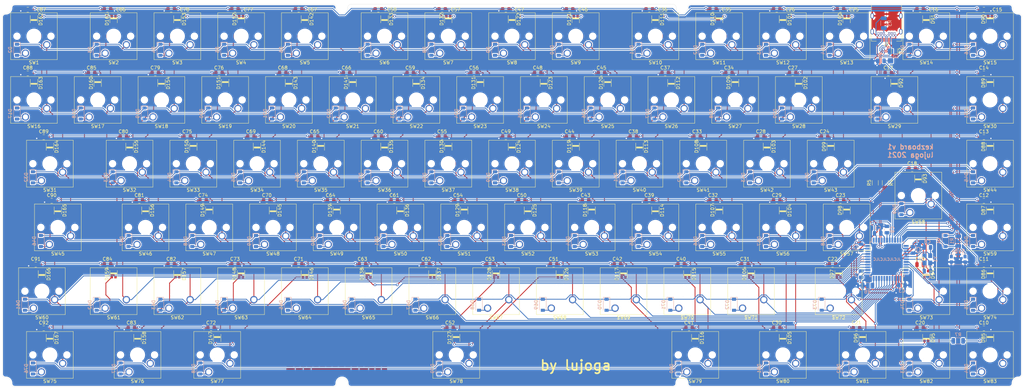
<source format=kicad_pcb>
(kicad_pcb (version 20171130) (host pcbnew 5.1.10)

  (general
    (thickness 1.6)
    (drawings 54)
    (tracks 2819)
    (zones 0)
    (modules 363)
    (nets 216)
  )

  (page A3)
  (layers
    (0 F.Cu signal)
    (31 B.Cu signal)
    (32 B.Adhes user)
    (33 F.Adhes user)
    (34 B.Paste user)
    (35 F.Paste user)
    (36 B.SilkS user)
    (37 F.SilkS user)
    (38 B.Mask user)
    (39 F.Mask user)
    (40 Dwgs.User user hide)
    (41 Cmts.User user)
    (42 Eco1.User user)
    (43 Eco2.User user)
    (44 Edge.Cuts user)
    (45 Margin user)
    (46 B.CrtYd user)
    (47 F.CrtYd user)
    (48 B.Fab user hide)
    (49 F.Fab user hide)
  )

  (setup
    (last_trace_width 0.25)
    (trace_clearance 0.2)
    (zone_clearance 0.508)
    (zone_45_only no)
    (trace_min 0.2)
    (via_size 0.8)
    (via_drill 0.4)
    (via_min_size 0.6)
    (via_min_drill 0.3)
    (uvia_size 0.3)
    (uvia_drill 0.1)
    (uvias_allowed no)
    (uvia_min_size 0.2)
    (uvia_min_drill 0.1)
    (edge_width 0.05)
    (segment_width 0.2)
    (pcb_text_width 0.3)
    (pcb_text_size 1.5 1.5)
    (mod_edge_width 0.12)
    (mod_text_size 1 1)
    (mod_text_width 0.15)
    (pad_size 2 2)
    (pad_drill 0)
    (pad_to_mask_clearance 0)
    (aux_axis_origin 0 0)
    (visible_elements FFFFF77F)
    (pcbplotparams
      (layerselection 0x010fc_ffffffff)
      (usegerberextensions false)
      (usegerberattributes false)
      (usegerberadvancedattributes false)
      (creategerberjobfile false)
      (excludeedgelayer true)
      (linewidth 0.100000)
      (plotframeref false)
      (viasonmask false)
      (mode 1)
      (useauxorigin false)
      (hpglpennumber 1)
      (hpglpenspeed 20)
      (hpglpendiameter 15.000000)
      (psnegative false)
      (psa4output false)
      (plotreference true)
      (plotvalue true)
      (plotinvisibletext false)
      (padsonsilk false)
      (subtractmaskfromsilk false)
      (outputformat 1)
      (mirror false)
      (drillshape 1)
      (scaleselection 1)
      (outputdirectory ""))
  )

  (net 0 "")
  (net 1 GND)
  (net 2 +5V)
  (net 3 "Net-(C7-Pad1)")
  (net 4 "Net-(C8-Pad2)")
  (net 5 "Net-(C9-Pad1)")
  (net 6 RST)
  (net 7 ROW0)
  (net 8 "Net-(D2-Pad2)")
  (net 9 "Net-(D3-Pad2)")
  (net 10 "Net-(D4-Pad2)")
  (net 11 "Net-(D5-Pad2)")
  (net 12 "Net-(D6-Pad2)")
  (net 13 "Net-(D7-Pad2)")
  (net 14 "Net-(D8-Pad2)")
  (net 15 "Net-(D9-Pad2)")
  (net 16 "Net-(D10-Pad2)")
  (net 17 "Net-(D11-Pad2)")
  (net 18 "Net-(D12-Pad2)")
  (net 19 "Net-(D13-Pad2)")
  (net 20 "Net-(D14-Pad2)")
  (net 21 "Net-(D15-Pad2)")
  (net 22 "Net-(D16-Pad2)")
  (net 23 ROW1)
  (net 24 "Net-(D17-Pad2)")
  (net 25 "Net-(D18-Pad2)")
  (net 26 "Net-(D19-Pad2)")
  (net 27 "Net-(D20-Pad2)")
  (net 28 "Net-(D21-Pad2)")
  (net 29 "Net-(D22-Pad2)")
  (net 30 "Net-(D23-Pad2)")
  (net 31 "Net-(D24-Pad2)")
  (net 32 "Net-(D25-Pad2)")
  (net 33 "Net-(D26-Pad2)")
  (net 34 "Net-(D27-Pad2)")
  (net 35 "Net-(D28-Pad2)")
  (net 36 "Net-(D29-Pad2)")
  (net 37 "Net-(D30-Pad2)")
  (net 38 "Net-(D31-Pad2)")
  (net 39 "Net-(D32-Pad2)")
  (net 40 ROW2)
  (net 41 "Net-(D33-Pad2)")
  (net 42 "Net-(D34-Pad2)")
  (net 43 "Net-(D35-Pad2)")
  (net 44 "Net-(D36-Pad2)")
  (net 45 "Net-(D37-Pad2)")
  (net 46 "Net-(D38-Pad2)")
  (net 47 "Net-(D39-Pad2)")
  (net 48 "Net-(D40-Pad2)")
  (net 49 "Net-(D41-Pad2)")
  (net 50 "Net-(D42-Pad2)")
  (net 51 "Net-(D43-Pad2)")
  (net 52 "Net-(D44-Pad2)")
  (net 53 "Net-(D45-Pad2)")
  (net 54 "Net-(D46-Pad2)")
  (net 55 ROW3)
  (net 56 "Net-(D47-Pad2)")
  (net 57 "Net-(D48-Pad2)")
  (net 58 "Net-(D49-Pad2)")
  (net 59 "Net-(D50-Pad2)")
  (net 60 "Net-(D51-Pad2)")
  (net 61 "Net-(D52-Pad2)")
  (net 62 "Net-(D53-Pad2)")
  (net 63 "Net-(D54-Pad2)")
  (net 64 "Net-(D55-Pad2)")
  (net 65 "Net-(D56-Pad2)")
  (net 66 "Net-(D57-Pad2)")
  (net 67 "Net-(D58-Pad2)")
  (net 68 "Net-(D59-Pad2)")
  (net 69 "Net-(D60-Pad2)")
  (net 70 ROW4)
  (net 71 "Net-(D61-Pad2)")
  (net 72 "Net-(D62-Pad2)")
  (net 73 "Net-(D63-Pad2)")
  (net 74 "Net-(D64-Pad2)")
  (net 75 "Net-(D65-Pad2)")
  (net 76 "Net-(D66-Pad2)")
  (net 77 "Net-(D67-Pad2)")
  (net 78 "Net-(D68-Pad2)")
  (net 79 "Net-(D69-Pad2)")
  (net 80 "Net-(D70-Pad2)")
  (net 81 "Net-(D71-Pad2)")
  (net 82 "Net-(D72-Pad2)")
  (net 83 "Net-(D73-Pad2)")
  (net 84 "Net-(D74-Pad2)")
  (net 85 "Net-(D75-Pad2)")
  (net 86 ROW5)
  (net 87 "Net-(D76-Pad2)")
  (net 88 "Net-(D77-Pad2)")
  (net 89 "Net-(D78-Pad2)")
  (net 90 "Net-(D79-Pad2)")
  (net 91 "Net-(D80-Pad2)")
  (net 92 "Net-(D81-Pad2)")
  (net 93 "Net-(D82-Pad2)")
  (net 94 "Net-(D83-Pad2)")
  (net 95 "Net-(D84-Pad2)")
  (net 96 "Net-(D85-Pad2)")
  (net 97 DIN)
  (net 98 "Net-(D86-Pad2)")
  (net 99 "Net-(D87-Pad2)")
  (net 100 "Net-(D88-Pad2)")
  (net 101 "Net-(D89-Pad2)")
  (net 102 "Net-(D90-Pad2)")
  (net 103 "Net-(D91-Pad2)")
  (net 104 "Net-(D92-Pad2)")
  (net 105 "Net-(D93-Pad2)")
  (net 106 "Net-(D94-Pad2)")
  (net 107 "Net-(D95-Pad2)")
  (net 108 "Net-(D96-Pad2)")
  (net 109 "Net-(D97-Pad2)")
  (net 110 "Net-(D98-Pad2)")
  (net 111 "Net-(D100-Pad4)")
  (net 112 "Net-(D100-Pad2)")
  (net 113 "Net-(D101-Pad2)")
  (net 114 "Net-(D102-Pad2)")
  (net 115 "Net-(D103-Pad2)")
  (net 116 "Net-(D104-Pad2)")
  (net 117 "Net-(D105-Pad2)")
  (net 118 "Net-(D106-Pad2)")
  (net 119 "Net-(D107-Pad2)")
  (net 120 "Net-(D108-Pad2)")
  (net 121 "Net-(D109-Pad2)")
  (net 122 "Net-(D110-Pad2)")
  (net 123 "Net-(D111-Pad2)")
  (net 124 "Net-(D112-Pad2)")
  (net 125 "Net-(D113-Pad2)")
  (net 126 "Net-(D114-Pad2)")
  (net 127 "Net-(D115-Pad2)")
  (net 128 "Net-(D116-Pad2)")
  (net 129 "Net-(D117-Pad2)")
  (net 130 "Net-(D118-Pad2)")
  (net 131 "Net-(D119-Pad2)")
  (net 132 "Net-(D120-Pad2)")
  (net 133 "Net-(D121-Pad2)")
  (net 134 "Net-(D122-Pad2)")
  (net 135 "Net-(D123-Pad2)")
  (net 136 "Net-(D124-Pad2)")
  (net 137 "Net-(D125-Pad2)")
  (net 138 "Net-(D126-Pad2)")
  (net 139 "Net-(D127-Pad2)")
  (net 140 "Net-(D128-Pad2)")
  (net 141 "Net-(D129-Pad2)")
  (net 142 "Net-(D130-Pad2)")
  (net 143 "Net-(D131-Pad2)")
  (net 144 "Net-(D132-Pad2)")
  (net 145 "Net-(D133-Pad2)")
  (net 146 "Net-(D134-Pad2)")
  (net 147 "Net-(D135-Pad2)")
  (net 148 "Net-(D136-Pad2)")
  (net 149 "Net-(D137-Pad2)")
  (net 150 "Net-(D138-Pad2)")
  (net 151 "Net-(D139-Pad2)")
  (net 152 "Net-(D140-Pad2)")
  (net 153 "Net-(D141-Pad2)")
  (net 154 "Net-(D142-Pad2)")
  (net 155 "Net-(D143-Pad2)")
  (net 156 "Net-(D144-Pad2)")
  (net 157 "Net-(D145-Pad2)")
  (net 158 "Net-(D146-Pad2)")
  (net 159 "Net-(D147-Pad2)")
  (net 160 "Net-(D148-Pad2)")
  (net 161 "Net-(D149-Pad2)")
  (net 162 "Net-(D150-Pad2)")
  (net 163 "Net-(D151-Pad2)")
  (net 164 "Net-(D152-Pad2)")
  (net 165 "Net-(D153-Pad2)")
  (net 166 "Net-(D154-Pad2)")
  (net 167 "Net-(D155-Pad2)")
  (net 168 "Net-(D156-Pad2)")
  (net 169 "Net-(D157-Pad2)")
  (net 170 "Net-(D158-Pad2)")
  (net 171 "Net-(D159-Pad2)")
  (net 172 "Net-(D160-Pad2)")
  (net 173 "Net-(D161-Pad2)")
  (net 174 "Net-(D162-Pad2)")
  (net 175 "Net-(D163-Pad2)")
  (net 176 "Net-(D164-Pad2)")
  (net 177 "Net-(D165-Pad2)")
  (net 178 "Net-(D166-Pad2)")
  (net 179 "Net-(D167-Pad2)")
  (net 180 "Net-(F1-Pad2)")
  (net 181 COL02)
  (net 182 COL00)
  (net 183 COL01)
  (net 184 D-)
  (net 185 D+)
  (net 186 "Net-(R6-Pad2)")
  (net 187 COL03)
  (net 188 COL04)
  (net 189 COL06)
  (net 190 COL07)
  (net 191 COL08)
  (net 192 COL09)
  (net 193 COL10)
  (net 194 COL11)
  (net 195 COL12)
  (net 196 COL13)
  (net 197 COL14)
  (net 198 COL15)
  (net 199 COL05)
  (net 200 "Net-(U1-Pad1)")
  (net 201 "Net-(U1-Pad42)")
  (net 202 "Net-(R7-Pad2)")
  (net 203 "Net-(J1-PadB11)")
  (net 204 "Net-(J1-PadB2)")
  (net 205 "Net-(J1-PadB5)")
  (net 206 "Net-(J1-PadB8)")
  (net 207 "Net-(J1-PadB3)")
  (net 208 "Net-(J1-PadB10)")
  (net 209 "Net-(J1-PadA2)")
  (net 210 "Net-(J1-PadA3)")
  (net 211 "Net-(J1-PadA5)")
  (net 212 "Net-(J1-PadA8)")
  (net 213 "Net-(J1-PadA10)")
  (net 214 "Net-(J1-PadA11)")
  (net 215 "Net-(U1-Pad12)")

  (net_class Default "Dies ist die voreingestellte Netzklasse."
    (clearance 0.2)
    (trace_width 0.25)
    (via_dia 0.8)
    (via_drill 0.4)
    (uvia_dia 0.3)
    (uvia_drill 0.1)
    (add_net +5V)
    (add_net COL00)
    (add_net COL01)
    (add_net COL02)
    (add_net COL03)
    (add_net COL04)
    (add_net COL05)
    (add_net COL06)
    (add_net COL07)
    (add_net COL08)
    (add_net COL09)
    (add_net COL10)
    (add_net COL11)
    (add_net COL12)
    (add_net COL13)
    (add_net COL14)
    (add_net COL15)
    (add_net D+)
    (add_net D-)
    (add_net DIN)
    (add_net GND)
    (add_net "Net-(C7-Pad1)")
    (add_net "Net-(C8-Pad2)")
    (add_net "Net-(C9-Pad1)")
    (add_net "Net-(D10-Pad2)")
    (add_net "Net-(D100-Pad2)")
    (add_net "Net-(D100-Pad4)")
    (add_net "Net-(D101-Pad2)")
    (add_net "Net-(D102-Pad2)")
    (add_net "Net-(D103-Pad2)")
    (add_net "Net-(D104-Pad2)")
    (add_net "Net-(D105-Pad2)")
    (add_net "Net-(D106-Pad2)")
    (add_net "Net-(D107-Pad2)")
    (add_net "Net-(D108-Pad2)")
    (add_net "Net-(D109-Pad2)")
    (add_net "Net-(D11-Pad2)")
    (add_net "Net-(D110-Pad2)")
    (add_net "Net-(D111-Pad2)")
    (add_net "Net-(D112-Pad2)")
    (add_net "Net-(D113-Pad2)")
    (add_net "Net-(D114-Pad2)")
    (add_net "Net-(D115-Pad2)")
    (add_net "Net-(D116-Pad2)")
    (add_net "Net-(D117-Pad2)")
    (add_net "Net-(D118-Pad2)")
    (add_net "Net-(D119-Pad2)")
    (add_net "Net-(D12-Pad2)")
    (add_net "Net-(D120-Pad2)")
    (add_net "Net-(D121-Pad2)")
    (add_net "Net-(D122-Pad2)")
    (add_net "Net-(D123-Pad2)")
    (add_net "Net-(D124-Pad2)")
    (add_net "Net-(D125-Pad2)")
    (add_net "Net-(D126-Pad2)")
    (add_net "Net-(D127-Pad2)")
    (add_net "Net-(D128-Pad2)")
    (add_net "Net-(D129-Pad2)")
    (add_net "Net-(D13-Pad2)")
    (add_net "Net-(D130-Pad2)")
    (add_net "Net-(D131-Pad2)")
    (add_net "Net-(D132-Pad2)")
    (add_net "Net-(D133-Pad2)")
    (add_net "Net-(D134-Pad2)")
    (add_net "Net-(D135-Pad2)")
    (add_net "Net-(D136-Pad2)")
    (add_net "Net-(D137-Pad2)")
    (add_net "Net-(D138-Pad2)")
    (add_net "Net-(D139-Pad2)")
    (add_net "Net-(D14-Pad2)")
    (add_net "Net-(D140-Pad2)")
    (add_net "Net-(D141-Pad2)")
    (add_net "Net-(D142-Pad2)")
    (add_net "Net-(D143-Pad2)")
    (add_net "Net-(D144-Pad2)")
    (add_net "Net-(D145-Pad2)")
    (add_net "Net-(D146-Pad2)")
    (add_net "Net-(D147-Pad2)")
    (add_net "Net-(D148-Pad2)")
    (add_net "Net-(D149-Pad2)")
    (add_net "Net-(D15-Pad2)")
    (add_net "Net-(D150-Pad2)")
    (add_net "Net-(D151-Pad2)")
    (add_net "Net-(D152-Pad2)")
    (add_net "Net-(D153-Pad2)")
    (add_net "Net-(D154-Pad2)")
    (add_net "Net-(D155-Pad2)")
    (add_net "Net-(D156-Pad2)")
    (add_net "Net-(D157-Pad2)")
    (add_net "Net-(D158-Pad2)")
    (add_net "Net-(D159-Pad2)")
    (add_net "Net-(D16-Pad2)")
    (add_net "Net-(D160-Pad2)")
    (add_net "Net-(D161-Pad2)")
    (add_net "Net-(D162-Pad2)")
    (add_net "Net-(D163-Pad2)")
    (add_net "Net-(D164-Pad2)")
    (add_net "Net-(D165-Pad2)")
    (add_net "Net-(D166-Pad2)")
    (add_net "Net-(D167-Pad2)")
    (add_net "Net-(D17-Pad2)")
    (add_net "Net-(D18-Pad2)")
    (add_net "Net-(D19-Pad2)")
    (add_net "Net-(D2-Pad2)")
    (add_net "Net-(D20-Pad2)")
    (add_net "Net-(D21-Pad2)")
    (add_net "Net-(D22-Pad2)")
    (add_net "Net-(D23-Pad2)")
    (add_net "Net-(D24-Pad2)")
    (add_net "Net-(D25-Pad2)")
    (add_net "Net-(D26-Pad2)")
    (add_net "Net-(D27-Pad2)")
    (add_net "Net-(D28-Pad2)")
    (add_net "Net-(D29-Pad2)")
    (add_net "Net-(D3-Pad2)")
    (add_net "Net-(D30-Pad2)")
    (add_net "Net-(D31-Pad2)")
    (add_net "Net-(D32-Pad2)")
    (add_net "Net-(D33-Pad2)")
    (add_net "Net-(D34-Pad2)")
    (add_net "Net-(D35-Pad2)")
    (add_net "Net-(D36-Pad2)")
    (add_net "Net-(D37-Pad2)")
    (add_net "Net-(D38-Pad2)")
    (add_net "Net-(D39-Pad2)")
    (add_net "Net-(D4-Pad2)")
    (add_net "Net-(D40-Pad2)")
    (add_net "Net-(D41-Pad2)")
    (add_net "Net-(D42-Pad2)")
    (add_net "Net-(D43-Pad2)")
    (add_net "Net-(D44-Pad2)")
    (add_net "Net-(D45-Pad2)")
    (add_net "Net-(D46-Pad2)")
    (add_net "Net-(D47-Pad2)")
    (add_net "Net-(D48-Pad2)")
    (add_net "Net-(D49-Pad2)")
    (add_net "Net-(D5-Pad2)")
    (add_net "Net-(D50-Pad2)")
    (add_net "Net-(D51-Pad2)")
    (add_net "Net-(D52-Pad2)")
    (add_net "Net-(D53-Pad2)")
    (add_net "Net-(D54-Pad2)")
    (add_net "Net-(D55-Pad2)")
    (add_net "Net-(D56-Pad2)")
    (add_net "Net-(D57-Pad2)")
    (add_net "Net-(D58-Pad2)")
    (add_net "Net-(D59-Pad2)")
    (add_net "Net-(D6-Pad2)")
    (add_net "Net-(D60-Pad2)")
    (add_net "Net-(D61-Pad2)")
    (add_net "Net-(D62-Pad2)")
    (add_net "Net-(D63-Pad2)")
    (add_net "Net-(D64-Pad2)")
    (add_net "Net-(D65-Pad2)")
    (add_net "Net-(D66-Pad2)")
    (add_net "Net-(D67-Pad2)")
    (add_net "Net-(D68-Pad2)")
    (add_net "Net-(D69-Pad2)")
    (add_net "Net-(D7-Pad2)")
    (add_net "Net-(D70-Pad2)")
    (add_net "Net-(D71-Pad2)")
    (add_net "Net-(D72-Pad2)")
    (add_net "Net-(D73-Pad2)")
    (add_net "Net-(D74-Pad2)")
    (add_net "Net-(D75-Pad2)")
    (add_net "Net-(D76-Pad2)")
    (add_net "Net-(D77-Pad2)")
    (add_net "Net-(D78-Pad2)")
    (add_net "Net-(D79-Pad2)")
    (add_net "Net-(D8-Pad2)")
    (add_net "Net-(D80-Pad2)")
    (add_net "Net-(D81-Pad2)")
    (add_net "Net-(D82-Pad2)")
    (add_net "Net-(D83-Pad2)")
    (add_net "Net-(D84-Pad2)")
    (add_net "Net-(D85-Pad2)")
    (add_net "Net-(D86-Pad2)")
    (add_net "Net-(D87-Pad2)")
    (add_net "Net-(D88-Pad2)")
    (add_net "Net-(D89-Pad2)")
    (add_net "Net-(D9-Pad2)")
    (add_net "Net-(D90-Pad2)")
    (add_net "Net-(D91-Pad2)")
    (add_net "Net-(D92-Pad2)")
    (add_net "Net-(D93-Pad2)")
    (add_net "Net-(D94-Pad2)")
    (add_net "Net-(D95-Pad2)")
    (add_net "Net-(D96-Pad2)")
    (add_net "Net-(D97-Pad2)")
    (add_net "Net-(D98-Pad2)")
    (add_net "Net-(F1-Pad2)")
    (add_net "Net-(J1-PadA10)")
    (add_net "Net-(J1-PadA11)")
    (add_net "Net-(J1-PadA2)")
    (add_net "Net-(J1-PadA3)")
    (add_net "Net-(J1-PadA5)")
    (add_net "Net-(J1-PadA8)")
    (add_net "Net-(J1-PadB10)")
    (add_net "Net-(J1-PadB11)")
    (add_net "Net-(J1-PadB2)")
    (add_net "Net-(J1-PadB3)")
    (add_net "Net-(J1-PadB5)")
    (add_net "Net-(J1-PadB8)")
    (add_net "Net-(R6-Pad2)")
    (add_net "Net-(R7-Pad2)")
    (add_net "Net-(U1-Pad1)")
    (add_net "Net-(U1-Pad12)")
    (add_net "Net-(U1-Pad42)")
    (add_net ROW0)
    (add_net ROW1)
    (add_net ROW2)
    (add_net ROW3)
    (add_net ROW4)
    (add_net ROW5)
    (add_net RST)
  )

  (module kezboard-pcb:Symbol_kezboard (layer F.Cu) (tedit 60F495B5) (tstamp 60F56A21)
    (at 138.1125 142.875)
    (descr "tiny kezboard is tiny")
    (attr virtual)
    (fp_text reference REF** (at 0 -6.715) (layer F.SilkS) hide
      (effects (font (size 1 1) (thickness 0.15)))
    )
    (fp_text value Symbol_kezboard (at 0 6.715) (layer F.Fab) hide
      (effects (font (size 1 1) (thickness 0.15)))
    )
    (fp_poly (pts (xy -14.8495 -5.3245) (xy -13.7255 -5.3245) (xy -13.7255 -4.2005) (xy -14.8495 -4.2005)) (layer F.Cu) (width 0.4))
    (fp_poly (pts (xy -14.8495 -5.3245) (xy -13.7255 -5.3245) (xy -13.7255 -4.2005) (xy -14.8495 -4.2005)) (layer F.Mask) (width 0.35))
    (fp_poly (pts (xy -12.46825 -5.3245) (xy -11.34425 -5.3245) (xy -11.34425 -4.2005) (xy -12.46825 -4.2005)) (layer F.Cu) (width 0.4))
    (fp_poly (pts (xy -12.46825 -5.3245) (xy -11.34425 -5.3245) (xy -11.34425 -4.2005) (xy -12.46825 -4.2005)) (layer F.Mask) (width 0.35))
    (fp_poly (pts (xy -10.56325 -5.3245) (xy -9.43925 -5.3245) (xy -9.43925 -4.2005) (xy -10.56325 -4.2005)) (layer F.Cu) (width 0.4))
    (fp_poly (pts (xy -10.56325 -5.3245) (xy -9.43925 -5.3245) (xy -9.43925 -4.2005) (xy -10.56325 -4.2005)) (layer F.Mask) (width 0.35))
    (fp_poly (pts (xy -8.65825 -5.3245) (xy -7.53425 -5.3245) (xy -7.53425 -4.2005) (xy -8.65825 -4.2005)) (layer F.Cu) (width 0.4))
    (fp_poly (pts (xy -8.65825 -5.3245) (xy -7.53425 -5.3245) (xy -7.53425 -4.2005) (xy -8.65825 -4.2005)) (layer F.Mask) (width 0.35))
    (fp_poly (pts (xy -6.75325 -5.3245) (xy -5.62925 -5.3245) (xy -5.62925 -4.2005) (xy -6.75325 -4.2005)) (layer F.Cu) (width 0.4))
    (fp_poly (pts (xy -6.75325 -5.3245) (xy -5.62925 -5.3245) (xy -5.62925 -4.2005) (xy -6.75325 -4.2005)) (layer F.Mask) (width 0.35))
    (fp_poly (pts (xy -4.372 -5.3245) (xy -3.248 -5.3245) (xy -3.248 -4.2005) (xy -4.372 -4.2005)) (layer F.Cu) (width 0.4))
    (fp_poly (pts (xy -4.372 -5.3245) (xy -3.248 -5.3245) (xy -3.248 -4.2005) (xy -4.372 -4.2005)) (layer F.Mask) (width 0.35))
    (fp_poly (pts (xy -2.467 -5.3245) (xy -1.343 -5.3245) (xy -1.343 -4.2005) (xy -2.467 -4.2005)) (layer F.Cu) (width 0.4))
    (fp_poly (pts (xy -2.467 -5.3245) (xy -1.343 -5.3245) (xy -1.343 -4.2005) (xy -2.467 -4.2005)) (layer F.Mask) (width 0.35))
    (fp_poly (pts (xy -0.562 -5.3245) (xy 0.562 -5.3245) (xy 0.562 -4.2005) (xy -0.562 -4.2005)) (layer F.Cu) (width 0.4))
    (fp_poly (pts (xy -0.562 -5.3245) (xy 0.562 -5.3245) (xy 0.562 -4.2005) (xy -0.562 -4.2005)) (layer F.Mask) (width 0.35))
    (fp_poly (pts (xy 1.343 -5.3245) (xy 2.467 -5.3245) (xy 2.467 -4.2005) (xy 1.343 -4.2005)) (layer F.Cu) (width 0.4))
    (fp_poly (pts (xy 1.343 -5.3245) (xy 2.467 -5.3245) (xy 2.467 -4.2005) (xy 1.343 -4.2005)) (layer F.Mask) (width 0.35))
    (fp_poly (pts (xy 3.72425 -5.3245) (xy 4.84825 -5.3245) (xy 4.84825 -4.2005) (xy 3.72425 -4.2005)) (layer F.Cu) (width 0.4))
    (fp_poly (pts (xy 3.72425 -5.3245) (xy 4.84825 -5.3245) (xy 4.84825 -4.2005) (xy 3.72425 -4.2005)) (layer F.Mask) (width 0.35))
    (fp_poly (pts (xy 5.62925 -5.3245) (xy 6.75325 -5.3245) (xy 6.75325 -4.2005) (xy 5.62925 -4.2005)) (layer F.Cu) (width 0.4))
    (fp_poly (pts (xy 5.62925 -5.3245) (xy 6.75325 -5.3245) (xy 6.75325 -4.2005) (xy 5.62925 -4.2005)) (layer F.Mask) (width 0.35))
    (fp_poly (pts (xy 7.53425 -5.3245) (xy 8.65825 -5.3245) (xy 8.65825 -4.2005) (xy 7.53425 -4.2005)) (layer F.Cu) (width 0.4))
    (fp_poly (pts (xy 7.53425 -5.3245) (xy 8.65825 -5.3245) (xy 8.65825 -4.2005) (xy 7.53425 -4.2005)) (layer F.Mask) (width 0.35))
    (fp_poly (pts (xy 9.43925 -5.3245) (xy 10.56325 -5.3245) (xy 10.56325 -4.2005) (xy 9.43925 -4.2005)) (layer F.Cu) (width 0.4))
    (fp_poly (pts (xy 9.43925 -5.3245) (xy 10.56325 -5.3245) (xy 10.56325 -4.2005) (xy 9.43925 -4.2005)) (layer F.Mask) (width 0.35))
    (fp_poly (pts (xy 11.8205 -5.3245) (xy 12.9445 -5.3245) (xy 12.9445 -4.2005) (xy 11.8205 -4.2005)) (layer F.Cu) (width 0.4))
    (fp_poly (pts (xy 11.8205 -5.3245) (xy 12.9445 -5.3245) (xy 12.9445 -4.2005) (xy 11.8205 -4.2005)) (layer F.Mask) (width 0.35))
    (fp_poly (pts (xy 13.7255 -5.3245) (xy 14.8495 -5.3245) (xy 14.8495 -4.2005) (xy 13.7255 -4.2005)) (layer F.Cu) (width 0.4))
    (fp_poly (pts (xy 13.7255 -5.3245) (xy 14.8495 -5.3245) (xy 14.8495 -4.2005) (xy 13.7255 -4.2005)) (layer F.Mask) (width 0.35))
    (fp_poly (pts (xy -14.8495 -3.4195) (xy -13.7255 -3.4195) (xy -13.7255 -2.2955) (xy -14.8495 -2.2955)) (layer F.Cu) (width 0.4))
    (fp_poly (pts (xy -14.8495 -3.4195) (xy -13.7255 -3.4195) (xy -13.7255 -2.2955) (xy -14.8495 -2.2955)) (layer F.Mask) (width 0.35))
    (fp_poly (pts (xy -12.9445 -3.4195) (xy -11.8205 -3.4195) (xy -11.8205 -2.2955) (xy -12.9445 -2.2955)) (layer F.Cu) (width 0.4))
    (fp_poly (pts (xy -12.9445 -3.4195) (xy -11.8205 -3.4195) (xy -11.8205 -2.2955) (xy -12.9445 -2.2955)) (layer F.Mask) (width 0.35))
    (fp_poly (pts (xy -11.0395 -3.4195) (xy -9.9155 -3.4195) (xy -9.9155 -2.2955) (xy -11.0395 -2.2955)) (layer F.Cu) (width 0.4))
    (fp_poly (pts (xy -11.0395 -3.4195) (xy -9.9155 -3.4195) (xy -9.9155 -2.2955) (xy -11.0395 -2.2955)) (layer F.Mask) (width 0.35))
    (fp_poly (pts (xy -9.1345 -3.4195) (xy -8.0105 -3.4195) (xy -8.0105 -2.2955) (xy -9.1345 -2.2955)) (layer F.Cu) (width 0.4))
    (fp_poly (pts (xy -9.1345 -3.4195) (xy -8.0105 -3.4195) (xy -8.0105 -2.2955) (xy -9.1345 -2.2955)) (layer F.Mask) (width 0.35))
    (fp_poly (pts (xy -7.2295 -3.4195) (xy -6.1055 -3.4195) (xy -6.1055 -2.2955) (xy -7.2295 -2.2955)) (layer F.Cu) (width 0.4))
    (fp_poly (pts (xy -7.2295 -3.4195) (xy -6.1055 -3.4195) (xy -6.1055 -2.2955) (xy -7.2295 -2.2955)) (layer F.Mask) (width 0.35))
    (fp_poly (pts (xy -5.3245 -3.4195) (xy -4.2005 -3.4195) (xy -4.2005 -2.2955) (xy -5.3245 -2.2955)) (layer F.Cu) (width 0.4))
    (fp_poly (pts (xy -5.3245 -3.4195) (xy -4.2005 -3.4195) (xy -4.2005 -2.2955) (xy -5.3245 -2.2955)) (layer F.Mask) (width 0.35))
    (fp_poly (pts (xy -3.4195 -3.4195) (xy -2.2955 -3.4195) (xy -2.2955 -2.2955) (xy -3.4195 -2.2955)) (layer F.Cu) (width 0.4))
    (fp_poly (pts (xy -3.4195 -3.4195) (xy -2.2955 -3.4195) (xy -2.2955 -2.2955) (xy -3.4195 -2.2955)) (layer F.Mask) (width 0.35))
    (fp_poly (pts (xy -1.5145 -3.4195) (xy -0.3905 -3.4195) (xy -0.3905 -2.2955) (xy -1.5145 -2.2955)) (layer F.Cu) (width 0.4))
    (fp_poly (pts (xy -1.5145 -3.4195) (xy -0.3905 -3.4195) (xy -0.3905 -2.2955) (xy -1.5145 -2.2955)) (layer F.Mask) (width 0.35))
    (fp_poly (pts (xy 0.3905 -3.4195) (xy 1.5145 -3.4195) (xy 1.5145 -2.2955) (xy 0.3905 -2.2955)) (layer F.Cu) (width 0.4))
    (fp_poly (pts (xy 0.3905 -3.4195) (xy 1.5145 -3.4195) (xy 1.5145 -2.2955) (xy 0.3905 -2.2955)) (layer F.Mask) (width 0.35))
    (fp_poly (pts (xy 2.2955 -3.4195) (xy 3.4195 -3.4195) (xy 3.4195 -2.2955) (xy 2.2955 -2.2955)) (layer F.Cu) (width 0.4))
    (fp_poly (pts (xy 2.2955 -3.4195) (xy 3.4195 -3.4195) (xy 3.4195 -2.2955) (xy 2.2955 -2.2955)) (layer F.Mask) (width 0.35))
    (fp_poly (pts (xy 4.2005 -3.4195) (xy 5.3245 -3.4195) (xy 5.3245 -2.2955) (xy 4.2005 -2.2955)) (layer F.Cu) (width 0.4))
    (fp_poly (pts (xy 4.2005 -3.4195) (xy 5.3245 -3.4195) (xy 5.3245 -2.2955) (xy 4.2005 -2.2955)) (layer F.Mask) (width 0.35))
    (fp_poly (pts (xy 6.1055 -3.4195) (xy 7.2295 -3.4195) (xy 7.2295 -2.2955) (xy 6.1055 -2.2955)) (layer F.Cu) (width 0.4))
    (fp_poly (pts (xy 6.1055 -3.4195) (xy 7.2295 -3.4195) (xy 7.2295 -2.2955) (xy 6.1055 -2.2955)) (layer F.Mask) (width 0.35))
    (fp_poly (pts (xy 8.0105 -3.4195) (xy 9.1345 -3.4195) (xy 9.1345 -2.2955) (xy 8.0105 -2.2955)) (layer F.Cu) (width 0.4))
    (fp_poly (pts (xy 8.0105 -3.4195) (xy 9.1345 -3.4195) (xy 9.1345 -2.2955) (xy 8.0105 -2.2955)) (layer F.Mask) (width 0.35))
    (fp_poly (pts (xy 9.9155 -3.4195) (xy 12.9445 -3.4195) (xy 12.9445 -2.2955) (xy 9.9155 -2.2955)) (layer F.Cu) (width 0.4))
    (fp_poly (pts (xy 9.9155 -3.4195) (xy 12.9445 -3.4195) (xy 12.9445 -2.2955) (xy 9.9155 -2.2955)) (layer F.Mask) (width 0.35))
    (fp_poly (pts (xy 13.7255 -3.4195) (xy 14.8495 -3.4195) (xy 14.8495 -2.2955) (xy 13.7255 -2.2955)) (layer F.Cu) (width 0.4))
    (fp_poly (pts (xy 13.7255 -3.4195) (xy 14.8495 -3.4195) (xy 14.8495 -2.2955) (xy 13.7255 -2.2955)) (layer F.Mask) (width 0.35))
    (fp_poly (pts (xy -14.8495 -1.5145) (xy -12.773 -1.5145) (xy -12.773 -0.3905) (xy -14.8495 -0.3905)) (layer F.Cu) (width 0.4))
    (fp_poly (pts (xy -14.8495 -1.5145) (xy -12.773 -1.5145) (xy -12.773 -0.3905) (xy -14.8495 -0.3905)) (layer F.Mask) (width 0.35))
    (fp_poly (pts (xy -11.992 -1.5145) (xy -10.868 -1.5145) (xy -10.868 -0.3905) (xy -11.992 -0.3905)) (layer F.Cu) (width 0.4))
    (fp_poly (pts (xy -11.992 -1.5145) (xy -10.868 -1.5145) (xy -10.868 -0.3905) (xy -11.992 -0.3905)) (layer F.Mask) (width 0.35))
    (fp_poly (pts (xy -10.087 -1.5145) (xy -8.963 -1.5145) (xy -8.963 -0.3905) (xy -10.087 -0.3905)) (layer F.Cu) (width 0.4))
    (fp_poly (pts (xy -10.087 -1.5145) (xy -8.963 -1.5145) (xy -8.963 -0.3905) (xy -10.087 -0.3905)) (layer F.Mask) (width 0.35))
    (fp_poly (pts (xy -8.182 -1.5145) (xy -7.058 -1.5145) (xy -7.058 -0.3905) (xy -8.182 -0.3905)) (layer F.Cu) (width 0.4))
    (fp_poly (pts (xy -8.182 -1.5145) (xy -7.058 -1.5145) (xy -7.058 -0.3905) (xy -8.182 -0.3905)) (layer F.Mask) (width 0.35))
    (fp_poly (pts (xy -6.277 -1.5145) (xy -5.153 -1.5145) (xy -5.153 -0.3905) (xy -6.277 -0.3905)) (layer F.Cu) (width 0.4))
    (fp_poly (pts (xy -6.277 -1.5145) (xy -5.153 -1.5145) (xy -5.153 -0.3905) (xy -6.277 -0.3905)) (layer F.Mask) (width 0.35))
    (fp_poly (pts (xy -4.372 -1.5145) (xy -3.248 -1.5145) (xy -3.248 -0.3905) (xy -4.372 -0.3905)) (layer F.Cu) (width 0.4))
    (fp_poly (pts (xy -4.372 -1.5145) (xy -3.248 -1.5145) (xy -3.248 -0.3905) (xy -4.372 -0.3905)) (layer F.Mask) (width 0.35))
    (fp_poly (pts (xy -2.467 -1.5145) (xy -1.343 -1.5145) (xy -1.343 -0.3905) (xy -2.467 -0.3905)) (layer F.Cu) (width 0.4))
    (fp_poly (pts (xy -2.467 -1.5145) (xy -1.343 -1.5145) (xy -1.343 -0.3905) (xy -2.467 -0.3905)) (layer F.Mask) (width 0.35))
    (fp_poly (pts (xy -0.562 -1.5145) (xy 0.562 -1.5145) (xy 0.562 -0.3905) (xy -0.562 -0.3905)) (layer F.Cu) (width 0.4))
    (fp_poly (pts (xy -0.562 -1.5145) (xy 0.562 -1.5145) (xy 0.562 -0.3905) (xy -0.562 -0.3905)) (layer F.Mask) (width 0.35))
    (fp_poly (pts (xy 1.343 -1.5145) (xy 2.467 -1.5145) (xy 2.467 -0.3905) (xy 1.343 -0.3905)) (layer F.Cu) (width 0.4))
    (fp_poly (pts (xy 1.343 -1.5145) (xy 2.467 -1.5145) (xy 2.467 -0.3905) (xy 1.343 -0.3905)) (layer F.Mask) (width 0.35))
    (fp_poly (pts (xy 3.248 -1.5145) (xy 4.372 -1.5145) (xy 4.372 -0.3905) (xy 3.248 -0.3905)) (layer F.Cu) (width 0.4))
    (fp_poly (pts (xy 3.248 -1.5145) (xy 4.372 -1.5145) (xy 4.372 -0.3905) (xy 3.248 -0.3905)) (layer F.Mask) (width 0.35))
    (fp_poly (pts (xy 5.153 -1.5145) (xy 6.277 -1.5145) (xy 6.277 -0.3905) (xy 5.153 -0.3905)) (layer F.Cu) (width 0.4))
    (fp_poly (pts (xy 5.153 -1.5145) (xy 6.277 -1.5145) (xy 6.277 -0.3905) (xy 5.153 -0.3905)) (layer F.Mask) (width 0.35))
    (fp_poly (pts (xy 7.058 -1.5145) (xy 8.182 -1.5145) (xy 8.182 -0.3905) (xy 7.058 -0.3905)) (layer F.Cu) (width 0.4))
    (fp_poly (pts (xy 7.058 -1.5145) (xy 8.182 -1.5145) (xy 8.182 -0.3905) (xy 7.058 -0.3905)) (layer F.Mask) (width 0.35))
    (fp_poly (pts (xy 8.963 -1.5145) (xy 10.087 -1.5145) (xy 10.087 -0.3905) (xy 8.963 -0.3905)) (layer F.Cu) (width 0.4))
    (fp_poly (pts (xy 8.963 -1.5145) (xy 10.087 -1.5145) (xy 10.087 -0.3905) (xy 8.963 -0.3905)) (layer F.Mask) (width 0.35))
    (fp_poly (pts (xy 11.34425 -1.5145) (xy 12.9445 -1.5145) (xy 12.9445 1.5145) (xy 11.34425 1.5145)) (layer F.Cu) (width 0.4))
    (fp_poly (pts (xy 11.34425 -1.5145) (xy 12.9445 -1.5145) (xy 12.9445 1.5145) (xy 11.34425 1.5145)) (layer F.Mask) (width 0.35))
    (fp_poly (pts (xy 10.868 -1.5145) (xy 12.9445 -1.5145) (xy 12.9445 -0.3905) (xy 10.868 -0.3905)) (layer F.Cu) (width 0.4))
    (fp_poly (pts (xy 10.868 -1.5145) (xy 12.9445 -1.5145) (xy 12.9445 -0.3905) (xy 10.868 -0.3905)) (layer F.Mask) (width 0.35))
    (fp_poly (pts (xy 13.7255 -1.5145) (xy 14.8495 -1.5145) (xy 14.8495 -0.3905) (xy 13.7255 -0.3905)) (layer F.Cu) (width 0.4))
    (fp_poly (pts (xy 13.7255 -1.5145) (xy 14.8495 -1.5145) (xy 14.8495 -0.3905) (xy 13.7255 -0.3905)) (layer F.Mask) (width 0.35))
    (fp_poly (pts (xy -14.8495 0.3905) (xy -12.29675 0.3905) (xy -12.29675 1.5145) (xy -14.8495 1.5145)) (layer F.Cu) (width 0.4))
    (fp_poly (pts (xy -14.8495 0.3905) (xy -12.29675 0.3905) (xy -12.29675 1.5145) (xy -14.8495 1.5145)) (layer F.Mask) (width 0.35))
    (fp_poly (pts (xy -11.51575 0.3905) (xy -10.39175 0.3905) (xy -10.39175 1.5145) (xy -11.51575 1.5145)) (layer F.Cu) (width 0.4))
    (fp_poly (pts (xy -11.51575 0.3905) (xy -10.39175 0.3905) (xy -10.39175 1.5145) (xy -11.51575 1.5145)) (layer F.Mask) (width 0.35))
    (fp_poly (pts (xy -9.61075 0.3905) (xy -8.48675 0.3905) (xy -8.48675 1.5145) (xy -9.61075 1.5145)) (layer F.Cu) (width 0.4))
    (fp_poly (pts (xy -9.61075 0.3905) (xy -8.48675 0.3905) (xy -8.48675 1.5145) (xy -9.61075 1.5145)) (layer F.Mask) (width 0.35))
    (fp_poly (pts (xy -7.70575 0.3905) (xy -6.58175 0.3905) (xy -6.58175 1.5145) (xy -7.70575 1.5145)) (layer F.Cu) (width 0.4))
    (fp_poly (pts (xy -7.70575 0.3905) (xy -6.58175 0.3905) (xy -6.58175 1.5145) (xy -7.70575 1.5145)) (layer F.Mask) (width 0.35))
    (fp_poly (pts (xy -5.80075 0.3905) (xy -4.67675 0.3905) (xy -4.67675 1.5145) (xy -5.80075 1.5145)) (layer F.Cu) (width 0.4))
    (fp_poly (pts (xy -5.80075 0.3905) (xy -4.67675 0.3905) (xy -4.67675 1.5145) (xy -5.80075 1.5145)) (layer F.Mask) (width 0.35))
    (fp_poly (pts (xy -3.89575 0.3905) (xy -2.77175 0.3905) (xy -2.77175 1.5145) (xy -3.89575 1.5145)) (layer F.Cu) (width 0.4))
    (fp_poly (pts (xy -3.89575 0.3905) (xy -2.77175 0.3905) (xy -2.77175 1.5145) (xy -3.89575 1.5145)) (layer F.Mask) (width 0.35))
    (fp_poly (pts (xy -1.99075 0.3905) (xy -0.86675 0.3905) (xy -0.86675 1.5145) (xy -1.99075 1.5145)) (layer F.Cu) (width 0.4))
    (fp_poly (pts (xy -1.99075 0.3905) (xy -0.86675 0.3905) (xy -0.86675 1.5145) (xy -1.99075 1.5145)) (layer F.Mask) (width 0.35))
    (fp_poly (pts (xy -0.08575 0.3905) (xy 1.03825 0.3905) (xy 1.03825 1.5145) (xy -0.08575 1.5145)) (layer F.Cu) (width 0.4))
    (fp_poly (pts (xy -0.08575 0.3905) (xy 1.03825 0.3905) (xy 1.03825 1.5145) (xy -0.08575 1.5145)) (layer F.Mask) (width 0.35))
    (fp_poly (pts (xy 1.81925 0.3905) (xy 2.94325 0.3905) (xy 2.94325 1.5145) (xy 1.81925 1.5145)) (layer F.Cu) (width 0.4))
    (fp_poly (pts (xy 1.81925 0.3905) (xy 2.94325 0.3905) (xy 2.94325 1.5145) (xy 1.81925 1.5145)) (layer F.Mask) (width 0.35))
    (fp_poly (pts (xy 3.72425 0.3905) (xy 4.84825 0.3905) (xy 4.84825 1.5145) (xy 3.72425 1.5145)) (layer F.Cu) (width 0.4))
    (fp_poly (pts (xy 3.72425 0.3905) (xy 4.84825 0.3905) (xy 4.84825 1.5145) (xy 3.72425 1.5145)) (layer F.Mask) (width 0.35))
    (fp_poly (pts (xy 5.62925 0.3905) (xy 6.75325 0.3905) (xy 6.75325 1.5145) (xy 5.62925 1.5145)) (layer F.Cu) (width 0.4))
    (fp_poly (pts (xy 5.62925 0.3905) (xy 6.75325 0.3905) (xy 6.75325 1.5145) (xy 5.62925 1.5145)) (layer F.Mask) (width 0.35))
    (fp_poly (pts (xy 7.53425 0.3905) (xy 8.65825 0.3905) (xy 8.65825 1.5145) (xy 7.53425 1.5145)) (layer F.Cu) (width 0.4))
    (fp_poly (pts (xy 7.53425 0.3905) (xy 8.65825 0.3905) (xy 8.65825 1.5145) (xy 7.53425 1.5145)) (layer F.Mask) (width 0.35))
    (fp_poly (pts (xy 9.43925 0.3905) (xy 10.56325 0.3905) (xy 10.56325 1.5145) (xy 9.43925 1.5145)) (layer F.Cu) (width 0.4))
    (fp_poly (pts (xy 9.43925 0.3905) (xy 10.56325 0.3905) (xy 10.56325 1.5145) (xy 9.43925 1.5145)) (layer F.Mask) (width 0.35))
    (fp_poly (pts (xy 13.7255 0.3905) (xy 14.8495 0.3905) (xy 14.8495 1.5145) (xy 13.7255 1.5145)) (layer F.Cu) (width 0.4))
    (fp_poly (pts (xy 13.7255 0.3905) (xy 14.8495 0.3905) (xy 14.8495 1.5145) (xy 13.7255 1.5145)) (layer F.Mask) (width 0.35))
    (fp_poly (pts (xy -14.8495 2.2955) (xy -13.24925 2.2955) (xy -13.24925 3.4195) (xy -14.8495 3.4195)) (layer F.Cu) (width 0.4))
    (fp_poly (pts (xy -14.8495 2.2955) (xy -13.24925 2.2955) (xy -13.24925 3.4195) (xy -14.8495 3.4195)) (layer F.Mask) (width 0.35))
    (fp_poly (pts (xy -12.46825 2.2955) (xy -11.34425 2.2955) (xy -11.34425 3.4195) (xy -12.46825 3.4195)) (layer F.Cu) (width 0.4))
    (fp_poly (pts (xy -12.46825 2.2955) (xy -11.34425 2.2955) (xy -11.34425 3.4195) (xy -12.46825 3.4195)) (layer F.Mask) (width 0.35))
    (fp_poly (pts (xy -10.56325 2.2955) (xy -9.43925 2.2955) (xy -9.43925 3.4195) (xy -10.56325 3.4195)) (layer F.Cu) (width 0.4))
    (fp_poly (pts (xy -10.56325 2.2955) (xy -9.43925 2.2955) (xy -9.43925 3.4195) (xy -10.56325 3.4195)) (layer F.Mask) (width 0.35))
    (fp_poly (pts (xy -8.65825 2.2955) (xy -7.53425 2.2955) (xy -7.53425 3.4195) (xy -8.65825 3.4195)) (layer F.Cu) (width 0.4))
    (fp_poly (pts (xy -8.65825 2.2955) (xy -7.53425 2.2955) (xy -7.53425 3.4195) (xy -8.65825 3.4195)) (layer F.Mask) (width 0.35))
    (fp_poly (pts (xy -6.75325 2.2955) (xy -5.62925 2.2955) (xy -5.62925 3.4195) (xy -6.75325 3.4195)) (layer F.Cu) (width 0.4))
    (fp_poly (pts (xy -6.75325 2.2955) (xy -5.62925 2.2955) (xy -5.62925 3.4195) (xy -6.75325 3.4195)) (layer F.Mask) (width 0.35))
    (fp_poly (pts (xy -4.84825 2.2955) (xy -3.72425 2.2955) (xy -3.72425 3.4195) (xy -4.84825 3.4195)) (layer F.Cu) (width 0.4))
    (fp_poly (pts (xy -4.84825 2.2955) (xy -3.72425 2.2955) (xy -3.72425 3.4195) (xy -4.84825 3.4195)) (layer F.Mask) (width 0.35))
    (fp_poly (pts (xy -2.94325 2.2955) (xy -1.81925 2.2955) (xy -1.81925 3.4195) (xy -2.94325 3.4195)) (layer F.Cu) (width 0.4))
    (fp_poly (pts (xy -2.94325 2.2955) (xy -1.81925 2.2955) (xy -1.81925 3.4195) (xy -2.94325 3.4195)) (layer F.Mask) (width 0.35))
    (fp_poly (pts (xy -1.03825 2.2955) (xy 0.08575 2.2955) (xy 0.08575 3.4195) (xy -1.03825 3.4195)) (layer F.Cu) (width 0.4))
    (fp_poly (pts (xy -1.03825 2.2955) (xy 0.08575 2.2955) (xy 0.08575 3.4195) (xy -1.03825 3.4195)) (layer F.Mask) (width 0.35))
    (fp_poly (pts (xy 0.86675 2.2955) (xy 1.99075 2.2955) (xy 1.99075 3.4195) (xy 0.86675 3.4195)) (layer F.Cu) (width 0.4))
    (fp_poly (pts (xy 0.86675 2.2955) (xy 1.99075 2.2955) (xy 1.99075 3.4195) (xy 0.86675 3.4195)) (layer F.Mask) (width 0.35))
    (fp_poly (pts (xy 2.77175 2.2955) (xy 3.89575 2.2955) (xy 3.89575 3.4195) (xy 2.77175 3.4195)) (layer F.Cu) (width 0.4))
    (fp_poly (pts (xy 2.77175 2.2955) (xy 3.89575 2.2955) (xy 3.89575 3.4195) (xy 2.77175 3.4195)) (layer F.Mask) (width 0.35))
    (fp_poly (pts (xy 4.67675 2.2955) (xy 5.80075 2.2955) (xy 5.80075 3.4195) (xy 4.67675 3.4195)) (layer F.Cu) (width 0.4))
    (fp_poly (pts (xy 4.67675 2.2955) (xy 5.80075 2.2955) (xy 5.80075 3.4195) (xy 4.67675 3.4195)) (layer F.Mask) (width 0.35))
    (fp_poly (pts (xy 6.58175 2.2955) (xy 7.70575 2.2955) (xy 7.70575 3.4195) (xy 6.58175 3.4195)) (layer F.Cu) (width 0.4))
    (fp_poly (pts (xy 6.58175 2.2955) (xy 7.70575 2.2955) (xy 7.70575 3.4195) (xy 6.58175 3.4195)) (layer F.Mask) (width 0.35))
    (fp_poly (pts (xy 8.48675 2.2955) (xy 11.0395 2.2955) (xy 11.0395 3.4195) (xy 8.48675 3.4195)) (layer F.Cu) (width 0.4))
    (fp_poly (pts (xy 8.48675 2.2955) (xy 11.0395 2.2955) (xy 11.0395 3.4195) (xy 8.48675 3.4195)) (layer F.Mask) (width 0.35))
    (fp_poly (pts (xy 11.8205 2.2955) (xy 12.9445 2.2955) (xy 12.9445 3.4195) (xy 11.8205 3.4195)) (layer F.Cu) (width 0.4))
    (fp_poly (pts (xy 11.8205 2.2955) (xy 12.9445 2.2955) (xy 12.9445 3.4195) (xy 11.8205 3.4195)) (layer F.Mask) (width 0.35))
    (fp_poly (pts (xy 13.7255 2.2955) (xy 14.8495 2.2955) (xy 14.8495 3.4195) (xy 13.7255 3.4195)) (layer F.Cu) (width 0.4))
    (fp_poly (pts (xy 13.7255 2.2955) (xy 14.8495 2.2955) (xy 14.8495 3.4195) (xy 13.7255 3.4195)) (layer F.Mask) (width 0.35))
    (fp_poly (pts (xy -14.8495 4.2005) (xy -12.773 4.2005) (xy -12.773 5.3245) (xy -14.8495 5.3245)) (layer F.Cu) (width 0.4))
    (fp_poly (pts (xy -14.8495 4.2005) (xy -12.773 4.2005) (xy -12.773 5.3245) (xy -14.8495 5.3245)) (layer F.Mask) (width 0.35))
    (fp_poly (pts (xy -11.992 4.2005) (xy -10.39175 4.2005) (xy -10.39175 5.3245) (xy -11.992 5.3245)) (layer F.Cu) (width 0.4))
    (fp_poly (pts (xy -11.992 4.2005) (xy -10.39175 4.2005) (xy -10.39175 5.3245) (xy -11.992 5.3245)) (layer F.Mask) (width 0.35))
    (fp_poly (pts (xy -9.61075 4.2005) (xy -8.0105 4.2005) (xy -8.0105 5.3245) (xy -9.61075 5.3245)) (layer F.Cu) (width 0.4))
    (fp_poly (pts (xy -9.61075 4.2005) (xy -8.0105 4.2005) (xy -8.0105 5.3245) (xy -9.61075 5.3245)) (layer F.Mask) (width 0.35))
    (fp_poly (pts (xy -7.2295 4.2005) (xy 3.89575 4.2005) (xy 3.89575 5.3245) (xy -7.2295 5.3245)) (layer F.Cu) (width 0.4))
    (fp_poly (pts (xy -7.2295 4.2005) (xy 3.89575 4.2005) (xy 3.89575 5.3245) (xy -7.2295 5.3245)) (layer F.Mask) (width 0.35))
    (fp_poly (pts (xy 4.67675 4.2005) (xy 6.277 4.2005) (xy 6.277 5.3245) (xy 4.67675 5.3245)) (layer F.Cu) (width 0.4))
    (fp_poly (pts (xy 4.67675 4.2005) (xy 6.277 4.2005) (xy 6.277 5.3245) (xy 4.67675 5.3245)) (layer F.Mask) (width 0.35))
    (fp_poly (pts (xy 7.058 4.2005) (xy 9.1345 4.2005) (xy 9.1345 5.3245) (xy 7.058 5.3245)) (layer F.Cu) (width 0.4))
    (fp_poly (pts (xy 7.058 4.2005) (xy 9.1345 4.2005) (xy 9.1345 5.3245) (xy 7.058 5.3245)) (layer F.Mask) (width 0.35))
    (fp_poly (pts (xy 9.9155 4.2005) (xy 11.0395 4.2005) (xy 11.0395 5.3245) (xy 9.9155 5.3245)) (layer F.Cu) (width 0.4))
    (fp_poly (pts (xy 9.9155 4.2005) (xy 11.0395 4.2005) (xy 11.0395 5.3245) (xy 9.9155 5.3245)) (layer F.Mask) (width 0.35))
    (fp_poly (pts (xy 11.8205 4.2005) (xy 12.9445 4.2005) (xy 12.9445 5.3245) (xy 11.8205 5.3245)) (layer F.Cu) (width 0.4))
    (fp_poly (pts (xy 11.8205 4.2005) (xy 12.9445 4.2005) (xy 12.9445 5.3245) (xy 11.8205 5.3245)) (layer F.Mask) (width 0.35))
    (fp_poly (pts (xy 13.7255 4.2005) (xy 14.8495 4.2005) (xy 14.8495 5.3245) (xy 13.7255 5.3245)) (layer F.Cu) (width 0.4))
    (fp_poly (pts (xy 13.7255 4.2005) (xy 14.8495 4.2005) (xy 14.8495 5.3245) (xy 13.7255 5.3245)) (layer F.Mask) (width 0.35))
  )

  (module MountingHole:MountingHole_2mm (layer F.Cu) (tedit 60F2D872) (tstamp 60E8A97D)
    (at 341.8 151.3)
    (descr "Mounting Hole 2mm, no annular")
    (tags "mounting hole 2mm no annular")
    (attr virtual)
    (fp_text reference REF** (at 0 -4.2) (layer F.SilkS) hide
      (effects (font (size 1 1) (thickness 0.15)))
    )
    (fp_text value MountingHole_2mm (at 0 4.2) (layer F.Fab) hide
      (effects (font (size 1 1) (thickness 0.15)))
    )
    (fp_circle (center 0 0) (end 1.7 0) (layer F.CrtYd) (width 0.05))
    (fp_circle (center 0 0) (end 1.6 0) (layer Cmts.User) (width 0.15))
    (fp_text user %R (at 0.3 0) (layer F.Fab) hide
      (effects (font (size 1 1) (thickness 0.15)))
    )
    (pad "" smd circle (at 0 0) (size 2 2) (layers *.Paste))
  )

  (module MountingHole:MountingHole_2mm (layer F.Cu) (tedit 60F2D855) (tstamp 60E8A94A)
    (at 341.8 39.2)
    (descr "Mounting Hole 2mm, no annular")
    (tags "mounting hole 2mm no annular")
    (attr virtual)
    (fp_text reference REF** (at 0 -4.2) (layer F.SilkS) hide
      (effects (font (size 1 1) (thickness 0.15)))
    )
    (fp_text value MountingHole_2mm (at 0 4.2) (layer F.Fab) hide
      (effects (font (size 1 1) (thickness 0.15)))
    )
    (fp_circle (center 0 0) (end 1.7 0) (layer F.CrtYd) (width 0.05))
    (fp_circle (center 0 0) (end 1.6 0) (layer Cmts.User) (width 0.15))
    (fp_text user %R (at 0.3 0) (layer F.Fab) hide
      (effects (font (size 1 1) (thickness 0.15)))
    )
    (pad "" smd circle (at 0 0) (size 2 2) (layers *.Paste))
  )

  (module MountingHole:MountingHole_2mm (layer F.Cu) (tedit 60F2D83E) (tstamp 60E8A17F)
    (at 241.3 39.2)
    (descr "Mounting Hole 2mm, no annular")
    (tags "mounting hole 2mm no annular")
    (attr virtual)
    (fp_text reference REF** (at 0 -4.2) (layer F.SilkS) hide
      (effects (font (size 1 1) (thickness 0.15)))
    )
    (fp_text value MountingHole_2mm (at 0 4.2) (layer F.Fab) hide
      (effects (font (size 1 1) (thickness 0.15)))
    )
    (fp_circle (center 0 0) (end 1.7 0) (layer F.CrtYd) (width 0.05))
    (fp_circle (center 0 0) (end 1.6 0) (layer Cmts.User) (width 0.15))
    (fp_text user %R (at 0.3 0) (layer F.Fab) hide
      (effects (font (size 1 1) (thickness 0.15)))
    )
    (pad "" smd circle (at 0 0) (size 2 2) (layers *.Paste))
  )

  (module MountingHole:MountingHole_2mm (layer F.Cu) (tedit 60F2D7FF) (tstamp 60E89FD7)
    (at 139.7 39.2)
    (descr "Mounting Hole 2mm, no annular")
    (tags "mounting hole 2mm no annular")
    (attr virtual)
    (fp_text reference REF** (at 0 -4.2) (layer F.SilkS) hide
      (effects (font (size 1 1) (thickness 0.15)))
    )
    (fp_text value MountingHole_2mm (at 0 4.2) (layer F.Fab) hide
      (effects (font (size 1 1) (thickness 0.15)))
    )
    (fp_circle (center 0 0) (end 1.7 0) (layer F.CrtYd) (width 0.05))
    (fp_circle (center 0 0) (end 1.6 0) (layer Cmts.User) (width 0.15))
    (fp_text user %R (at 0.3 0) (layer F.Fab) hide
      (effects (font (size 1 1) (thickness 0.15)))
    )
    (pad "" smd circle (at 0 0) (size 2 2) (layers *.Paste))
  )

  (module MountingHole:MountingHole_2mm (layer F.Cu) (tedit 60F2D7D3) (tstamp 60E8A8F8)
    (at 39.2 39.2)
    (descr "Mounting Hole 2mm, no annular")
    (tags "mounting hole 2mm no annular")
    (attr virtual)
    (fp_text reference REF** (at 0 -4.2) (layer F.SilkS) hide
      (effects (font (size 1 1) (thickness 0.15)))
    )
    (fp_text value MountingHole_2mm (at 0 4.2) (layer F.Fab) hide
      (effects (font (size 1 1) (thickness 0.15)))
    )
    (fp_circle (center 0 0) (end 1.7 0) (layer F.CrtYd) (width 0.05))
    (fp_circle (center 0 0) (end 1.6 0) (layer Cmts.User) (width 0.15))
    (fp_text user %R (at 0.3 0) (layer F.Fab) hide
      (effects (font (size 1 1) (thickness 0.15)))
    )
    (pad "" smd circle (at 0 0) (size 2 2) (layers *.Paste))
  )

  (module MountingHole:MountingHole_2mm (layer F.Cu) (tedit 60F2D763) (tstamp 60E8A92F)
    (at 39.2 151.3)
    (descr "Mounting Hole 2mm, no annular")
    (tags "mounting hole 2mm no annular")
    (attr virtual)
    (fp_text reference REF** (at 0 -4.2) (layer F.SilkS) hide
      (effects (font (size 1 1) (thickness 0.15)))
    )
    (fp_text value MountingHole_2mm (at 0 4.2) (layer F.Fab) hide
      (effects (font (size 1 1) (thickness 0.15)))
    )
    (fp_circle (center 0 0) (end 1.7 0) (layer F.CrtYd) (width 0.05))
    (fp_circle (center 0 0) (end 1.6 0) (layer Cmts.User) (width 0.15))
    (fp_text user %R (at 0.3 0) (layer F.Fab) hide
      (effects (font (size 1 1) (thickness 0.15)))
    )
    (pad "" smd circle (at 0 0) (size 2 2) (layers *.Paste))
  )

  (module MountingHole:MountingHole_2mm (layer F.Cu) (tedit 60F2D70C) (tstamp 60E8A18C)
    (at 139.7 151.3)
    (descr "Mounting Hole 2mm, no annular")
    (tags "mounting hole 2mm no annular")
    (attr virtual)
    (fp_text reference REF** (at 0 -4.2) (layer F.SilkS) hide
      (effects (font (size 1 1) (thickness 0.15)))
    )
    (fp_text value MountingHole_2mm (at 0 4.2) (layer F.Fab) hide
      (effects (font (size 1 1) (thickness 0.15)))
    )
    (fp_circle (center 0 0) (end 1.7 0) (layer F.CrtYd) (width 0.05))
    (fp_circle (center 0 0) (end 1.6 0) (layer Cmts.User) (width 0.15))
    (fp_text user %R (at 0.3 0) (layer F.Fab) hide
      (effects (font (size 1 1) (thickness 0.15)))
    )
    (pad "" smd circle (at 0 0) (size 2 2) (layers *.Paste))
  )

  (module MountingHole:MountingHole_2mm (layer F.Cu) (tedit 60F2D69F) (tstamp 60E8A1A1)
    (at 241.3 151.3)
    (descr "Mounting Hole 2mm, no annular")
    (tags "mounting hole 2mm no annular")
    (attr virtual)
    (fp_text reference REF** (at 0 -4.2) (layer F.SilkS) hide
      (effects (font (size 1 1) (thickness 0.15)))
    )
    (fp_text value MountingHole_2mm (at 0 4.2) (layer F.Fab) hide
      (effects (font (size 1 1) (thickness 0.15)))
    )
    (fp_circle (center 0 0) (end 1.7 0) (layer F.CrtYd) (width 0.05))
    (fp_circle (center 0 0) (end 1.6 0) (layer Cmts.User) (width 0.15))
    (fp_text user %R (at 0.3 0) (layer F.Fab) hide
      (effects (font (size 1 1) (thickness 0.15)))
    )
    (pad "" smd circle (at 0 0) (size 2 2) (layers *.Paste))
  )

  (module Button_Switch_Keyboard:SW_Cherry_MX_ISOEnter_PCB (layer F.Cu) (tedit 60E88C41) (tstamp 5F160517)
    (at 309.40375 100.33 180)
    (descr "Cherry MX keyswitch, ISO Enter, PCB mount, http://cherryamericas.com/wp-content/uploads/2014/12/mx_cat.pdf")
    (tags "Cherry MX keyswitch ISO enter PCB")
    (path /5F51BE8C/5F51CE2C)
    (fp_text reference SW58 (at -2.54 -2.794 180) (layer F.SilkS)
      (effects (font (size 1 1) (thickness 0.15)))
    )
    (fp_text value MX1A-G1NA (at -2.286 13.208 180) (layer F.Fab)
      (effects (font (size 1 1) (thickness 0.15)))
    )
    (fp_line (start -8.89 -1.27) (end 3.81 -1.27) (layer F.Fab) (width 0.1))
    (fp_line (start 3.81 -1.27) (end 3.81 11.43) (layer F.Fab) (width 0.1))
    (fp_line (start 3.81 11.43) (end -8.89 11.43) (layer F.Fab) (width 0.1))
    (fp_line (start -8.89 11.43) (end -8.89 -1.27) (layer F.Fab) (width 0.1))
    (fp_line (start -9.14 11.68) (end -9.14 -1.52) (layer F.CrtYd) (width 0.05))
    (fp_line (start 4.06 11.68) (end -9.14 11.68) (layer F.CrtYd) (width 0.05))
    (fp_line (start 4.06 -1.52) (end 4.06 11.68) (layer F.CrtYd) (width 0.05))
    (fp_line (start -9.14 -1.52) (end 4.06 -1.52) (layer F.CrtYd) (width 0.05))
    (fp_line (start 9.36625 -13.97) (end 9.36625 5.08) (layer Dwgs.User) (width 0.15))
    (fp_line (start 14.12875 24.13) (end -14.44625 24.13) (layer Dwgs.User) (width 0.15))
    (fp_line (start -14.44625 24.13) (end -14.44625 -13.97) (layer Dwgs.User) (width 0.15))
    (fp_line (start -14.44625 -13.97) (end 9.36625 -13.97) (layer Dwgs.User) (width 0.15))
    (fp_line (start 14.12875 5.08) (end 14.12875 24.13) (layer Dwgs.User) (width 0.15))
    (fp_line (start 9.36625 5.08) (end 14.12875 5.08) (layer Dwgs.User) (width 0.15))
    (fp_line (start -9.525 -1.905) (end 4.445 -1.905) (layer F.SilkS) (width 0.12))
    (fp_line (start 4.445 -1.905) (end 4.445 12.065) (layer F.SilkS) (width 0.12))
    (fp_line (start 4.445 12.065) (end -9.525 12.065) (layer F.SilkS) (width 0.12))
    (fp_line (start -9.525 12.065) (end -9.525 -1.905) (layer F.SilkS) (width 0.12))
    (fp_text user %R (at -2.54 -2.794 180) (layer F.Fab)
      (effects (font (size 1 1) (thickness 0.15)))
    )
    (pad 1 thru_hole circle (at 0 0 180) (size 2.2 2.2) (drill 1.5) (layers *.Cu *.Mask)
      (net 68 "Net-(D59-Pad2)"))
    (pad 2 thru_hole circle (at -6.35 2.54 180) (size 2.2 2.2) (drill 1.5) (layers *.Cu *.Mask)
      (net 197 COL14))
    (pad "" np_thru_hole circle (at -2.54 5.08 180) (size 4 4) (drill 4) (layers *.Cu *.Mask))
    (pad "" np_thru_hole circle (at -7.62 5.08 180) (size 1.7 1.7) (drill 1.7) (layers *.Cu *.Mask))
    (pad "" np_thru_hole circle (at 2.54 5.08 180) (size 1.7 1.7) (drill 1.7) (layers *.Cu *.Mask))
    (model ${KISYS3DMOD}/Button_Switch_Keyboard.3dshapes/SW_Cherry_MX_ISOEnter_PCB.wrl
      (at (xyz 0 0 0))
      (scale (xyz 1 1 1))
      (rotate (xyz 0 0 0))
    )
  )

  (module Button_Switch_Keyboard:SW_Cherry_MX_2.00u_PCB (layer F.Cu) (tedit 60E88B61) (tstamp 5F16021F)
    (at 302.26 71.755 180)
    (descr "Cherry MX keyswitch, 2.00u, PCB mount, http://cherryamericas.com/wp-content/uploads/2014/12/mx_cat.pdf")
    (tags "Cherry MX keyswitch 2.00u PCB")
    (path /5F51BE8C/5F51CE0E)
    (fp_text reference SW29 (at -2.54 -2.794 180) (layer F.SilkS)
      (effects (font (size 1 1) (thickness 0.15)))
    )
    (fp_text value MX1A-G1NA (at -2.54 12.954 180) (layer F.Fab)
      (effects (font (size 1 1) (thickness 0.15)))
    )
    (fp_line (start -8.89 -1.27) (end 3.81 -1.27) (layer F.Fab) (width 0.1))
    (fp_line (start 3.81 -1.27) (end 3.81 11.43) (layer F.Fab) (width 0.1))
    (fp_line (start 3.81 11.43) (end -8.89 11.43) (layer F.Fab) (width 0.1))
    (fp_line (start -8.89 11.43) (end -8.89 -1.27) (layer F.Fab) (width 0.1))
    (fp_line (start -9.14 11.68) (end -9.14 -1.52) (layer F.CrtYd) (width 0.05))
    (fp_line (start 4.06 11.68) (end -9.14 11.68) (layer F.CrtYd) (width 0.05))
    (fp_line (start 4.06 -1.52) (end 4.06 11.68) (layer F.CrtYd) (width 0.05))
    (fp_line (start -9.14 -1.52) (end 4.06 -1.52) (layer F.CrtYd) (width 0.05))
    (fp_line (start -21.59 -4.445) (end 16.51 -4.445) (layer Dwgs.User) (width 0.15))
    (fp_line (start 16.51 -4.445) (end 16.51 14.605) (layer Dwgs.User) (width 0.15))
    (fp_line (start 16.51 14.605) (end -21.59 14.605) (layer Dwgs.User) (width 0.15))
    (fp_line (start -21.59 14.605) (end -21.59 -4.445) (layer Dwgs.User) (width 0.15))
    (fp_line (start -9.525 -1.905) (end 4.445 -1.905) (layer F.SilkS) (width 0.12))
    (fp_line (start 4.445 -1.905) (end 4.445 12.065) (layer F.SilkS) (width 0.12))
    (fp_line (start 4.445 12.065) (end -9.525 12.065) (layer F.SilkS) (width 0.12))
    (fp_line (start -9.525 12.065) (end -9.525 -1.905) (layer F.SilkS) (width 0.12))
    (fp_text user %R (at -2.54 -2.794 180) (layer F.Fab)
      (effects (font (size 1 1) (thickness 0.15)))
    )
    (pad 1 thru_hole circle (at 0 0 180) (size 2.2 2.2) (drill 1.5) (layers *.Cu *.Mask)
      (net 37 "Net-(D30-Pad2)"))
    (pad 2 thru_hole circle (at -6.35 2.54 180) (size 2.2 2.2) (drill 1.5) (layers *.Cu *.Mask)
      (net 197 COL14))
    (pad "" np_thru_hole circle (at -2.54 5.08 180) (size 4 4) (drill 4) (layers *.Cu *.Mask))
    (pad "" np_thru_hole circle (at -7.62 5.08 180) (size 1.7 1.7) (drill 1.7) (layers *.Cu *.Mask))
    (pad "" np_thru_hole circle (at 2.54 5.08 180) (size 1.7 1.7) (drill 1.7) (layers *.Cu *.Mask))
    (model ${KISYS3DMOD}/Button_Switch_Keyboard.3dshapes/SW_Cherry_MX_2.00u_PCB.wrl
      (at (xyz 0 0 0))
      (scale (xyz 1 1 1))
      (rotate (xyz 0 0 0))
    )
  )

  (module Button_Switch_Keyboard:SW_Cherry_MX_6.25u_PCB (layer F.Cu) (tedit 60E88B4A) (tstamp 5F160723)
    (at 171.29125 147.955 180)
    (descr "Cherry MX keyswitch, 6.25u, PCB mount, http://cherryamericas.com/wp-content/uploads/2014/12/mx_cat.pdf")
    (tags "Cherry MX keyswitch 6.25u PCB")
    (path /5F51BE8C/5F84AEA9)
    (fp_text reference SW78 (at -2.54 -2.794 180) (layer F.SilkS)
      (effects (font (size 1 1) (thickness 0.15)))
    )
    (fp_text value MX1A-G1NA (at -2.54 12.954 180) (layer F.Fab)
      (effects (font (size 1 1) (thickness 0.15)))
    )
    (fp_line (start -8.89 -1.27) (end 3.81 -1.27) (layer F.Fab) (width 0.1))
    (fp_line (start 3.81 -1.27) (end 3.81 11.43) (layer F.Fab) (width 0.1))
    (fp_line (start 3.81 11.43) (end -8.89 11.43) (layer F.Fab) (width 0.1))
    (fp_line (start -8.89 11.43) (end -8.89 -1.27) (layer F.Fab) (width 0.1))
    (fp_line (start -9.14 11.68) (end -9.14 -1.52) (layer F.CrtYd) (width 0.05))
    (fp_line (start 4.06 11.68) (end -9.14 11.68) (layer F.CrtYd) (width 0.05))
    (fp_line (start 4.06 -1.52) (end 4.06 11.68) (layer F.CrtYd) (width 0.05))
    (fp_line (start -9.14 -1.52) (end 4.06 -1.52) (layer F.CrtYd) (width 0.05))
    (fp_line (start -62.07125 -4.445) (end 56.99125 -4.445) (layer Dwgs.User) (width 0.15))
    (fp_line (start 56.99125 -4.445) (end 56.99125 14.605) (layer Dwgs.User) (width 0.15))
    (fp_line (start 56.99125 14.605) (end -62.07125 14.605) (layer Dwgs.User) (width 0.15))
    (fp_line (start -62.07125 14.605) (end -62.07125 -4.445) (layer Dwgs.User) (width 0.15))
    (fp_line (start -9.525 -1.905) (end 4.445 -1.905) (layer F.SilkS) (width 0.12))
    (fp_line (start 4.445 -1.905) (end 4.445 12.065) (layer F.SilkS) (width 0.12))
    (fp_line (start 4.445 12.065) (end -9.525 12.065) (layer F.SilkS) (width 0.12))
    (fp_line (start -9.525 12.065) (end -9.525 -1.905) (layer F.SilkS) (width 0.12))
    (fp_text user %R (at -2.54 -2.794 180) (layer F.Fab)
      (effects (font (size 1 1) (thickness 0.15)))
    )
    (pad 1 thru_hole circle (at 0 0 180) (size 2.2 2.2) (drill 1.5) (layers *.Cu *.Mask)
      (net 90 "Net-(D79-Pad2)"))
    (pad 2 thru_hole circle (at -6.35 2.54 180) (size 2.2 2.2) (drill 1.5) (layers *.Cu *.Mask)
      (net 190 COL07))
    (pad "" np_thru_hole circle (at -2.54 5.08 180) (size 4 4) (drill 4) (layers *.Cu *.Mask))
    (pad "" np_thru_hole circle (at -7.62 5.08 180) (size 1.7 1.7) (drill 1.7) (layers *.Cu *.Mask))
    (pad "" np_thru_hole circle (at 2.54 5.08 180) (size 1.7 1.7) (drill 1.7) (layers *.Cu *.Mask))
    (model ${KISYS3DMOD}/Button_Switch_Keyboard.3dshapes/SW_Cherry_MX_6.25u_PCB.wrl
      (at (xyz 0 0 0))
      (scale (xyz 1 1 1))
      (rotate (xyz 0 0 0))
    )
  )

  (module Crystal:Crystal_SMD_3225-4Pin_3.2x2.5mm (layer B.Cu) (tedit 5A0FD1B2) (tstamp 60EED0B1)
    (at 314.6425 114.3 90)
    (descr "SMD Crystal SERIES SMD3225/4 http://www.txccrystal.com/images/pdf/7m-accuracy.pdf, 3.2x2.5mm^2 package")
    (tags "SMD SMT crystal")
    (path /5F294622)
    (attr smd)
    (fp_text reference Y1 (at 0 2.45 90) (layer B.SilkS)
      (effects (font (size 1 1) (thickness 0.15)) (justify mirror))
    )
    (fp_text value 16MHz (at 0 -2.45 90) (layer B.Fab)
      (effects (font (size 1 1) (thickness 0.15)) (justify mirror))
    )
    (fp_line (start 2.1 1.7) (end -2.1 1.7) (layer B.CrtYd) (width 0.05))
    (fp_line (start 2.1 -1.7) (end 2.1 1.7) (layer B.CrtYd) (width 0.05))
    (fp_line (start -2.1 -1.7) (end 2.1 -1.7) (layer B.CrtYd) (width 0.05))
    (fp_line (start -2.1 1.7) (end -2.1 -1.7) (layer B.CrtYd) (width 0.05))
    (fp_line (start -2 -1.65) (end 2 -1.65) (layer B.SilkS) (width 0.12))
    (fp_line (start -2 1.65) (end -2 -1.65) (layer B.SilkS) (width 0.12))
    (fp_line (start -1.6 -0.25) (end -0.6 -1.25) (layer B.Fab) (width 0.1))
    (fp_line (start 1.6 1.25) (end -1.6 1.25) (layer B.Fab) (width 0.1))
    (fp_line (start 1.6 -1.25) (end 1.6 1.25) (layer B.Fab) (width 0.1))
    (fp_line (start -1.6 -1.25) (end 1.6 -1.25) (layer B.Fab) (width 0.1))
    (fp_line (start -1.6 1.25) (end -1.6 -1.25) (layer B.Fab) (width 0.1))
    (fp_text user %R (at 0 0 90) (layer B.Fab)
      (effects (font (size 0.7 0.7) (thickness 0.105)) (justify mirror))
    )
    (pad 1 smd rect (at -1.1 -0.85 90) (size 1.4 1.2) (layers B.Cu B.Paste B.Mask)
      (net 3 "Net-(C7-Pad1)"))
    (pad 2 smd rect (at 1.1 -0.85 90) (size 1.4 1.2) (layers B.Cu B.Paste B.Mask)
      (net 1 GND))
    (pad 3 smd rect (at 1.1 0.85 90) (size 1.4 1.2) (layers B.Cu B.Paste B.Mask)
      (net 4 "Net-(C8-Pad2)"))
    (pad 4 smd rect (at -1.1 0.85 90) (size 1.4 1.2) (layers B.Cu B.Paste B.Mask)
      (net 1 GND))
    (model ${KISYS3DMOD}/Crystal.3dshapes/Crystal_SMD_3225-4Pin_3.2x2.5mm.wrl
      (at (xyz 0 0 0))
      (scale (xyz 1 1 1))
      (rotate (xyz 0 0 0))
    )
  )

  (module Button_Switch_SMD:SW_Push_1P1T-SH_NO_CK_KMR2xxG (layer B.Cu) (tedit 60F04E96) (tstamp 60EE10F7)
    (at 323.85 114.3 180)
    (descr "CK components KMR2 tactile switch with ground pin http://www.ckswitches.com/media/1479/kmr2.pdf")
    (tags "tactile switch kmr2")
    (path /60FEE33A)
    (attr smd)
    (fp_text reference SW84 (at 0 2.45) (layer B.SilkS)
      (effects (font (size 1 1) (thickness 0.15)) (justify mirror))
    )
    (fp_text value SW_Push (at 0 -2.55) (layer B.Fab)
      (effects (font (size 1 1) (thickness 0.15)) (justify mirror))
    )
    (fp_line (start -1.15 1.55) (end -2.2 1.55) (layer B.SilkS) (width 0.12))
    (fp_line (start -2.1 1.4) (end 2.1 1.4) (layer B.Fab) (width 0.1))
    (fp_line (start 2.1 1.4) (end 2.1 -1.4) (layer B.Fab) (width 0.1))
    (fp_line (start 2.1 -1.4) (end -2.1 -1.4) (layer B.Fab) (width 0.1))
    (fp_line (start -2.1 -1.4) (end -2.1 1.4) (layer B.Fab) (width 0.1))
    (fp_line (start 2.2 -0.05) (end 2.2 0.05) (layer B.SilkS) (width 0.12))
    (fp_line (start -2.8 1.8) (end 2.8 1.8) (layer B.CrtYd) (width 0.05))
    (fp_line (start 2.8 1.8) (end 2.8 -1.8) (layer B.CrtYd) (width 0.05))
    (fp_line (start 2.8 -1.8) (end -2.8 -1.8) (layer B.CrtYd) (width 0.05))
    (fp_line (start -2.8 -1.8) (end -2.8 1.8) (layer B.CrtYd) (width 0.05))
    (fp_circle (center 0 0) (end 0 -0.8) (layer B.Fab) (width 0.1))
    (fp_line (start -2.2 -1.55) (end 2.2 -1.55) (layer B.SilkS) (width 0.12))
    (fp_line (start 2.2 1.55) (end 1.15 1.55) (layer B.SilkS) (width 0.12))
    (fp_line (start -2.2 -0.05) (end -2.2 0.05) (layer B.SilkS) (width 0.12))
    (fp_text user %R (at 0 2.45) (layer B.Fab)
      (effects (font (size 1 1) (thickness 0.15)) (justify mirror))
    )
    (pad 2 smd rect (at 2.05 -0.8 180) (size 0.9 1) (layers B.Cu B.Paste B.Mask)
      (net 1 GND))
    (pad 1 smd rect (at 2.05 0.8 180) (size 0.9 1) (layers B.Cu B.Paste B.Mask)
      (net 6 RST))
    (pad 2 smd rect (at -2.05 -0.8 180) (size 0.9 1) (layers B.Cu B.Paste B.Mask)
      (net 1 GND))
    (pad 1 smd rect (at -2.05 0.8 180) (size 0.9 1) (layers B.Cu B.Paste B.Mask)
      (net 6 RST))
    (pad SH smd rect (at 0 1.425 180) (size 1.7 0.55) (layers B.Cu B.Paste B.Mask)
      (net 1 GND))
    (model ${KISYS3DMOD}/Button_Switch_SMD.3dshapes/SW_Push_1P1T-SH_NO_CK_KMR2xxG.wrl
      (at (xyz 0 0 0))
      (scale (xyz 1 1 1))
      (rotate (xyz 0 0 0))
    )
  )

  (module Resistor_SMD:R_1206_3216Metric (layer B.Cu) (tedit 5F68FEEE) (tstamp 5F26397F)
    (at 323.85 138.684 180)
    (descr "Resistor SMD 1206 (3216 Metric), square (rectangular) end terminal, IPC_7351 nominal, (Body size source: IPC-SM-782 page 72, https://www.pcb-3d.com/wordpress/wp-content/uploads/ipc-sm-782a_amendment_1_and_2.pdf), generated with kicad-footprint-generator")
    (tags resistor)
    (path /5F259898)
    (attr smd)
    (fp_text reference R7 (at 0 1.82) (layer B.SilkS)
      (effects (font (size 1 1) (thickness 0.15)) (justify mirror))
    )
    (fp_text value 470 (at 0 -1.82) (layer B.Fab)
      (effects (font (size 1 1) (thickness 0.15)) (justify mirror))
    )
    (fp_line (start -1.6 -0.8) (end -1.6 0.8) (layer B.Fab) (width 0.1))
    (fp_line (start -1.6 0.8) (end 1.6 0.8) (layer B.Fab) (width 0.1))
    (fp_line (start 1.6 0.8) (end 1.6 -0.8) (layer B.Fab) (width 0.1))
    (fp_line (start 1.6 -0.8) (end -1.6 -0.8) (layer B.Fab) (width 0.1))
    (fp_line (start -0.727064 0.91) (end 0.727064 0.91) (layer B.SilkS) (width 0.12))
    (fp_line (start -0.727064 -0.91) (end 0.727064 -0.91) (layer B.SilkS) (width 0.12))
    (fp_line (start -2.28 -1.12) (end -2.28 1.12) (layer B.CrtYd) (width 0.05))
    (fp_line (start -2.28 1.12) (end 2.28 1.12) (layer B.CrtYd) (width 0.05))
    (fp_line (start 2.28 1.12) (end 2.28 -1.12) (layer B.CrtYd) (width 0.05))
    (fp_line (start 2.28 -1.12) (end -2.28 -1.12) (layer B.CrtYd) (width 0.05))
    (fp_text user %R (at 0 0) (layer B.Fab)
      (effects (font (size 0.8 0.8) (thickness 0.12)) (justify mirror))
    )
    (pad 2 smd roundrect (at 1.4625 0 180) (size 1.125 1.75) (layers B.Cu B.Paste B.Mask) (roundrect_rratio 0.222222)
      (net 202 "Net-(R7-Pad2)"))
    (pad 1 smd roundrect (at -1.4625 0 180) (size 1.125 1.75) (layers B.Cu B.Paste B.Mask) (roundrect_rratio 0.222222)
      (net 97 DIN))
    (model ${KISYS3DMOD}/Resistor_SMD.3dshapes/R_1206_3216Metric.wrl
      (at (xyz 0 0 0))
      (scale (xyz 1 1 1))
      (rotate (xyz 0 0 0))
    )
  )

  (module Resistor_SMD:R_1206_3216Metric (layer B.Cu) (tedit 5F68FEEE) (tstamp 60EDADF2)
    (at 296.7355 122.174)
    (descr "Resistor SMD 1206 (3216 Metric), square (rectangular) end terminal, IPC_7351 nominal, (Body size source: IPC-SM-782 page 72, https://www.pcb-3d.com/wordpress/wp-content/uploads/ipc-sm-782a_amendment_1_and_2.pdf), generated with kicad-footprint-generator")
    (tags resistor)
    (path /5F0D539D)
    (attr smd)
    (fp_text reference R6 (at 0 1.82) (layer B.SilkS)
      (effects (font (size 1 1) (thickness 0.15)) (justify mirror))
    )
    (fp_text value 10k (at 0 -1.82) (layer B.Fab)
      (effects (font (size 1 1) (thickness 0.15)) (justify mirror))
    )
    (fp_line (start -1.6 -0.8) (end -1.6 0.8) (layer B.Fab) (width 0.1))
    (fp_line (start -1.6 0.8) (end 1.6 0.8) (layer B.Fab) (width 0.1))
    (fp_line (start 1.6 0.8) (end 1.6 -0.8) (layer B.Fab) (width 0.1))
    (fp_line (start 1.6 -0.8) (end -1.6 -0.8) (layer B.Fab) (width 0.1))
    (fp_line (start -0.727064 0.91) (end 0.727064 0.91) (layer B.SilkS) (width 0.12))
    (fp_line (start -0.727064 -0.91) (end 0.727064 -0.91) (layer B.SilkS) (width 0.12))
    (fp_line (start -2.28 -1.12) (end -2.28 1.12) (layer B.CrtYd) (width 0.05))
    (fp_line (start -2.28 1.12) (end 2.28 1.12) (layer B.CrtYd) (width 0.05))
    (fp_line (start 2.28 1.12) (end 2.28 -1.12) (layer B.CrtYd) (width 0.05))
    (fp_line (start 2.28 -1.12) (end -2.28 -1.12) (layer B.CrtYd) (width 0.05))
    (fp_text user %R (at 0 0) (layer B.Fab)
      (effects (font (size 0.8 0.8) (thickness 0.12)) (justify mirror))
    )
    (pad 2 smd roundrect (at 1.4625 0) (size 1.125 1.75) (layers B.Cu B.Paste B.Mask) (roundrect_rratio 0.222222)
      (net 186 "Net-(R6-Pad2)"))
    (pad 1 smd roundrect (at -1.4625 0) (size 1.125 1.75) (layers B.Cu B.Paste B.Mask) (roundrect_rratio 0.222222)
      (net 1 GND))
    (model ${KISYS3DMOD}/Resistor_SMD.3dshapes/R_1206_3216Metric.wrl
      (at (xyz 0 0 0))
      (scale (xyz 1 1 1))
      (rotate (xyz 0 0 0))
    )
  )

  (module Resistor_SMD:R_1206_3216Metric (layer F.Cu) (tedit 5F68FEEE) (tstamp 60F1EA6B)
    (at 299.0775 91.44 90)
    (descr "Resistor SMD 1206 (3216 Metric), square (rectangular) end terminal, IPC_7351 nominal, (Body size source: IPC-SM-782 page 72, https://www.pcb-3d.com/wordpress/wp-content/uploads/ipc-sm-782a_amendment_1_and_2.pdf), generated with kicad-footprint-generator")
    (tags resistor)
    (path /5F0B5901)
    (attr smd)
    (fp_text reference R5 (at 0 -1.82 90) (layer F.SilkS)
      (effects (font (size 1 1) (thickness 0.15)))
    )
    (fp_text value 22 (at 0 2 90) (layer F.Fab)
      (effects (font (size 1 1) (thickness 0.15)))
    )
    (fp_line (start -1.6 0.8) (end -1.6 -0.8) (layer F.Fab) (width 0.1))
    (fp_line (start -1.6 -0.8) (end 1.6 -0.8) (layer F.Fab) (width 0.1))
    (fp_line (start 1.6 -0.8) (end 1.6 0.8) (layer F.Fab) (width 0.1))
    (fp_line (start 1.6 0.8) (end -1.6 0.8) (layer F.Fab) (width 0.1))
    (fp_line (start -0.727064 -0.91) (end 0.727064 -0.91) (layer F.SilkS) (width 0.12))
    (fp_line (start -0.727064 0.91) (end 0.727064 0.91) (layer F.SilkS) (width 0.12))
    (fp_line (start -2.28 1.12) (end -2.28 -1.12) (layer F.CrtYd) (width 0.05))
    (fp_line (start -2.28 -1.12) (end 2.28 -1.12) (layer F.CrtYd) (width 0.05))
    (fp_line (start 2.28 -1.12) (end 2.28 1.12) (layer F.CrtYd) (width 0.05))
    (fp_line (start 2.28 1.12) (end -2.28 1.12) (layer F.CrtYd) (width 0.05))
    (fp_text user %R (at 0 0 90) (layer F.Fab)
      (effects (font (size 0.8 0.8) (thickness 0.12)))
    )
    (pad 2 smd roundrect (at 1.4625 0 90) (size 1.125 1.75) (layers F.Cu F.Paste F.Mask) (roundrect_rratio 0.222222)
      (net 184 D-))
    (pad 1 smd roundrect (at -1.4625 0 90) (size 1.125 1.75) (layers F.Cu F.Paste F.Mask) (roundrect_rratio 0.222222)
      (net 184 D-))
    (model ${KISYS3DMOD}/Resistor_SMD.3dshapes/R_1206_3216Metric.wrl
      (at (xyz 0 0 0))
      (scale (xyz 1 1 1))
      (rotate (xyz 0 0 0))
    )
  )

  (module Resistor_SMD:R_1206_3216Metric (layer F.Cu) (tedit 5F68FEEE) (tstamp 60F1EB93)
    (at 302.0775 91.44 270)
    (descr "Resistor SMD 1206 (3216 Metric), square (rectangular) end terminal, IPC_7351 nominal, (Body size source: IPC-SM-782 page 72, https://www.pcb-3d.com/wordpress/wp-content/uploads/ipc-sm-782a_amendment_1_and_2.pdf), generated with kicad-footprint-generator")
    (tags resistor)
    (path /5F0AD349)
    (attr smd)
    (fp_text reference R4 (at 0 -1.82 90) (layer F.SilkS)
      (effects (font (size 1 1) (thickness 0.15)))
    )
    (fp_text value 22 (at 0 1.82 90) (layer F.Fab)
      (effects (font (size 1 1) (thickness 0.15)))
    )
    (fp_line (start -1.6 0.8) (end -1.6 -0.8) (layer F.Fab) (width 0.1))
    (fp_line (start -1.6 -0.8) (end 1.6 -0.8) (layer F.Fab) (width 0.1))
    (fp_line (start 1.6 -0.8) (end 1.6 0.8) (layer F.Fab) (width 0.1))
    (fp_line (start 1.6 0.8) (end -1.6 0.8) (layer F.Fab) (width 0.1))
    (fp_line (start -0.727064 -0.91) (end 0.727064 -0.91) (layer F.SilkS) (width 0.12))
    (fp_line (start -0.727064 0.91) (end 0.727064 0.91) (layer F.SilkS) (width 0.12))
    (fp_line (start -2.28 1.12) (end -2.28 -1.12) (layer F.CrtYd) (width 0.05))
    (fp_line (start -2.28 -1.12) (end 2.28 -1.12) (layer F.CrtYd) (width 0.05))
    (fp_line (start 2.28 -1.12) (end 2.28 1.12) (layer F.CrtYd) (width 0.05))
    (fp_line (start 2.28 1.12) (end -2.28 1.12) (layer F.CrtYd) (width 0.05))
    (fp_text user %R (at 0 0 90) (layer F.Fab)
      (effects (font (size 0.8 0.8) (thickness 0.12)))
    )
    (pad 2 smd roundrect (at 1.4625 0 270) (size 1.125 1.75) (layers F.Cu F.Paste F.Mask) (roundrect_rratio 0.222222)
      (net 185 D+))
    (pad 1 smd roundrect (at -1.4625 0 270) (size 1.125 1.75) (layers F.Cu F.Paste F.Mask) (roundrect_rratio 0.222222)
      (net 185 D+))
    (model ${KISYS3DMOD}/Resistor_SMD.3dshapes/R_1206_3216Metric.wrl
      (at (xyz 0 0 0))
      (scale (xyz 1 1 1))
      (rotate (xyz 0 0 0))
    )
  )

  (module Resistor_SMD:R_1206_3216Metric (layer B.Cu) (tedit 5F68FEEE) (tstamp 5F164238)
    (at 301.625 43.7245 90)
    (descr "Resistor SMD 1206 (3216 Metric), square (rectangular) end terminal, IPC_7351 nominal, (Body size source: IPC-SM-782 page 72, https://www.pcb-3d.com/wordpress/wp-content/uploads/ipc-sm-782a_amendment_1_and_2.pdf), generated with kicad-footprint-generator")
    (tags resistor)
    (path /5F030D08)
    (attr smd)
    (fp_text reference R3 (at 0 1.82 90) (layer B.SilkS)
      (effects (font (size 1 1) (thickness 0.15)) (justify mirror))
    )
    (fp_text value 5.1k (at 0 -1.82 90) (layer B.Fab)
      (effects (font (size 1 1) (thickness 0.15)) (justify mirror))
    )
    (fp_line (start -1.6 -0.8) (end -1.6 0.8) (layer B.Fab) (width 0.1))
    (fp_line (start -1.6 0.8) (end 1.6 0.8) (layer B.Fab) (width 0.1))
    (fp_line (start 1.6 0.8) (end 1.6 -0.8) (layer B.Fab) (width 0.1))
    (fp_line (start 1.6 -0.8) (end -1.6 -0.8) (layer B.Fab) (width 0.1))
    (fp_line (start -0.727064 0.91) (end 0.727064 0.91) (layer B.SilkS) (width 0.12))
    (fp_line (start -0.727064 -0.91) (end 0.727064 -0.91) (layer B.SilkS) (width 0.12))
    (fp_line (start -2.28 -1.12) (end -2.28 1.12) (layer B.CrtYd) (width 0.05))
    (fp_line (start -2.28 1.12) (end 2.28 1.12) (layer B.CrtYd) (width 0.05))
    (fp_line (start 2.28 1.12) (end 2.28 -1.12) (layer B.CrtYd) (width 0.05))
    (fp_line (start 2.28 -1.12) (end -2.28 -1.12) (layer B.CrtYd) (width 0.05))
    (fp_text user %R (at 0 0 90) (layer B.Fab)
      (effects (font (size 0.8 0.8) (thickness 0.12)) (justify mirror))
    )
    (pad 2 smd roundrect (at 1.4625 0 90) (size 1.125 1.75) (layers B.Cu B.Paste B.Mask) (roundrect_rratio 0.222222)
      (net 1 GND))
    (pad 1 smd roundrect (at -1.4625 0 90) (size 1.125 1.75) (layers B.Cu B.Paste B.Mask) (roundrect_rratio 0.222222)
      (net 205 "Net-(J1-PadB5)"))
    (model ${KISYS3DMOD}/Resistor_SMD.3dshapes/R_1206_3216Metric.wrl
      (at (xyz 0 0 0))
      (scale (xyz 1 1 1))
      (rotate (xyz 0 0 0))
    )
  )

  (module Resistor_SMD:R_1206_3216Metric (layer F.Cu) (tedit 5F68FEEE) (tstamp 60EBA96A)
    (at 304.8 52.0335 270)
    (descr "Resistor SMD 1206 (3216 Metric), square (rectangular) end terminal, IPC_7351 nominal, (Body size source: IPC-SM-782 page 72, https://www.pcb-3d.com/wordpress/wp-content/uploads/ipc-sm-782a_amendment_1_and_2.pdf), generated with kicad-footprint-generator")
    (tags resistor)
    (path /5F02FDA7)
    (attr smd)
    (fp_text reference R2 (at 0 -1.82 90) (layer F.SilkS)
      (effects (font (size 1 1) (thickness 0.15)))
    )
    (fp_text value 5.1k (at 0 1.82 90) (layer F.Fab)
      (effects (font (size 1 1) (thickness 0.15)))
    )
    (fp_line (start -1.6 0.8) (end -1.6 -0.8) (layer F.Fab) (width 0.1))
    (fp_line (start -1.6 -0.8) (end 1.6 -0.8) (layer F.Fab) (width 0.1))
    (fp_line (start 1.6 -0.8) (end 1.6 0.8) (layer F.Fab) (width 0.1))
    (fp_line (start 1.6 0.8) (end -1.6 0.8) (layer F.Fab) (width 0.1))
    (fp_line (start -0.727064 -0.91) (end 0.727064 -0.91) (layer F.SilkS) (width 0.12))
    (fp_line (start -0.727064 0.91) (end 0.727064 0.91) (layer F.SilkS) (width 0.12))
    (fp_line (start -2.28 1.12) (end -2.28 -1.12) (layer F.CrtYd) (width 0.05))
    (fp_line (start -2.28 -1.12) (end 2.28 -1.12) (layer F.CrtYd) (width 0.05))
    (fp_line (start 2.28 -1.12) (end 2.28 1.12) (layer F.CrtYd) (width 0.05))
    (fp_line (start 2.28 1.12) (end -2.28 1.12) (layer F.CrtYd) (width 0.05))
    (fp_text user %R (at 0 0 90) (layer F.Fab)
      (effects (font (size 0.8 0.8) (thickness 0.12)))
    )
    (pad 2 smd roundrect (at 1.4625 0 270) (size 1.125 1.75) (layers F.Cu F.Paste F.Mask) (roundrect_rratio 0.222222)
      (net 1 GND))
    (pad 1 smd roundrect (at -1.4625 0 270) (size 1.125 1.75) (layers F.Cu F.Paste F.Mask) (roundrect_rratio 0.222222)
      (net 211 "Net-(J1-PadA5)"))
    (model ${KISYS3DMOD}/Resistor_SMD.3dshapes/R_1206_3216Metric.wrl
      (at (xyz 0 0 0))
      (scale (xyz 1 1 1))
      (rotate (xyz 0 0 0))
    )
  )

  (module Resistor_SMD:R_1206_3216Metric (layer B.Cu) (tedit 5F68FEEE) (tstamp 60F15FCE)
    (at 323.85 108.839 270)
    (descr "Resistor SMD 1206 (3216 Metric), square (rectangular) end terminal, IPC_7351 nominal, (Body size source: IPC-SM-782 page 72, https://www.pcb-3d.com/wordpress/wp-content/uploads/ipc-sm-782a_amendment_1_and_2.pdf), generated with kicad-footprint-generator")
    (tags resistor)
    (path /5F058934)
    (attr smd)
    (fp_text reference R1 (at 0 1.82 90) (layer B.SilkS)
      (effects (font (size 1 1) (thickness 0.15)) (justify mirror))
    )
    (fp_text value 10k (at 0 -1.82 90) (layer B.Fab)
      (effects (font (size 1 1) (thickness 0.15)) (justify mirror))
    )
    (fp_line (start 2.28 -1.12) (end -2.28 -1.12) (layer B.CrtYd) (width 0.05))
    (fp_line (start 2.28 1.12) (end 2.28 -1.12) (layer B.CrtYd) (width 0.05))
    (fp_line (start -2.28 1.12) (end 2.28 1.12) (layer B.CrtYd) (width 0.05))
    (fp_line (start -2.28 -1.12) (end -2.28 1.12) (layer B.CrtYd) (width 0.05))
    (fp_line (start -0.727064 -0.91) (end 0.727064 -0.91) (layer B.SilkS) (width 0.12))
    (fp_line (start -0.727064 0.91) (end 0.727064 0.91) (layer B.SilkS) (width 0.12))
    (fp_line (start 1.6 -0.8) (end -1.6 -0.8) (layer B.Fab) (width 0.1))
    (fp_line (start 1.6 0.8) (end 1.6 -0.8) (layer B.Fab) (width 0.1))
    (fp_line (start -1.6 0.8) (end 1.6 0.8) (layer B.Fab) (width 0.1))
    (fp_line (start -1.6 -0.8) (end -1.6 0.8) (layer B.Fab) (width 0.1))
    (fp_text user %R (at 0 0 90) (layer B.Fab)
      (effects (font (size 0.8 0.8) (thickness 0.12)) (justify mirror))
    )
    (pad 1 smd roundrect (at -1.4625 0 270) (size 1.125 1.75) (layers B.Cu B.Paste B.Mask) (roundrect_rratio 0.222222)
      (net 2 +5V))
    (pad 2 smd roundrect (at 1.4625 0 270) (size 1.125 1.75) (layers B.Cu B.Paste B.Mask) (roundrect_rratio 0.222222)
      (net 6 RST))
    (model ${KISYS3DMOD}/Resistor_SMD.3dshapes/R_1206_3216Metric.wrl
      (at (xyz 0 0 0))
      (scale (xyz 1 1 1))
      (rotate (xyz 0 0 0))
    )
  )

  (module kezboard-pcb:USB_C_Receptacle_Stewart_SS-52400-003 (layer F.Cu) (tedit 5F26DA6C) (tstamp 5F25978F)
    (at 302.41875 38.1 180)
    (descr https://belfuse.com/resources/drawings/stewartconnector/dr-stw-ss-52400-003.pdf)
    (path /5EFFEB48)
    (clearance 0.15)
    (fp_text reference J1 (at 0 -11.9) (layer F.SilkS)
      (effects (font (size 1 1) (thickness 0.15)))
    )
    (fp_text value USB_C_Receptacle (at 0 2.54) (layer F.Fab)
      (effects (font (size 1 1) (thickness 0.15)))
    )
    (fp_line (start -4.49 -2.55) (end -4.49 -0.21) (layer F.SilkS) (width 0.12))
    (fp_line (start 4.49 -0.21) (end 4.49 -2.55) (layer F.SilkS) (width 0.12))
    (fp_line (start 4.49 -9) (end 4.49 -11) (layer F.SilkS) (width 0.12))
    (fp_line (start -5.08 -11.43) (end 5.08 -11.43) (layer F.CrtYd) (width 0.05))
    (fp_line (start -5.08 1.27) (end 5.08 1.27) (layer F.CrtYd) (width 0.05))
    (fp_line (start -2 0) (end 2 0) (layer Dwgs.User) (width 0.1))
    (fp_line (start 4.37 0.95) (end 4.37 -10.88) (layer F.Fab) (width 0.1))
    (fp_line (start 4.37 -10.88) (end -4.37 -10.88) (layer F.Fab) (width 0.1))
    (fp_line (start -4.37 -10.88) (end -4.37 0.95) (layer F.Fab) (width 0.1))
    (fp_line (start -4.37 0.95) (end 4.37 0.95) (layer F.Fab) (width 0.1))
    (fp_line (start 5.08 1.27) (end 5.08 -11.43) (layer F.CrtYd) (width 0.05))
    (fp_line (start -5.08 -11.43) (end -5.08 1.27) (layer F.CrtYd) (width 0.05))
    (fp_line (start -3 -11) (end -4.49 -11) (layer F.SilkS) (width 0.12))
    (fp_line (start -4.49 -11) (end -4.49 -9) (layer F.SilkS) (width 0.12))
    (fp_line (start 4.49 -11) (end 3 -11) (layer F.SilkS) (width 0.12))
    (fp_line (start -4.49 -7.35) (end -4.49 -4.35) (layer F.SilkS) (width 0.12))
    (fp_line (start 4.49 -4.35) (end 4.49 -7.35) (layer F.SilkS) (width 0.12))
    (fp_text user "PCB Edge" (at 0 -0.5) (layer Dwgs.User)
      (effects (font (size 0.5 0.5) (thickness 0.1)))
    )
    (fp_text user %R (at 0 -4.52) (layer F.Fab)
      (effects (font (size 1 1) (thickness 0.15)))
    )
    (pad A12 smd rect (at 2.75 -10.58 180) (size 0.3 1.2) (layers F.Cu F.Paste F.Mask)
      (net 1 GND))
    (pad A11 smd rect (at 2.25 -10.58 180) (size 0.3 1.2) (layers F.Cu F.Paste F.Mask)
      (net 214 "Net-(J1-PadA11)"))
    (pad A10 smd rect (at 1.75 -10.58 180) (size 0.3 1.2) (layers F.Cu F.Paste F.Mask)
      (net 213 "Net-(J1-PadA10)"))
    (pad A9 smd rect (at 1.25 -10.58 180) (size 0.3 1.2) (layers F.Cu F.Paste F.Mask)
      (net 180 "Net-(F1-Pad2)"))
    (pad A8 smd rect (at 0.75 -10.58 180) (size 0.3 1.2) (layers F.Cu F.Paste F.Mask)
      (net 212 "Net-(J1-PadA8)"))
    (pad A7 smd rect (at 0.25 -10.58 180) (size 0.3 1.2) (layers F.Cu F.Paste F.Mask)
      (net 184 D-))
    (pad A6 smd rect (at -0.25 -10.58 180) (size 0.3 1.2) (layers F.Cu F.Paste F.Mask)
      (net 185 D+))
    (pad A5 smd rect (at -0.75 -10.58 180) (size 0.3 1.2) (layers F.Cu F.Paste F.Mask)
      (net 211 "Net-(J1-PadA5)"))
    (pad A4 smd rect (at -1.25 -10.58 180) (size 0.3 1.2) (layers F.Cu F.Paste F.Mask)
      (net 180 "Net-(F1-Pad2)"))
    (pad A3 smd rect (at -1.75 -10.58 180) (size 0.3 1.2) (layers F.Cu F.Paste F.Mask)
      (net 210 "Net-(J1-PadA3)"))
    (pad A2 smd rect (at -2.25 -10.58 180) (size 0.3 1.2) (layers F.Cu F.Paste F.Mask)
      (net 209 "Net-(J1-PadA2)"))
    (pad A1 smd rect (at -2.75 -10.58 180) (size 0.3 1.2) (layers F.Cu F.Paste F.Mask)
      (net 1 GND))
    (pad S1 thru_hole oval (at 4.27 -3.45 180) (size 1 1.6) (drill oval 0.6 1.2) (layers *.Cu *.Mask)
      (net 1 GND))
    (pad S1 thru_hole oval (at -4.27 -3.45 180) (size 1 1.6) (drill oval 0.6 1.2) (layers *.Cu *.Mask)
      (net 1 GND))
    (pad S1 thru_hole oval (at -4.27 -8.18 180) (size 1 1.6) (drill oval 0.6 1.2) (layers *.Cu *.Mask)
      (net 1 GND))
    (pad S1 thru_hole oval (at 4.27 -8.18 180) (size 1 1.6) (drill oval 0.6 1.2) (layers *.Cu *.Mask)
      (net 1 GND))
    (pad S1 smd rect (at 0 -2.9 180) (size 0.2 1) (layers F.Cu F.Paste F.Mask)
      (net 1 GND))
    (pad S1 smd rect (at 0 -6 180) (size 0.2 1) (layers F.Cu F.Paste F.Mask)
      (net 1 GND))
    (pad B6 thru_hole circle (at 0.4 -9.33 180) (size 0.65 0.65) (drill 0.4) (layers *.Cu *.Mask)
      (net 185 D+))
    (pad B7 thru_hole circle (at -0.4 -9.33 180) (size 0.65 0.65) (drill 0.4) (layers *.Cu *.Mask)
      (net 184 D-))
    (pad B4 thru_hole circle (at 1.2 -9.33 180) (size 0.65 0.65) (drill 0.4) (layers *.Cu *.Mask)
      (net 180 "Net-(F1-Pad2)"))
    (pad B9 thru_hole circle (at -1.2 -9.33 180) (size 0.65 0.65) (drill 0.4) (layers *.Cu *.Mask)
      (net 180 "Net-(F1-Pad2)"))
    (pad S1 thru_hole circle (at 2 -9.33 180) (size 0.65 0.65) (drill 0.4) (layers *.Cu *.Mask)
      (net 1 GND))
    (pad S1 thru_hole circle (at -2 -9.33 180) (size 0.65 0.65) (drill 0.4) (layers *.Cu *.Mask)
      (net 1 GND))
    (pad B1 thru_hole circle (at 2.8 -9.33 180) (size 0.65 0.65) (drill 0.4) (layers *.Cu *.Mask)
      (net 1 GND))
    (pad B10 thru_hole circle (at -1.6 -8.62 180) (size 0.65 0.65) (drill 0.4) (layers *.Cu *.Mask)
      (net 208 "Net-(J1-PadB10)"))
    (pad B3 thru_hole circle (at 1.6 -8.62 180) (size 0.65 0.65) (drill 0.4) (layers *.Cu *.Mask)
      (net 207 "Net-(J1-PadB3)"))
    (pad B8 thru_hole circle (at -0.8 -8.62 180) (size 0.65 0.65) (drill 0.4) (layers *.Cu *.Mask)
      (net 206 "Net-(J1-PadB8)"))
    (pad B5 thru_hole circle (at 0.8 -8.62 180) (size 0.65 0.65) (drill 0.4) (layers *.Cu *.Mask)
      (net 205 "Net-(J1-PadB5)"))
    (pad B12 thru_hole circle (at -2.8 -9.33 180) (size 0.65 0.65) (drill 0.4) (layers *.Cu *.Mask)
      (net 1 GND))
    (pad B2 thru_hole circle (at 2.4 -8.62 180) (size 0.65 0.65) (drill 0.4) (layers *.Cu *.Mask)
      (net 204 "Net-(J1-PadB2)"))
    (pad B11 thru_hole circle (at -2.4 -8.62 180) (size 0.65 0.65) (drill 0.4) (layers *.Cu *.Mask)
      (net 203 "Net-(J1-PadB11)"))
  )

  (module Fuse:Fuse_1206_3216Metric_Castellated (layer B.Cu) (tedit 5F68FEF1) (tstamp 60EBA9BB)
    (at 303.61875 53.5575 90)
    (descr "Fuse SMD 1206 (3216 Metric), castellated end terminal, IPC_7351. (Body size source: http://www.tortai-tech.com/upload/download/2011102023233369053.pdf), generated with kicad-footprint-generator")
    (tags "fuse castellated")
    (path /5F286423)
    (attr smd)
    (fp_text reference F1 (at 0 1.78 90) (layer B.SilkS)
      (effects (font (size 1 1) (thickness 0.15)) (justify mirror))
    )
    (fp_text value 500mA (at 0 -1.78 90) (layer B.Fab)
      (effects (font (size 1 1) (thickness 0.15)) (justify mirror))
    )
    (fp_line (start -1.6 -0.8) (end -1.6 0.8) (layer B.Fab) (width 0.1))
    (fp_line (start -1.6 0.8) (end 1.6 0.8) (layer B.Fab) (width 0.1))
    (fp_line (start 1.6 0.8) (end 1.6 -0.8) (layer B.Fab) (width 0.1))
    (fp_line (start 1.6 -0.8) (end -1.6 -0.8) (layer B.Fab) (width 0.1))
    (fp_line (start -0.490455 0.91) (end 0.490455 0.91) (layer B.SilkS) (width 0.12))
    (fp_line (start -0.490455 -0.91) (end 0.490455 -0.91) (layer B.SilkS) (width 0.12))
    (fp_line (start -2.48 -1.08) (end -2.48 1.08) (layer B.CrtYd) (width 0.05))
    (fp_line (start -2.48 1.08) (end 2.48 1.08) (layer B.CrtYd) (width 0.05))
    (fp_line (start 2.48 1.08) (end 2.48 -1.08) (layer B.CrtYd) (width 0.05))
    (fp_line (start 2.48 -1.08) (end -2.48 -1.08) (layer B.CrtYd) (width 0.05))
    (fp_text user %R (at 0 0 90) (layer B.Fab)
      (effects (font (size 0.8 0.8) (thickness 0.12)) (justify mirror))
    )
    (pad 2 smd roundrect (at 1.425 0 90) (size 1.6 1.65) (layers B.Cu B.Paste B.Mask) (roundrect_rratio 0.15625)
      (net 180 "Net-(F1-Pad2)"))
    (pad 1 smd roundrect (at -1.425 0 90) (size 1.6 1.65) (layers B.Cu B.Paste B.Mask) (roundrect_rratio 0.15625)
      (net 2 +5V))
    (model ${KISYS3DMOD}/Fuse.3dshapes/Fuse_1206_3216Metric_Castellated.wrl
      (at (xyz 0 0 0))
      (scale (xyz 1 1 1))
      (rotate (xyz 0 0 0))
    )
  )

  (module Capacitor_SMD:C_0805_2012Metric (layer F.Cu) (tedit 5F68FEEE) (tstamp 5F15F123)
    (at 50.546 134.9375 180)
    (descr "Capacitor SMD 0805 (2012 Metric), square (rectangular) end terminal, IPC_7351 nominal, (Body size source: IPC-SM-782 page 76, https://www.pcb-3d.com/wordpress/wp-content/uploads/ipc-sm-782a_amendment_1_and_2.pdf, https://docs.google.com/spreadsheets/d/1BsfQQcO9C6DZCsRaXUlFlo91Tg2WpOkGARC1WS5S8t0/edit?usp=sharing), generated with kicad-footprint-generator")
    (tags capacitor)
    (path /5F949B9C/5FB73237)
    (attr smd)
    (fp_text reference C92 (at 0 1.68) (layer F.SilkS)
      (effects (font (size 1 1) (thickness 0.15)))
    )
    (fp_text value 0.1uF (at 0 1.68) (layer F.Fab)
      (effects (font (size 1 1) (thickness 0.15)))
    )
    (fp_line (start -1 0.625) (end -1 -0.625) (layer F.Fab) (width 0.1))
    (fp_line (start -1 -0.625) (end 1 -0.625) (layer F.Fab) (width 0.1))
    (fp_line (start 1 -0.625) (end 1 0.625) (layer F.Fab) (width 0.1))
    (fp_line (start 1 0.625) (end -1 0.625) (layer F.Fab) (width 0.1))
    (fp_line (start -0.261252 -0.735) (end 0.261252 -0.735) (layer F.SilkS) (width 0.12))
    (fp_line (start -0.261252 0.735) (end 0.261252 0.735) (layer F.SilkS) (width 0.12))
    (fp_line (start -1.7 0.98) (end -1.7 -0.98) (layer F.CrtYd) (width 0.05))
    (fp_line (start -1.7 -0.98) (end 1.7 -0.98) (layer F.CrtYd) (width 0.05))
    (fp_line (start 1.7 -0.98) (end 1.7 0.98) (layer F.CrtYd) (width 0.05))
    (fp_line (start 1.7 0.98) (end -1.7 0.98) (layer F.CrtYd) (width 0.05))
    (fp_text user %R (at 0 0) (layer F.Fab)
      (effects (font (size 0.5 0.5) (thickness 0.08)))
    )
    (pad 2 smd roundrect (at 0.95 0 180) (size 1 1.45) (layers F.Cu F.Paste F.Mask) (roundrect_rratio 0.25)
      (net 1 GND))
    (pad 1 smd roundrect (at -0.95 0 180) (size 1 1.45) (layers F.Cu F.Paste F.Mask) (roundrect_rratio 0.25)
      (net 2 +5V))
    (model ${KISYS3DMOD}/Capacitor_SMD.3dshapes/C_0805_2012Metric.wrl
      (at (xyz 0 0 0))
      (scale (xyz 1 1 1))
      (rotate (xyz 0 0 0))
    )
  )

  (module Capacitor_SMD:C_0805_2012Metric (layer F.Cu) (tedit 5F68FEEE) (tstamp 5F15F112)
    (at 48.16475 115.8875 180)
    (descr "Capacitor SMD 0805 (2012 Metric), square (rectangular) end terminal, IPC_7351 nominal, (Body size source: IPC-SM-782 page 76, https://www.pcb-3d.com/wordpress/wp-content/uploads/ipc-sm-782a_amendment_1_and_2.pdf, https://docs.google.com/spreadsheets/d/1BsfQQcO9C6DZCsRaXUlFlo91Tg2WpOkGARC1WS5S8t0/edit?usp=sharing), generated with kicad-footprint-generator")
    (tags capacitor)
    (path /5F949B9C/5FB73214)
    (attr smd)
    (fp_text reference C91 (at 0 1.68) (layer F.SilkS)
      (effects (font (size 1 1) (thickness 0.15)))
    )
    (fp_text value 0.1uF (at 0 1.68) (layer F.Fab)
      (effects (font (size 1 1) (thickness 0.15)))
    )
    (fp_line (start -1 0.625) (end -1 -0.625) (layer F.Fab) (width 0.1))
    (fp_line (start -1 -0.625) (end 1 -0.625) (layer F.Fab) (width 0.1))
    (fp_line (start 1 -0.625) (end 1 0.625) (layer F.Fab) (width 0.1))
    (fp_line (start 1 0.625) (end -1 0.625) (layer F.Fab) (width 0.1))
    (fp_line (start -0.261252 -0.735) (end 0.261252 -0.735) (layer F.SilkS) (width 0.12))
    (fp_line (start -0.261252 0.735) (end 0.261252 0.735) (layer F.SilkS) (width 0.12))
    (fp_line (start -1.7 0.98) (end -1.7 -0.98) (layer F.CrtYd) (width 0.05))
    (fp_line (start -1.7 -0.98) (end 1.7 -0.98) (layer F.CrtYd) (width 0.05))
    (fp_line (start 1.7 -0.98) (end 1.7 0.98) (layer F.CrtYd) (width 0.05))
    (fp_line (start 1.7 0.98) (end -1.7 0.98) (layer F.CrtYd) (width 0.05))
    (fp_text user %R (at 0 0) (layer F.Fab)
      (effects (font (size 0.5 0.5) (thickness 0.08)))
    )
    (pad 2 smd roundrect (at 0.95 0 180) (size 1 1.45) (layers F.Cu F.Paste F.Mask) (roundrect_rratio 0.25)
      (net 1 GND))
    (pad 1 smd roundrect (at -0.95 0 180) (size 1 1.45) (layers F.Cu F.Paste F.Mask) (roundrect_rratio 0.25)
      (net 2 +5V))
    (model ${KISYS3DMOD}/Capacitor_SMD.3dshapes/C_0805_2012Metric.wrl
      (at (xyz 0 0 0))
      (scale (xyz 1 1 1))
      (rotate (xyz 0 0 0))
    )
  )

  (module Capacitor_SMD:C_0805_2012Metric (layer F.Cu) (tedit 5F68FEEE) (tstamp 5F15F101)
    (at 52.92725 96.8375 180)
    (descr "Capacitor SMD 0805 (2012 Metric), square (rectangular) end terminal, IPC_7351 nominal, (Body size source: IPC-SM-782 page 76, https://www.pcb-3d.com/wordpress/wp-content/uploads/ipc-sm-782a_amendment_1_and_2.pdf, https://docs.google.com/spreadsheets/d/1BsfQQcO9C6DZCsRaXUlFlo91Tg2WpOkGARC1WS5S8t0/edit?usp=sharing), generated with kicad-footprint-generator")
    (tags capacitor)
    (path /5F949B9C/5FB731F1)
    (attr smd)
    (fp_text reference C90 (at 0 1.68) (layer F.SilkS)
      (effects (font (size 1 1) (thickness 0.15)))
    )
    (fp_text value 0.1uF (at 0 1.68) (layer F.Fab)
      (effects (font (size 1 1) (thickness 0.15)))
    )
    (fp_line (start -1 0.625) (end -1 -0.625) (layer F.Fab) (width 0.1))
    (fp_line (start -1 -0.625) (end 1 -0.625) (layer F.Fab) (width 0.1))
    (fp_line (start 1 -0.625) (end 1 0.625) (layer F.Fab) (width 0.1))
    (fp_line (start 1 0.625) (end -1 0.625) (layer F.Fab) (width 0.1))
    (fp_line (start -0.261252 -0.735) (end 0.261252 -0.735) (layer F.SilkS) (width 0.12))
    (fp_line (start -0.261252 0.735) (end 0.261252 0.735) (layer F.SilkS) (width 0.12))
    (fp_line (start -1.7 0.98) (end -1.7 -0.98) (layer F.CrtYd) (width 0.05))
    (fp_line (start -1.7 -0.98) (end 1.7 -0.98) (layer F.CrtYd) (width 0.05))
    (fp_line (start 1.7 -0.98) (end 1.7 0.98) (layer F.CrtYd) (width 0.05))
    (fp_line (start 1.7 0.98) (end -1.7 0.98) (layer F.CrtYd) (width 0.05))
    (fp_text user %R (at 0 0) (layer F.Fab)
      (effects (font (size 0.5 0.5) (thickness 0.08)))
    )
    (pad 2 smd roundrect (at 0.95 0 180) (size 1 1.45) (layers F.Cu F.Paste F.Mask) (roundrect_rratio 0.25)
      (net 1 GND))
    (pad 1 smd roundrect (at -0.95 0 180) (size 1 1.45) (layers F.Cu F.Paste F.Mask) (roundrect_rratio 0.25)
      (net 2 +5V))
    (model ${KISYS3DMOD}/Capacitor_SMD.3dshapes/C_0805_2012Metric.wrl
      (at (xyz 0 0 0))
      (scale (xyz 1 1 1))
      (rotate (xyz 0 0 0))
    )
  )

  (module Capacitor_SMD:C_0805_2012Metric (layer F.Cu) (tedit 5F68FEEE) (tstamp 5F15F0F0)
    (at 50.546 77.7875 180)
    (descr "Capacitor SMD 0805 (2012 Metric), square (rectangular) end terminal, IPC_7351 nominal, (Body size source: IPC-SM-782 page 76, https://www.pcb-3d.com/wordpress/wp-content/uploads/ipc-sm-782a_amendment_1_and_2.pdf, https://docs.google.com/spreadsheets/d/1BsfQQcO9C6DZCsRaXUlFlo91Tg2WpOkGARC1WS5S8t0/edit?usp=sharing), generated with kicad-footprint-generator")
    (tags capacitor)
    (path /5F949B9C/5FB731CE)
    (attr smd)
    (fp_text reference C89 (at 0 1.68) (layer F.SilkS)
      (effects (font (size 1 1) (thickness 0.15)))
    )
    (fp_text value 0.1uF (at 0 1.68) (layer F.Fab)
      (effects (font (size 1 1) (thickness 0.15)))
    )
    (fp_line (start -1 0.625) (end -1 -0.625) (layer F.Fab) (width 0.1))
    (fp_line (start -1 -0.625) (end 1 -0.625) (layer F.Fab) (width 0.1))
    (fp_line (start 1 -0.625) (end 1 0.625) (layer F.Fab) (width 0.1))
    (fp_line (start 1 0.625) (end -1 0.625) (layer F.Fab) (width 0.1))
    (fp_line (start -0.261252 -0.735) (end 0.261252 -0.735) (layer F.SilkS) (width 0.12))
    (fp_line (start -0.261252 0.735) (end 0.261252 0.735) (layer F.SilkS) (width 0.12))
    (fp_line (start -1.7 0.98) (end -1.7 -0.98) (layer F.CrtYd) (width 0.05))
    (fp_line (start -1.7 -0.98) (end 1.7 -0.98) (layer F.CrtYd) (width 0.05))
    (fp_line (start 1.7 -0.98) (end 1.7 0.98) (layer F.CrtYd) (width 0.05))
    (fp_line (start 1.7 0.98) (end -1.7 0.98) (layer F.CrtYd) (width 0.05))
    (fp_text user %R (at 0 0) (layer F.Fab)
      (effects (font (size 0.5 0.5) (thickness 0.08)))
    )
    (pad 2 smd roundrect (at 0.95 0 180) (size 1 1.45) (layers F.Cu F.Paste F.Mask) (roundrect_rratio 0.25)
      (net 1 GND))
    (pad 1 smd roundrect (at -0.95 0 180) (size 1 1.45) (layers F.Cu F.Paste F.Mask) (roundrect_rratio 0.25)
      (net 2 +5V))
    (model ${KISYS3DMOD}/Capacitor_SMD.3dshapes/C_0805_2012Metric.wrl
      (at (xyz 0 0 0))
      (scale (xyz 1 1 1))
      (rotate (xyz 0 0 0))
    )
  )

  (module Capacitor_SMD:C_0805_2012Metric (layer F.Cu) (tedit 5F68FEEE) (tstamp 5F267EAC)
    (at 45.7835 58.7375 180)
    (descr "Capacitor SMD 0805 (2012 Metric), square (rectangular) end terminal, IPC_7351 nominal, (Body size source: IPC-SM-782 page 76, https://www.pcb-3d.com/wordpress/wp-content/uploads/ipc-sm-782a_amendment_1_and_2.pdf, https://docs.google.com/spreadsheets/d/1BsfQQcO9C6DZCsRaXUlFlo91Tg2WpOkGARC1WS5S8t0/edit?usp=sharing), generated with kicad-footprint-generator")
    (tags capacitor)
    (path /5F949B9C/5FB731AB)
    (attr smd)
    (fp_text reference C88 (at 0 1.68) (layer F.SilkS)
      (effects (font (size 1 1) (thickness 0.15)))
    )
    (fp_text value 0.1uF (at 0 1.68) (layer F.Fab)
      (effects (font (size 1 1) (thickness 0.15)))
    )
    (fp_line (start -1 0.625) (end -1 -0.625) (layer F.Fab) (width 0.1))
    (fp_line (start -1 -0.625) (end 1 -0.625) (layer F.Fab) (width 0.1))
    (fp_line (start 1 -0.625) (end 1 0.625) (layer F.Fab) (width 0.1))
    (fp_line (start 1 0.625) (end -1 0.625) (layer F.Fab) (width 0.1))
    (fp_line (start -0.261252 -0.735) (end 0.261252 -0.735) (layer F.SilkS) (width 0.12))
    (fp_line (start -0.261252 0.735) (end 0.261252 0.735) (layer F.SilkS) (width 0.12))
    (fp_line (start -1.7 0.98) (end -1.7 -0.98) (layer F.CrtYd) (width 0.05))
    (fp_line (start -1.7 -0.98) (end 1.7 -0.98) (layer F.CrtYd) (width 0.05))
    (fp_line (start 1.7 -0.98) (end 1.7 0.98) (layer F.CrtYd) (width 0.05))
    (fp_line (start 1.7 0.98) (end -1.7 0.98) (layer F.CrtYd) (width 0.05))
    (fp_text user %R (at 0 0) (layer F.Fab)
      (effects (font (size 0.5 0.5) (thickness 0.08)))
    )
    (pad 2 smd roundrect (at 0.95 0 180) (size 1 1.45) (layers F.Cu F.Paste F.Mask) (roundrect_rratio 0.25)
      (net 1 GND))
    (pad 1 smd roundrect (at -0.95 0 180) (size 1 1.45) (layers F.Cu F.Paste F.Mask) (roundrect_rratio 0.25)
      (net 2 +5V))
    (model ${KISYS3DMOD}/Capacitor_SMD.3dshapes/C_0805_2012Metric.wrl
      (at (xyz 0 0 0))
      (scale (xyz 1 1 1))
      (rotate (xyz 0 0 0))
    )
  )

  (module Capacitor_SMD:C_0805_2012Metric (layer F.Cu) (tedit 5F68FEEE) (tstamp 5F269C39)
    (at 45.7835 39.6875 180)
    (descr "Capacitor SMD 0805 (2012 Metric), square (rectangular) end terminal, IPC_7351 nominal, (Body size source: IPC-SM-782 page 76, https://www.pcb-3d.com/wordpress/wp-content/uploads/ipc-sm-782a_amendment_1_and_2.pdf, https://docs.google.com/spreadsheets/d/1BsfQQcO9C6DZCsRaXUlFlo91Tg2WpOkGARC1WS5S8t0/edit?usp=sharing), generated with kicad-footprint-generator")
    (tags capacitor)
    (path /5F949B9C/5FB73188)
    (attr smd)
    (fp_text reference C87 (at -4 0) (layer F.SilkS)
      (effects (font (size 1 1) (thickness 0.15)))
    )
    (fp_text value 0.1uF (at 0 1.68) (layer F.Fab)
      (effects (font (size 1 1) (thickness 0.15)))
    )
    (fp_line (start -1 0.625) (end -1 -0.625) (layer F.Fab) (width 0.1))
    (fp_line (start -1 -0.625) (end 1 -0.625) (layer F.Fab) (width 0.1))
    (fp_line (start 1 -0.625) (end 1 0.625) (layer F.Fab) (width 0.1))
    (fp_line (start 1 0.625) (end -1 0.625) (layer F.Fab) (width 0.1))
    (fp_line (start -0.261252 -0.735) (end 0.261252 -0.735) (layer F.SilkS) (width 0.12))
    (fp_line (start -0.261252 0.735) (end 0.261252 0.735) (layer F.SilkS) (width 0.12))
    (fp_line (start -1.7 0.98) (end -1.7 -0.98) (layer F.CrtYd) (width 0.05))
    (fp_line (start -1.7 -0.98) (end 1.7 -0.98) (layer F.CrtYd) (width 0.05))
    (fp_line (start 1.7 -0.98) (end 1.7 0.98) (layer F.CrtYd) (width 0.05))
    (fp_line (start 1.7 0.98) (end -1.7 0.98) (layer F.CrtYd) (width 0.05))
    (fp_text user %R (at 0 0) (layer F.Fab)
      (effects (font (size 0.5 0.5) (thickness 0.08)))
    )
    (pad 2 smd roundrect (at 0.95 0 180) (size 1 1.45) (layers F.Cu F.Paste F.Mask) (roundrect_rratio 0.25)
      (net 1 GND))
    (pad 1 smd roundrect (at -0.95 0 180) (size 1 1.45) (layers F.Cu F.Paste F.Mask) (roundrect_rratio 0.25)
      (net 2 +5V))
    (model ${KISYS3DMOD}/Capacitor_SMD.3dshapes/C_0805_2012Metric.wrl
      (at (xyz 0 0 0))
      (scale (xyz 1 1 1))
      (rotate (xyz 0 0 0))
    )
  )

  (module Capacitor_SMD:C_0805_2012Metric (layer F.Cu) (tedit 5F68FEEE) (tstamp 5F15F0BD)
    (at 69.596 39.6875)
    (descr "Capacitor SMD 0805 (2012 Metric), square (rectangular) end terminal, IPC_7351 nominal, (Body size source: IPC-SM-782 page 76, https://www.pcb-3d.com/wordpress/wp-content/uploads/ipc-sm-782a_amendment_1_and_2.pdf, https://docs.google.com/spreadsheets/d/1BsfQQcO9C6DZCsRaXUlFlo91Tg2WpOkGARC1WS5S8t0/edit?usp=sharing), generated with kicad-footprint-generator")
    (tags capacitor)
    (path /5F949B9C/5F944F33)
    (attr smd)
    (fp_text reference C86 (at 4 0) (layer F.SilkS)
      (effects (font (size 1 1) (thickness 0.15)))
    )
    (fp_text value 0.1uF (at 0 1.68) (layer F.Fab)
      (effects (font (size 1 1) (thickness 0.15)))
    )
    (fp_line (start -1 0.625) (end -1 -0.625) (layer F.Fab) (width 0.1))
    (fp_line (start -1 -0.625) (end 1 -0.625) (layer F.Fab) (width 0.1))
    (fp_line (start 1 -0.625) (end 1 0.625) (layer F.Fab) (width 0.1))
    (fp_line (start 1 0.625) (end -1 0.625) (layer F.Fab) (width 0.1))
    (fp_line (start -0.261252 -0.735) (end 0.261252 -0.735) (layer F.SilkS) (width 0.12))
    (fp_line (start -0.261252 0.735) (end 0.261252 0.735) (layer F.SilkS) (width 0.12))
    (fp_line (start -1.7 0.98) (end -1.7 -0.98) (layer F.CrtYd) (width 0.05))
    (fp_line (start -1.7 -0.98) (end 1.7 -0.98) (layer F.CrtYd) (width 0.05))
    (fp_line (start 1.7 -0.98) (end 1.7 0.98) (layer F.CrtYd) (width 0.05))
    (fp_line (start 1.7 0.98) (end -1.7 0.98) (layer F.CrtYd) (width 0.05))
    (fp_text user %R (at 0 0) (layer F.Fab)
      (effects (font (size 0.5 0.5) (thickness 0.08)))
    )
    (pad 2 smd roundrect (at 0.95 0) (size 1 1.45) (layers F.Cu F.Paste F.Mask) (roundrect_rratio 0.25)
      (net 1 GND))
    (pad 1 smd roundrect (at -0.95 0) (size 1 1.45) (layers F.Cu F.Paste F.Mask) (roundrect_rratio 0.25)
      (net 2 +5V))
    (model ${KISYS3DMOD}/Capacitor_SMD.3dshapes/C_0805_2012Metric.wrl
      (at (xyz 0 0 0))
      (scale (xyz 1 1 1))
      (rotate (xyz 0 0 0))
    )
  )

  (module Capacitor_SMD:C_0805_2012Metric (layer F.Cu) (tedit 5F68FEEE) (tstamp 5F15F0AC)
    (at 64.8335 58.7375)
    (descr "Capacitor SMD 0805 (2012 Metric), square (rectangular) end terminal, IPC_7351 nominal, (Body size source: IPC-SM-782 page 76, https://www.pcb-3d.com/wordpress/wp-content/uploads/ipc-sm-782a_amendment_1_and_2.pdf, https://docs.google.com/spreadsheets/d/1BsfQQcO9C6DZCsRaXUlFlo91Tg2WpOkGARC1WS5S8t0/edit?usp=sharing), generated with kicad-footprint-generator")
    (tags capacitor)
    (path /5F949B9C/5F944F10)
    (attr smd)
    (fp_text reference C85 (at 0 -1.68) (layer F.SilkS)
      (effects (font (size 1 1) (thickness 0.15)))
    )
    (fp_text value 0.1uF (at 0 1.68) (layer F.Fab)
      (effects (font (size 1 1) (thickness 0.15)))
    )
    (fp_line (start -1 0.625) (end -1 -0.625) (layer F.Fab) (width 0.1))
    (fp_line (start -1 -0.625) (end 1 -0.625) (layer F.Fab) (width 0.1))
    (fp_line (start 1 -0.625) (end 1 0.625) (layer F.Fab) (width 0.1))
    (fp_line (start 1 0.625) (end -1 0.625) (layer F.Fab) (width 0.1))
    (fp_line (start -0.261252 -0.735) (end 0.261252 -0.735) (layer F.SilkS) (width 0.12))
    (fp_line (start -0.261252 0.735) (end 0.261252 0.735) (layer F.SilkS) (width 0.12))
    (fp_line (start -1.7 0.98) (end -1.7 -0.98) (layer F.CrtYd) (width 0.05))
    (fp_line (start -1.7 -0.98) (end 1.7 -0.98) (layer F.CrtYd) (width 0.05))
    (fp_line (start 1.7 -0.98) (end 1.7 0.98) (layer F.CrtYd) (width 0.05))
    (fp_line (start 1.7 0.98) (end -1.7 0.98) (layer F.CrtYd) (width 0.05))
    (fp_text user %R (at 0 0) (layer F.Fab)
      (effects (font (size 0.5 0.5) (thickness 0.08)))
    )
    (pad 2 smd roundrect (at 0.95 0) (size 1 1.45) (layers F.Cu F.Paste F.Mask) (roundrect_rratio 0.25)
      (net 1 GND))
    (pad 1 smd roundrect (at -0.95 0) (size 1 1.45) (layers F.Cu F.Paste F.Mask) (roundrect_rratio 0.25)
      (net 2 +5V))
    (model ${KISYS3DMOD}/Capacitor_SMD.3dshapes/C_0805_2012Metric.wrl
      (at (xyz 0 0 0))
      (scale (xyz 1 1 1))
      (rotate (xyz 0 0 0))
    )
  )

  (module Capacitor_SMD:C_0805_2012Metric (layer F.Cu) (tedit 5F68FEEE) (tstamp 5F15F09B)
    (at 69.596 115.8875)
    (descr "Capacitor SMD 0805 (2012 Metric), square (rectangular) end terminal, IPC_7351 nominal, (Body size source: IPC-SM-782 page 76, https://www.pcb-3d.com/wordpress/wp-content/uploads/ipc-sm-782a_amendment_1_and_2.pdf, https://docs.google.com/spreadsheets/d/1BsfQQcO9C6DZCsRaXUlFlo91Tg2WpOkGARC1WS5S8t0/edit?usp=sharing), generated with kicad-footprint-generator")
    (tags capacitor)
    (path /5F949B9C/5F944EED)
    (attr smd)
    (fp_text reference C84 (at 0 -1.68) (layer F.SilkS)
      (effects (font (size 1 1) (thickness 0.15)))
    )
    (fp_text value 0.1uF (at 0 1.68) (layer F.Fab)
      (effects (font (size 1 1) (thickness 0.15)))
    )
    (fp_line (start -1 0.625) (end -1 -0.625) (layer F.Fab) (width 0.1))
    (fp_line (start -1 -0.625) (end 1 -0.625) (layer F.Fab) (width 0.1))
    (fp_line (start 1 -0.625) (end 1 0.625) (layer F.Fab) (width 0.1))
    (fp_line (start 1 0.625) (end -1 0.625) (layer F.Fab) (width 0.1))
    (fp_line (start -0.261252 -0.735) (end 0.261252 -0.735) (layer F.SilkS) (width 0.12))
    (fp_line (start -0.261252 0.735) (end 0.261252 0.735) (layer F.SilkS) (width 0.12))
    (fp_line (start -1.7 0.98) (end -1.7 -0.98) (layer F.CrtYd) (width 0.05))
    (fp_line (start -1.7 -0.98) (end 1.7 -0.98) (layer F.CrtYd) (width 0.05))
    (fp_line (start 1.7 -0.98) (end 1.7 0.98) (layer F.CrtYd) (width 0.05))
    (fp_line (start 1.7 0.98) (end -1.7 0.98) (layer F.CrtYd) (width 0.05))
    (fp_text user %R (at 0 0) (layer F.Fab)
      (effects (font (size 0.5 0.5) (thickness 0.08)))
    )
    (pad 2 smd roundrect (at 0.95 0) (size 1 1.45) (layers F.Cu F.Paste F.Mask) (roundrect_rratio 0.25)
      (net 1 GND))
    (pad 1 smd roundrect (at -0.95 0) (size 1 1.45) (layers F.Cu F.Paste F.Mask) (roundrect_rratio 0.25)
      (net 2 +5V))
    (model ${KISYS3DMOD}/Capacitor_SMD.3dshapes/C_0805_2012Metric.wrl
      (at (xyz 0 0 0))
      (scale (xyz 1 1 1))
      (rotate (xyz 0 0 0))
    )
  )

  (module Capacitor_SMD:C_0805_2012Metric (layer F.Cu) (tedit 5F68FEEE) (tstamp 5F15F08A)
    (at 76.73975 134.9375 180)
    (descr "Capacitor SMD 0805 (2012 Metric), square (rectangular) end terminal, IPC_7351 nominal, (Body size source: IPC-SM-782 page 76, https://www.pcb-3d.com/wordpress/wp-content/uploads/ipc-sm-782a_amendment_1_and_2.pdf, https://docs.google.com/spreadsheets/d/1BsfQQcO9C6DZCsRaXUlFlo91Tg2WpOkGARC1WS5S8t0/edit?usp=sharing), generated with kicad-footprint-generator")
    (tags capacitor)
    (path /5F949B9C/5F944ECA)
    (attr smd)
    (fp_text reference C83 (at 0 1.68) (layer F.SilkS)
      (effects (font (size 1 1) (thickness 0.15)))
    )
    (fp_text value 0.1uF (at 0 1.68) (layer F.Fab)
      (effects (font (size 1 1) (thickness 0.15)))
    )
    (fp_line (start -1 0.625) (end -1 -0.625) (layer F.Fab) (width 0.1))
    (fp_line (start -1 -0.625) (end 1 -0.625) (layer F.Fab) (width 0.1))
    (fp_line (start 1 -0.625) (end 1 0.625) (layer F.Fab) (width 0.1))
    (fp_line (start 1 0.625) (end -1 0.625) (layer F.Fab) (width 0.1))
    (fp_line (start -0.261252 -0.735) (end 0.261252 -0.735) (layer F.SilkS) (width 0.12))
    (fp_line (start -0.261252 0.735) (end 0.261252 0.735) (layer F.SilkS) (width 0.12))
    (fp_line (start -1.7 0.98) (end -1.7 -0.98) (layer F.CrtYd) (width 0.05))
    (fp_line (start -1.7 -0.98) (end 1.7 -0.98) (layer F.CrtYd) (width 0.05))
    (fp_line (start 1.7 -0.98) (end 1.7 0.98) (layer F.CrtYd) (width 0.05))
    (fp_line (start 1.7 0.98) (end -1.7 0.98) (layer F.CrtYd) (width 0.05))
    (fp_text user %R (at 0 0) (layer F.Fab)
      (effects (font (size 0.5 0.5) (thickness 0.08)))
    )
    (pad 2 smd roundrect (at 0.95 0 180) (size 1 1.45) (layers F.Cu F.Paste F.Mask) (roundrect_rratio 0.25)
      (net 1 GND))
    (pad 1 smd roundrect (at -0.95 0 180) (size 1 1.45) (layers F.Cu F.Paste F.Mask) (roundrect_rratio 0.25)
      (net 2 +5V))
    (model ${KISYS3DMOD}/Capacitor_SMD.3dshapes/C_0805_2012Metric.wrl
      (at (xyz 0 0 0))
      (scale (xyz 1 1 1))
      (rotate (xyz 0 0 0))
    )
  )

  (module Capacitor_SMD:C_0805_2012Metric (layer F.Cu) (tedit 5F68FEEE) (tstamp 5F15F079)
    (at 88.646 115.8875 180)
    (descr "Capacitor SMD 0805 (2012 Metric), square (rectangular) end terminal, IPC_7351 nominal, (Body size source: IPC-SM-782 page 76, https://www.pcb-3d.com/wordpress/wp-content/uploads/ipc-sm-782a_amendment_1_and_2.pdf, https://docs.google.com/spreadsheets/d/1BsfQQcO9C6DZCsRaXUlFlo91Tg2WpOkGARC1WS5S8t0/edit?usp=sharing), generated with kicad-footprint-generator")
    (tags capacitor)
    (path /5F949B9C/5F944EA7)
    (attr smd)
    (fp_text reference C82 (at 0 1.68) (layer F.SilkS)
      (effects (font (size 1 1) (thickness 0.15)))
    )
    (fp_text value 0.1uF (at 0 1.68) (layer F.Fab)
      (effects (font (size 1 1) (thickness 0.15)))
    )
    (fp_line (start -1 0.625) (end -1 -0.625) (layer F.Fab) (width 0.1))
    (fp_line (start -1 -0.625) (end 1 -0.625) (layer F.Fab) (width 0.1))
    (fp_line (start 1 -0.625) (end 1 0.625) (layer F.Fab) (width 0.1))
    (fp_line (start 1 0.625) (end -1 0.625) (layer F.Fab) (width 0.1))
    (fp_line (start -0.261252 -0.735) (end 0.261252 -0.735) (layer F.SilkS) (width 0.12))
    (fp_line (start -0.261252 0.735) (end 0.261252 0.735) (layer F.SilkS) (width 0.12))
    (fp_line (start -1.7 0.98) (end -1.7 -0.98) (layer F.CrtYd) (width 0.05))
    (fp_line (start -1.7 -0.98) (end 1.7 -0.98) (layer F.CrtYd) (width 0.05))
    (fp_line (start 1.7 -0.98) (end 1.7 0.98) (layer F.CrtYd) (width 0.05))
    (fp_line (start 1.7 0.98) (end -1.7 0.98) (layer F.CrtYd) (width 0.05))
    (fp_text user %R (at 0 0) (layer F.Fab)
      (effects (font (size 0.5 0.5) (thickness 0.08)))
    )
    (pad 2 smd roundrect (at 0.95 0 180) (size 1 1.45) (layers F.Cu F.Paste F.Mask) (roundrect_rratio 0.25)
      (net 1 GND))
    (pad 1 smd roundrect (at -0.95 0 180) (size 1 1.45) (layers F.Cu F.Paste F.Mask) (roundrect_rratio 0.25)
      (net 2 +5V))
    (model ${KISYS3DMOD}/Capacitor_SMD.3dshapes/C_0805_2012Metric.wrl
      (at (xyz 0 0 0))
      (scale (xyz 1 1 1))
      (rotate (xyz 0 0 0))
    )
  )

  (module Capacitor_SMD:C_0805_2012Metric (layer F.Cu) (tedit 5F68FEEE) (tstamp 5F15F068)
    (at 79.121 96.8375 180)
    (descr "Capacitor SMD 0805 (2012 Metric), square (rectangular) end terminal, IPC_7351 nominal, (Body size source: IPC-SM-782 page 76, https://www.pcb-3d.com/wordpress/wp-content/uploads/ipc-sm-782a_amendment_1_and_2.pdf, https://docs.google.com/spreadsheets/d/1BsfQQcO9C6DZCsRaXUlFlo91Tg2WpOkGARC1WS5S8t0/edit?usp=sharing), generated with kicad-footprint-generator")
    (tags capacitor)
    (path /5F949B9C/5F944E84)
    (attr smd)
    (fp_text reference C81 (at 0 1.68) (layer F.SilkS)
      (effects (font (size 1 1) (thickness 0.15)))
    )
    (fp_text value 0.1uF (at 0 1.68) (layer F.Fab)
      (effects (font (size 1 1) (thickness 0.15)))
    )
    (fp_line (start -1 0.625) (end -1 -0.625) (layer F.Fab) (width 0.1))
    (fp_line (start -1 -0.625) (end 1 -0.625) (layer F.Fab) (width 0.1))
    (fp_line (start 1 -0.625) (end 1 0.625) (layer F.Fab) (width 0.1))
    (fp_line (start 1 0.625) (end -1 0.625) (layer F.Fab) (width 0.1))
    (fp_line (start -0.261252 -0.735) (end 0.261252 -0.735) (layer F.SilkS) (width 0.12))
    (fp_line (start -0.261252 0.735) (end 0.261252 0.735) (layer F.SilkS) (width 0.12))
    (fp_line (start -1.7 0.98) (end -1.7 -0.98) (layer F.CrtYd) (width 0.05))
    (fp_line (start -1.7 -0.98) (end 1.7 -0.98) (layer F.CrtYd) (width 0.05))
    (fp_line (start 1.7 -0.98) (end 1.7 0.98) (layer F.CrtYd) (width 0.05))
    (fp_line (start 1.7 0.98) (end -1.7 0.98) (layer F.CrtYd) (width 0.05))
    (fp_text user %R (at 0 0) (layer F.Fab)
      (effects (font (size 0.5 0.5) (thickness 0.08)))
    )
    (pad 2 smd roundrect (at 0.95 0 180) (size 1 1.45) (layers F.Cu F.Paste F.Mask) (roundrect_rratio 0.25)
      (net 1 GND))
    (pad 1 smd roundrect (at -0.95 0 180) (size 1 1.45) (layers F.Cu F.Paste F.Mask) (roundrect_rratio 0.25)
      (net 2 +5V))
    (model ${KISYS3DMOD}/Capacitor_SMD.3dshapes/C_0805_2012Metric.wrl
      (at (xyz 0 0 0))
      (scale (xyz 1 1 1))
      (rotate (xyz 0 0 0))
    )
  )

  (module Capacitor_SMD:C_0805_2012Metric (layer F.Cu) (tedit 5F68FEEE) (tstamp 5F1BEDFF)
    (at 74.3585 77.7875 180)
    (descr "Capacitor SMD 0805 (2012 Metric), square (rectangular) end terminal, IPC_7351 nominal, (Body size source: IPC-SM-782 page 76, https://www.pcb-3d.com/wordpress/wp-content/uploads/ipc-sm-782a_amendment_1_and_2.pdf, https://docs.google.com/spreadsheets/d/1BsfQQcO9C6DZCsRaXUlFlo91Tg2WpOkGARC1WS5S8t0/edit?usp=sharing), generated with kicad-footprint-generator")
    (tags capacitor)
    (path /5F949B9C/5F944E61)
    (attr smd)
    (fp_text reference C80 (at 0 1.68) (layer F.SilkS)
      (effects (font (size 1 1) (thickness 0.15)))
    )
    (fp_text value 0.1uF (at 0 1.68) (layer F.Fab)
      (effects (font (size 1 1) (thickness 0.15)))
    )
    (fp_line (start -1 0.625) (end -1 -0.625) (layer F.Fab) (width 0.1))
    (fp_line (start -1 -0.625) (end 1 -0.625) (layer F.Fab) (width 0.1))
    (fp_line (start 1 -0.625) (end 1 0.625) (layer F.Fab) (width 0.1))
    (fp_line (start 1 0.625) (end -1 0.625) (layer F.Fab) (width 0.1))
    (fp_line (start -0.261252 -0.735) (end 0.261252 -0.735) (layer F.SilkS) (width 0.12))
    (fp_line (start -0.261252 0.735) (end 0.261252 0.735) (layer F.SilkS) (width 0.12))
    (fp_line (start -1.7 0.98) (end -1.7 -0.98) (layer F.CrtYd) (width 0.05))
    (fp_line (start -1.7 -0.98) (end 1.7 -0.98) (layer F.CrtYd) (width 0.05))
    (fp_line (start 1.7 -0.98) (end 1.7 0.98) (layer F.CrtYd) (width 0.05))
    (fp_line (start 1.7 0.98) (end -1.7 0.98) (layer F.CrtYd) (width 0.05))
    (fp_text user %R (at 0 0) (layer F.Fab)
      (effects (font (size 0.5 0.5) (thickness 0.08)))
    )
    (pad 2 smd roundrect (at 0.95 0 180) (size 1 1.45) (layers F.Cu F.Paste F.Mask) (roundrect_rratio 0.25)
      (net 1 GND))
    (pad 1 smd roundrect (at -0.95 0 180) (size 1 1.45) (layers F.Cu F.Paste F.Mask) (roundrect_rratio 0.25)
      (net 2 +5V))
    (model ${KISYS3DMOD}/Capacitor_SMD.3dshapes/C_0805_2012Metric.wrl
      (at (xyz 0 0 0))
      (scale (xyz 1 1 1))
      (rotate (xyz 0 0 0))
    )
  )

  (module Capacitor_SMD:C_0805_2012Metric (layer F.Cu) (tedit 5F68FEEE) (tstamp 5F15F046)
    (at 83.8835 58.7375 180)
    (descr "Capacitor SMD 0805 (2012 Metric), square (rectangular) end terminal, IPC_7351 nominal, (Body size source: IPC-SM-782 page 76, https://www.pcb-3d.com/wordpress/wp-content/uploads/ipc-sm-782a_amendment_1_and_2.pdf, https://docs.google.com/spreadsheets/d/1BsfQQcO9C6DZCsRaXUlFlo91Tg2WpOkGARC1WS5S8t0/edit?usp=sharing), generated with kicad-footprint-generator")
    (tags capacitor)
    (path /5F949B9C/5F7EFD3B)
    (attr smd)
    (fp_text reference C79 (at 0 1.68) (layer F.SilkS)
      (effects (font (size 1 1) (thickness 0.15)))
    )
    (fp_text value 0.1uF (at 0 1.68) (layer F.Fab)
      (effects (font (size 1 1) (thickness 0.15)))
    )
    (fp_line (start -1 0.625) (end -1 -0.625) (layer F.Fab) (width 0.1))
    (fp_line (start -1 -0.625) (end 1 -0.625) (layer F.Fab) (width 0.1))
    (fp_line (start 1 -0.625) (end 1 0.625) (layer F.Fab) (width 0.1))
    (fp_line (start 1 0.625) (end -1 0.625) (layer F.Fab) (width 0.1))
    (fp_line (start -0.261252 -0.735) (end 0.261252 -0.735) (layer F.SilkS) (width 0.12))
    (fp_line (start -0.261252 0.735) (end 0.261252 0.735) (layer F.SilkS) (width 0.12))
    (fp_line (start -1.7 0.98) (end -1.7 -0.98) (layer F.CrtYd) (width 0.05))
    (fp_line (start -1.7 -0.98) (end 1.7 -0.98) (layer F.CrtYd) (width 0.05))
    (fp_line (start 1.7 -0.98) (end 1.7 0.98) (layer F.CrtYd) (width 0.05))
    (fp_line (start 1.7 0.98) (end -1.7 0.98) (layer F.CrtYd) (width 0.05))
    (fp_text user %R (at 0 0) (layer F.Fab)
      (effects (font (size 0.5 0.5) (thickness 0.08)))
    )
    (pad 2 smd roundrect (at 0.95 0 180) (size 1 1.45) (layers F.Cu F.Paste F.Mask) (roundrect_rratio 0.25)
      (net 1 GND))
    (pad 1 smd roundrect (at -0.95 0 180) (size 1 1.45) (layers F.Cu F.Paste F.Mask) (roundrect_rratio 0.25)
      (net 2 +5V))
    (model ${KISYS3DMOD}/Capacitor_SMD.3dshapes/C_0805_2012Metric.wrl
      (at (xyz 0 0 0))
      (scale (xyz 1 1 1))
      (rotate (xyz 0 0 0))
    )
  )

  (module Capacitor_SMD:C_0805_2012Metric (layer F.Cu) (tedit 5F68FEEE) (tstamp 5F21E55E)
    (at 88.646 39.6875 180)
    (descr "Capacitor SMD 0805 (2012 Metric), square (rectangular) end terminal, IPC_7351 nominal, (Body size source: IPC-SM-782 page 76, https://www.pcb-3d.com/wordpress/wp-content/uploads/ipc-sm-782a_amendment_1_and_2.pdf, https://docs.google.com/spreadsheets/d/1BsfQQcO9C6DZCsRaXUlFlo91Tg2WpOkGARC1WS5S8t0/edit?usp=sharing), generated with kicad-footprint-generator")
    (tags capacitor)
    (path /5F949B9C/5F7EFD19)
    (attr smd)
    (fp_text reference C78 (at -4 0) (layer F.SilkS)
      (effects (font (size 1 1) (thickness 0.15)))
    )
    (fp_text value 0.1uF (at 0 1.68) (layer F.Fab)
      (effects (font (size 1 1) (thickness 0.15)))
    )
    (fp_line (start -1 0.625) (end -1 -0.625) (layer F.Fab) (width 0.1))
    (fp_line (start -1 -0.625) (end 1 -0.625) (layer F.Fab) (width 0.1))
    (fp_line (start 1 -0.625) (end 1 0.625) (layer F.Fab) (width 0.1))
    (fp_line (start 1 0.625) (end -1 0.625) (layer F.Fab) (width 0.1))
    (fp_line (start -0.261252 -0.735) (end 0.261252 -0.735) (layer F.SilkS) (width 0.12))
    (fp_line (start -0.261252 0.735) (end 0.261252 0.735) (layer F.SilkS) (width 0.12))
    (fp_line (start -1.7 0.98) (end -1.7 -0.98) (layer F.CrtYd) (width 0.05))
    (fp_line (start -1.7 -0.98) (end 1.7 -0.98) (layer F.CrtYd) (width 0.05))
    (fp_line (start 1.7 -0.98) (end 1.7 0.98) (layer F.CrtYd) (width 0.05))
    (fp_line (start 1.7 0.98) (end -1.7 0.98) (layer F.CrtYd) (width 0.05))
    (fp_text user %R (at 0 0) (layer F.Fab)
      (effects (font (size 0.5 0.5) (thickness 0.08)))
    )
    (pad 2 smd roundrect (at 0.95 0 180) (size 1 1.45) (layers F.Cu F.Paste F.Mask) (roundrect_rratio 0.25)
      (net 1 GND))
    (pad 1 smd roundrect (at -0.95 0 180) (size 1 1.45) (layers F.Cu F.Paste F.Mask) (roundrect_rratio 0.25)
      (net 2 +5V))
    (model ${KISYS3DMOD}/Capacitor_SMD.3dshapes/C_0805_2012Metric.wrl
      (at (xyz 0 0 0))
      (scale (xyz 1 1 1))
      (rotate (xyz 0 0 0))
    )
  )

  (module Capacitor_SMD:C_0805_2012Metric (layer F.Cu) (tedit 5F68FEEE) (tstamp 5F15F024)
    (at 107.696 39.6875)
    (descr "Capacitor SMD 0805 (2012 Metric), square (rectangular) end terminal, IPC_7351 nominal, (Body size source: IPC-SM-782 page 76, https://www.pcb-3d.com/wordpress/wp-content/uploads/ipc-sm-782a_amendment_1_and_2.pdf, https://docs.google.com/spreadsheets/d/1BsfQQcO9C6DZCsRaXUlFlo91Tg2WpOkGARC1WS5S8t0/edit?usp=sharing), generated with kicad-footprint-generator")
    (tags capacitor)
    (path /5F949B9C/5F7EFCF6)
    (attr smd)
    (fp_text reference C77 (at 4 0) (layer F.SilkS)
      (effects (font (size 1 1) (thickness 0.15)))
    )
    (fp_text value 0.1uF (at 0 1.68) (layer F.Fab)
      (effects (font (size 1 1) (thickness 0.15)))
    )
    (fp_line (start -1 0.625) (end -1 -0.625) (layer F.Fab) (width 0.1))
    (fp_line (start -1 -0.625) (end 1 -0.625) (layer F.Fab) (width 0.1))
    (fp_line (start 1 -0.625) (end 1 0.625) (layer F.Fab) (width 0.1))
    (fp_line (start 1 0.625) (end -1 0.625) (layer F.Fab) (width 0.1))
    (fp_line (start -0.261252 -0.735) (end 0.261252 -0.735) (layer F.SilkS) (width 0.12))
    (fp_line (start -0.261252 0.735) (end 0.261252 0.735) (layer F.SilkS) (width 0.12))
    (fp_line (start -1.7 0.98) (end -1.7 -0.98) (layer F.CrtYd) (width 0.05))
    (fp_line (start -1.7 -0.98) (end 1.7 -0.98) (layer F.CrtYd) (width 0.05))
    (fp_line (start 1.7 -0.98) (end 1.7 0.98) (layer F.CrtYd) (width 0.05))
    (fp_line (start 1.7 0.98) (end -1.7 0.98) (layer F.CrtYd) (width 0.05))
    (fp_text user %R (at 0 0) (layer F.Fab)
      (effects (font (size 0.5 0.5) (thickness 0.08)))
    )
    (pad 2 smd roundrect (at 0.95 0) (size 1 1.45) (layers F.Cu F.Paste F.Mask) (roundrect_rratio 0.25)
      (net 1 GND))
    (pad 1 smd roundrect (at -0.95 0) (size 1 1.45) (layers F.Cu F.Paste F.Mask) (roundrect_rratio 0.25)
      (net 2 +5V))
    (model ${KISYS3DMOD}/Capacitor_SMD.3dshapes/C_0805_2012Metric.wrl
      (at (xyz 0 0 0))
      (scale (xyz 1 1 1))
      (rotate (xyz 0 0 0))
    )
  )

  (module Capacitor_SMD:C_0805_2012Metric (layer F.Cu) (tedit 5F68FEEE) (tstamp 5F15F013)
    (at 102.9335 58.7375)
    (descr "Capacitor SMD 0805 (2012 Metric), square (rectangular) end terminal, IPC_7351 nominal, (Body size source: IPC-SM-782 page 76, https://www.pcb-3d.com/wordpress/wp-content/uploads/ipc-sm-782a_amendment_1_and_2.pdf, https://docs.google.com/spreadsheets/d/1BsfQQcO9C6DZCsRaXUlFlo91Tg2WpOkGARC1WS5S8t0/edit?usp=sharing), generated with kicad-footprint-generator")
    (tags capacitor)
    (path /5F949B9C/5F7EFCD3)
    (attr smd)
    (fp_text reference C76 (at 0 -1.68) (layer F.SilkS)
      (effects (font (size 1 1) (thickness 0.15)))
    )
    (fp_text value 0.1uF (at 0 1.68) (layer F.Fab)
      (effects (font (size 1 1) (thickness 0.15)))
    )
    (fp_line (start -1 0.625) (end -1 -0.625) (layer F.Fab) (width 0.1))
    (fp_line (start -1 -0.625) (end 1 -0.625) (layer F.Fab) (width 0.1))
    (fp_line (start 1 -0.625) (end 1 0.625) (layer F.Fab) (width 0.1))
    (fp_line (start 1 0.625) (end -1 0.625) (layer F.Fab) (width 0.1))
    (fp_line (start -0.261252 -0.735) (end 0.261252 -0.735) (layer F.SilkS) (width 0.12))
    (fp_line (start -0.261252 0.735) (end 0.261252 0.735) (layer F.SilkS) (width 0.12))
    (fp_line (start -1.7 0.98) (end -1.7 -0.98) (layer F.CrtYd) (width 0.05))
    (fp_line (start -1.7 -0.98) (end 1.7 -0.98) (layer F.CrtYd) (width 0.05))
    (fp_line (start 1.7 -0.98) (end 1.7 0.98) (layer F.CrtYd) (width 0.05))
    (fp_line (start 1.7 0.98) (end -1.7 0.98) (layer F.CrtYd) (width 0.05))
    (fp_text user %R (at 0 0) (layer F.Fab)
      (effects (font (size 0.5 0.5) (thickness 0.08)))
    )
    (pad 2 smd roundrect (at 0.95 0) (size 1 1.45) (layers F.Cu F.Paste F.Mask) (roundrect_rratio 0.25)
      (net 1 GND))
    (pad 1 smd roundrect (at -0.95 0) (size 1 1.45) (layers F.Cu F.Paste F.Mask) (roundrect_rratio 0.25)
      (net 2 +5V))
    (model ${KISYS3DMOD}/Capacitor_SMD.3dshapes/C_0805_2012Metric.wrl
      (at (xyz 0 0 0))
      (scale (xyz 1 1 1))
      (rotate (xyz 0 0 0))
    )
  )

  (module Capacitor_SMD:C_0805_2012Metric (layer F.Cu) (tedit 5F68FEEE) (tstamp 5F15F002)
    (at 93.4085 77.7875)
    (descr "Capacitor SMD 0805 (2012 Metric), square (rectangular) end terminal, IPC_7351 nominal, (Body size source: IPC-SM-782 page 76, https://www.pcb-3d.com/wordpress/wp-content/uploads/ipc-sm-782a_amendment_1_and_2.pdf, https://docs.google.com/spreadsheets/d/1BsfQQcO9C6DZCsRaXUlFlo91Tg2WpOkGARC1WS5S8t0/edit?usp=sharing), generated with kicad-footprint-generator")
    (tags capacitor)
    (path /5F949B9C/5F7EFCB0)
    (attr smd)
    (fp_text reference C75 (at 0 -1.68) (layer F.SilkS)
      (effects (font (size 1 1) (thickness 0.15)))
    )
    (fp_text value 0.1uF (at 0 1.68) (layer F.Fab)
      (effects (font (size 1 1) (thickness 0.15)))
    )
    (fp_line (start -1 0.625) (end -1 -0.625) (layer F.Fab) (width 0.1))
    (fp_line (start -1 -0.625) (end 1 -0.625) (layer F.Fab) (width 0.1))
    (fp_line (start 1 -0.625) (end 1 0.625) (layer F.Fab) (width 0.1))
    (fp_line (start 1 0.625) (end -1 0.625) (layer F.Fab) (width 0.1))
    (fp_line (start -0.261252 -0.735) (end 0.261252 -0.735) (layer F.SilkS) (width 0.12))
    (fp_line (start -0.261252 0.735) (end 0.261252 0.735) (layer F.SilkS) (width 0.12))
    (fp_line (start -1.7 0.98) (end -1.7 -0.98) (layer F.CrtYd) (width 0.05))
    (fp_line (start -1.7 -0.98) (end 1.7 -0.98) (layer F.CrtYd) (width 0.05))
    (fp_line (start 1.7 -0.98) (end 1.7 0.98) (layer F.CrtYd) (width 0.05))
    (fp_line (start 1.7 0.98) (end -1.7 0.98) (layer F.CrtYd) (width 0.05))
    (fp_text user %R (at 0 0) (layer F.Fab)
      (effects (font (size 0.5 0.5) (thickness 0.08)))
    )
    (pad 2 smd roundrect (at 0.95 0) (size 1 1.45) (layers F.Cu F.Paste F.Mask) (roundrect_rratio 0.25)
      (net 1 GND))
    (pad 1 smd roundrect (at -0.95 0) (size 1 1.45) (layers F.Cu F.Paste F.Mask) (roundrect_rratio 0.25)
      (net 2 +5V))
    (model ${KISYS3DMOD}/Capacitor_SMD.3dshapes/C_0805_2012Metric.wrl
      (at (xyz 0 0 0))
      (scale (xyz 1 1 1))
      (rotate (xyz 0 0 0))
    )
  )

  (module Capacitor_SMD:C_0805_2012Metric (layer F.Cu) (tedit 5F68FEEE) (tstamp 5F15EFF1)
    (at 98.171 96.8375)
    (descr "Capacitor SMD 0805 (2012 Metric), square (rectangular) end terminal, IPC_7351 nominal, (Body size source: IPC-SM-782 page 76, https://www.pcb-3d.com/wordpress/wp-content/uploads/ipc-sm-782a_amendment_1_and_2.pdf, https://docs.google.com/spreadsheets/d/1BsfQQcO9C6DZCsRaXUlFlo91Tg2WpOkGARC1WS5S8t0/edit?usp=sharing), generated with kicad-footprint-generator")
    (tags capacitor)
    (path /5F949B9C/5F7EFC8D)
    (attr smd)
    (fp_text reference C74 (at 0 -1.68) (layer F.SilkS)
      (effects (font (size 1 1) (thickness 0.15)))
    )
    (fp_text value 0.1uF (at 0 1.68) (layer F.Fab)
      (effects (font (size 1 1) (thickness 0.15)))
    )
    (fp_line (start -1 0.625) (end -1 -0.625) (layer F.Fab) (width 0.1))
    (fp_line (start -1 -0.625) (end 1 -0.625) (layer F.Fab) (width 0.1))
    (fp_line (start 1 -0.625) (end 1 0.625) (layer F.Fab) (width 0.1))
    (fp_line (start 1 0.625) (end -1 0.625) (layer F.Fab) (width 0.1))
    (fp_line (start -0.261252 -0.735) (end 0.261252 -0.735) (layer F.SilkS) (width 0.12))
    (fp_line (start -0.261252 0.735) (end 0.261252 0.735) (layer F.SilkS) (width 0.12))
    (fp_line (start -1.7 0.98) (end -1.7 -0.98) (layer F.CrtYd) (width 0.05))
    (fp_line (start -1.7 -0.98) (end 1.7 -0.98) (layer F.CrtYd) (width 0.05))
    (fp_line (start 1.7 -0.98) (end 1.7 0.98) (layer F.CrtYd) (width 0.05))
    (fp_line (start 1.7 0.98) (end -1.7 0.98) (layer F.CrtYd) (width 0.05))
    (fp_text user %R (at 0 0) (layer F.Fab)
      (effects (font (size 0.5 0.5) (thickness 0.08)))
    )
    (pad 2 smd roundrect (at 0.95 0) (size 1 1.45) (layers F.Cu F.Paste F.Mask) (roundrect_rratio 0.25)
      (net 1 GND))
    (pad 1 smd roundrect (at -0.95 0) (size 1 1.45) (layers F.Cu F.Paste F.Mask) (roundrect_rratio 0.25)
      (net 2 +5V))
    (model ${KISYS3DMOD}/Capacitor_SMD.3dshapes/C_0805_2012Metric.wrl
      (at (xyz 0 0 0))
      (scale (xyz 1 1 1))
      (rotate (xyz 0 0 0))
    )
  )

  (module Capacitor_SMD:C_0805_2012Metric (layer F.Cu) (tedit 5F68FEEE) (tstamp 5F15EFE0)
    (at 107.696 115.8875)
    (descr "Capacitor SMD 0805 (2012 Metric), square (rectangular) end terminal, IPC_7351 nominal, (Body size source: IPC-SM-782 page 76, https://www.pcb-3d.com/wordpress/wp-content/uploads/ipc-sm-782a_amendment_1_and_2.pdf, https://docs.google.com/spreadsheets/d/1BsfQQcO9C6DZCsRaXUlFlo91Tg2WpOkGARC1WS5S8t0/edit?usp=sharing), generated with kicad-footprint-generator")
    (tags capacitor)
    (path /5F949B9C/5F7EFC6A)
    (attr smd)
    (fp_text reference C73 (at 0 -1.68) (layer F.SilkS)
      (effects (font (size 1 1) (thickness 0.15)))
    )
    (fp_text value 0.1uF (at 0 1.68) (layer F.Fab)
      (effects (font (size 1 1) (thickness 0.15)))
    )
    (fp_line (start -1 0.625) (end -1 -0.625) (layer F.Fab) (width 0.1))
    (fp_line (start -1 -0.625) (end 1 -0.625) (layer F.Fab) (width 0.1))
    (fp_line (start 1 -0.625) (end 1 0.625) (layer F.Fab) (width 0.1))
    (fp_line (start 1 0.625) (end -1 0.625) (layer F.Fab) (width 0.1))
    (fp_line (start -0.261252 -0.735) (end 0.261252 -0.735) (layer F.SilkS) (width 0.12))
    (fp_line (start -0.261252 0.735) (end 0.261252 0.735) (layer F.SilkS) (width 0.12))
    (fp_line (start -1.7 0.98) (end -1.7 -0.98) (layer F.CrtYd) (width 0.05))
    (fp_line (start -1.7 -0.98) (end 1.7 -0.98) (layer F.CrtYd) (width 0.05))
    (fp_line (start 1.7 -0.98) (end 1.7 0.98) (layer F.CrtYd) (width 0.05))
    (fp_line (start 1.7 0.98) (end -1.7 0.98) (layer F.CrtYd) (width 0.05))
    (fp_text user %R (at 0 0) (layer F.Fab)
      (effects (font (size 0.5 0.5) (thickness 0.08)))
    )
    (pad 2 smd roundrect (at 0.95 0) (size 1 1.45) (layers F.Cu F.Paste F.Mask) (roundrect_rratio 0.25)
      (net 1 GND))
    (pad 1 smd roundrect (at -0.95 0) (size 1 1.45) (layers F.Cu F.Paste F.Mask) (roundrect_rratio 0.25)
      (net 2 +5V))
    (model ${KISYS3DMOD}/Capacitor_SMD.3dshapes/C_0805_2012Metric.wrl
      (at (xyz 0 0 0))
      (scale (xyz 1 1 1))
      (rotate (xyz 0 0 0))
    )
  )

  (module Capacitor_SMD:C_0805_2012Metric (layer F.Cu) (tedit 5F68FEEE) (tstamp 5F2673DA)
    (at 100.55225 134.9375)
    (descr "Capacitor SMD 0805 (2012 Metric), square (rectangular) end terminal, IPC_7351 nominal, (Body size source: IPC-SM-782 page 76, https://www.pcb-3d.com/wordpress/wp-content/uploads/ipc-sm-782a_amendment_1_and_2.pdf, https://docs.google.com/spreadsheets/d/1BsfQQcO9C6DZCsRaXUlFlo91Tg2WpOkGARC1WS5S8t0/edit?usp=sharing), generated with kicad-footprint-generator")
    (tags capacitor)
    (path /5F949B9C/5F7EFC47)
    (attr smd)
    (fp_text reference C72 (at 0 -1.68) (layer F.SilkS)
      (effects (font (size 1 1) (thickness 0.15)))
    )
    (fp_text value 0.1uF (at 0 1.68) (layer F.Fab)
      (effects (font (size 1 1) (thickness 0.15)))
    )
    (fp_line (start -1 0.625) (end -1 -0.625) (layer F.Fab) (width 0.1))
    (fp_line (start -1 -0.625) (end 1 -0.625) (layer F.Fab) (width 0.1))
    (fp_line (start 1 -0.625) (end 1 0.625) (layer F.Fab) (width 0.1))
    (fp_line (start 1 0.625) (end -1 0.625) (layer F.Fab) (width 0.1))
    (fp_line (start -0.261252 -0.735) (end 0.261252 -0.735) (layer F.SilkS) (width 0.12))
    (fp_line (start -0.261252 0.735) (end 0.261252 0.735) (layer F.SilkS) (width 0.12))
    (fp_line (start -1.7 0.98) (end -1.7 -0.98) (layer F.CrtYd) (width 0.05))
    (fp_line (start -1.7 -0.98) (end 1.7 -0.98) (layer F.CrtYd) (width 0.05))
    (fp_line (start 1.7 -0.98) (end 1.7 0.98) (layer F.CrtYd) (width 0.05))
    (fp_line (start 1.7 0.98) (end -1.7 0.98) (layer F.CrtYd) (width 0.05))
    (fp_text user %R (at 0 0) (layer F.Fab)
      (effects (font (size 0.5 0.5) (thickness 0.08)))
    )
    (pad 2 smd roundrect (at 0.95 0) (size 1 1.45) (layers F.Cu F.Paste F.Mask) (roundrect_rratio 0.25)
      (net 1 GND))
    (pad 1 smd roundrect (at -0.95 0) (size 1 1.45) (layers F.Cu F.Paste F.Mask) (roundrect_rratio 0.25)
      (net 2 +5V))
    (model ${KISYS3DMOD}/Capacitor_SMD.3dshapes/C_0805_2012Metric.wrl
      (at (xyz 0 0 0))
      (scale (xyz 1 1 1))
      (rotate (xyz 0 0 0))
    )
  )

  (module Capacitor_SMD:C_0805_2012Metric (layer F.Cu) (tedit 5F68FEEE) (tstamp 5F15EFBE)
    (at 126.746 115.8875 180)
    (descr "Capacitor SMD 0805 (2012 Metric), square (rectangular) end terminal, IPC_7351 nominal, (Body size source: IPC-SM-782 page 76, https://www.pcb-3d.com/wordpress/wp-content/uploads/ipc-sm-782a_amendment_1_and_2.pdf, https://docs.google.com/spreadsheets/d/1BsfQQcO9C6DZCsRaXUlFlo91Tg2WpOkGARC1WS5S8t0/edit?usp=sharing), generated with kicad-footprint-generator")
    (tags capacitor)
    (path /5F949B9C/5F7EFC24)
    (attr smd)
    (fp_text reference C71 (at 0 1.68) (layer F.SilkS)
      (effects (font (size 1 1) (thickness 0.15)))
    )
    (fp_text value 0.1uF (at 0 1.68) (layer F.Fab)
      (effects (font (size 1 1) (thickness 0.15)))
    )
    (fp_line (start -1 0.625) (end -1 -0.625) (layer F.Fab) (width 0.1))
    (fp_line (start -1 -0.625) (end 1 -0.625) (layer F.Fab) (width 0.1))
    (fp_line (start 1 -0.625) (end 1 0.625) (layer F.Fab) (width 0.1))
    (fp_line (start 1 0.625) (end -1 0.625) (layer F.Fab) (width 0.1))
    (fp_line (start -0.261252 -0.735) (end 0.261252 -0.735) (layer F.SilkS) (width 0.12))
    (fp_line (start -0.261252 0.735) (end 0.261252 0.735) (layer F.SilkS) (width 0.12))
    (fp_line (start -1.7 0.98) (end -1.7 -0.98) (layer F.CrtYd) (width 0.05))
    (fp_line (start -1.7 -0.98) (end 1.7 -0.98) (layer F.CrtYd) (width 0.05))
    (fp_line (start 1.7 -0.98) (end 1.7 0.98) (layer F.CrtYd) (width 0.05))
    (fp_line (start 1.7 0.98) (end -1.7 0.98) (layer F.CrtYd) (width 0.05))
    (fp_text user %R (at 0 0) (layer F.Fab)
      (effects (font (size 0.5 0.5) (thickness 0.08)))
    )
    (pad 2 smd roundrect (at 0.95 0 180) (size 1 1.45) (layers F.Cu F.Paste F.Mask) (roundrect_rratio 0.25)
      (net 1 GND))
    (pad 1 smd roundrect (at -0.95 0 180) (size 1 1.45) (layers F.Cu F.Paste F.Mask) (roundrect_rratio 0.25)
      (net 2 +5V))
    (model ${KISYS3DMOD}/Capacitor_SMD.3dshapes/C_0805_2012Metric.wrl
      (at (xyz 0 0 0))
      (scale (xyz 1 1 1))
      (rotate (xyz 0 0 0))
    )
  )

  (module Capacitor_SMD:C_0805_2012Metric (layer F.Cu) (tedit 5F68FEEE) (tstamp 5F15EFAD)
    (at 117.221 96.8375 180)
    (descr "Capacitor SMD 0805 (2012 Metric), square (rectangular) end terminal, IPC_7351 nominal, (Body size source: IPC-SM-782 page 76, https://www.pcb-3d.com/wordpress/wp-content/uploads/ipc-sm-782a_amendment_1_and_2.pdf, https://docs.google.com/spreadsheets/d/1BsfQQcO9C6DZCsRaXUlFlo91Tg2WpOkGARC1WS5S8t0/edit?usp=sharing), generated with kicad-footprint-generator")
    (tags capacitor)
    (path /5F949B9C/5F7EFC01)
    (attr smd)
    (fp_text reference C70 (at 0 1.68) (layer F.SilkS)
      (effects (font (size 1 1) (thickness 0.15)))
    )
    (fp_text value 0.1uF (at 0 1.68) (layer F.Fab)
      (effects (font (size 1 1) (thickness 0.15)))
    )
    (fp_line (start -1 0.625) (end -1 -0.625) (layer F.Fab) (width 0.1))
    (fp_line (start -1 -0.625) (end 1 -0.625) (layer F.Fab) (width 0.1))
    (fp_line (start 1 -0.625) (end 1 0.625) (layer F.Fab) (width 0.1))
    (fp_line (start 1 0.625) (end -1 0.625) (layer F.Fab) (width 0.1))
    (fp_line (start -0.261252 -0.735) (end 0.261252 -0.735) (layer F.SilkS) (width 0.12))
    (fp_line (start -0.261252 0.735) (end 0.261252 0.735) (layer F.SilkS) (width 0.12))
    (fp_line (start -1.7 0.98) (end -1.7 -0.98) (layer F.CrtYd) (width 0.05))
    (fp_line (start -1.7 -0.98) (end 1.7 -0.98) (layer F.CrtYd) (width 0.05))
    (fp_line (start 1.7 -0.98) (end 1.7 0.98) (layer F.CrtYd) (width 0.05))
    (fp_line (start 1.7 0.98) (end -1.7 0.98) (layer F.CrtYd) (width 0.05))
    (fp_text user %R (at 0 0) (layer F.Fab)
      (effects (font (size 0.5 0.5) (thickness 0.08)))
    )
    (pad 2 smd roundrect (at 0.95 0 180) (size 1 1.45) (layers F.Cu F.Paste F.Mask) (roundrect_rratio 0.25)
      (net 1 GND))
    (pad 1 smd roundrect (at -0.95 0 180) (size 1 1.45) (layers F.Cu F.Paste F.Mask) (roundrect_rratio 0.25)
      (net 2 +5V))
    (model ${KISYS3DMOD}/Capacitor_SMD.3dshapes/C_0805_2012Metric.wrl
      (at (xyz 0 0 0))
      (scale (xyz 1 1 1))
      (rotate (xyz 0 0 0))
    )
  )

  (module Capacitor_SMD:C_0805_2012Metric (layer F.Cu) (tedit 5F68FEEE) (tstamp 5F15EF9C)
    (at 112.4585 77.7875 180)
    (descr "Capacitor SMD 0805 (2012 Metric), square (rectangular) end terminal, IPC_7351 nominal, (Body size source: IPC-SM-782 page 76, https://www.pcb-3d.com/wordpress/wp-content/uploads/ipc-sm-782a_amendment_1_and_2.pdf, https://docs.google.com/spreadsheets/d/1BsfQQcO9C6DZCsRaXUlFlo91Tg2WpOkGARC1WS5S8t0/edit?usp=sharing), generated with kicad-footprint-generator")
    (tags capacitor)
    (path /5F949B9C/5F78DCB9)
    (attr smd)
    (fp_text reference C69 (at 0 1.68) (layer F.SilkS)
      (effects (font (size 1 1) (thickness 0.15)))
    )
    (fp_text value 0.1uF (at 0 1.68) (layer F.Fab)
      (effects (font (size 1 1) (thickness 0.15)))
    )
    (fp_line (start -1 0.625) (end -1 -0.625) (layer F.Fab) (width 0.1))
    (fp_line (start -1 -0.625) (end 1 -0.625) (layer F.Fab) (width 0.1))
    (fp_line (start 1 -0.625) (end 1 0.625) (layer F.Fab) (width 0.1))
    (fp_line (start 1 0.625) (end -1 0.625) (layer F.Fab) (width 0.1))
    (fp_line (start -0.261252 -0.735) (end 0.261252 -0.735) (layer F.SilkS) (width 0.12))
    (fp_line (start -0.261252 0.735) (end 0.261252 0.735) (layer F.SilkS) (width 0.12))
    (fp_line (start -1.7 0.98) (end -1.7 -0.98) (layer F.CrtYd) (width 0.05))
    (fp_line (start -1.7 -0.98) (end 1.7 -0.98) (layer F.CrtYd) (width 0.05))
    (fp_line (start 1.7 -0.98) (end 1.7 0.98) (layer F.CrtYd) (width 0.05))
    (fp_line (start 1.7 0.98) (end -1.7 0.98) (layer F.CrtYd) (width 0.05))
    (fp_text user %R (at 0 0) (layer F.Fab)
      (effects (font (size 0.5 0.5) (thickness 0.08)))
    )
    (pad 2 smd roundrect (at 0.95 0 180) (size 1 1.45) (layers F.Cu F.Paste F.Mask) (roundrect_rratio 0.25)
      (net 1 GND))
    (pad 1 smd roundrect (at -0.95 0 180) (size 1 1.45) (layers F.Cu F.Paste F.Mask) (roundrect_rratio 0.25)
      (net 2 +5V))
    (model ${KISYS3DMOD}/Capacitor_SMD.3dshapes/C_0805_2012Metric.wrl
      (at (xyz 0 0 0))
      (scale (xyz 1 1 1))
      (rotate (xyz 0 0 0))
    )
  )

  (module Capacitor_SMD:C_0805_2012Metric (layer F.Cu) (tedit 5F68FEEE) (tstamp 5F1BEA37)
    (at 121.9835 58.7375 180)
    (descr "Capacitor SMD 0805 (2012 Metric), square (rectangular) end terminal, IPC_7351 nominal, (Body size source: IPC-SM-782 page 76, https://www.pcb-3d.com/wordpress/wp-content/uploads/ipc-sm-782a_amendment_1_and_2.pdf, https://docs.google.com/spreadsheets/d/1BsfQQcO9C6DZCsRaXUlFlo91Tg2WpOkGARC1WS5S8t0/edit?usp=sharing), generated with kicad-footprint-generator")
    (tags capacitor)
    (path /5F949B9C/5F78DC97)
    (attr smd)
    (fp_text reference C68 (at 0 1.68) (layer F.SilkS)
      (effects (font (size 1 1) (thickness 0.15)))
    )
    (fp_text value 0.1uF (at 0 1.68) (layer F.Fab)
      (effects (font (size 1 1) (thickness 0.15)))
    )
    (fp_line (start -1 0.625) (end -1 -0.625) (layer F.Fab) (width 0.1))
    (fp_line (start -1 -0.625) (end 1 -0.625) (layer F.Fab) (width 0.1))
    (fp_line (start 1 -0.625) (end 1 0.625) (layer F.Fab) (width 0.1))
    (fp_line (start 1 0.625) (end -1 0.625) (layer F.Fab) (width 0.1))
    (fp_line (start -0.261252 -0.735) (end 0.261252 -0.735) (layer F.SilkS) (width 0.12))
    (fp_line (start -0.261252 0.735) (end 0.261252 0.735) (layer F.SilkS) (width 0.12))
    (fp_line (start -1.7 0.98) (end -1.7 -0.98) (layer F.CrtYd) (width 0.05))
    (fp_line (start -1.7 -0.98) (end 1.7 -0.98) (layer F.CrtYd) (width 0.05))
    (fp_line (start 1.7 -0.98) (end 1.7 0.98) (layer F.CrtYd) (width 0.05))
    (fp_line (start 1.7 0.98) (end -1.7 0.98) (layer F.CrtYd) (width 0.05))
    (fp_text user %R (at 0 0) (layer F.Fab)
      (effects (font (size 0.5 0.5) (thickness 0.08)))
    )
    (pad 2 smd roundrect (at 0.95 0 180) (size 1 1.45) (layers F.Cu F.Paste F.Mask) (roundrect_rratio 0.25)
      (net 1 GND))
    (pad 1 smd roundrect (at -0.95 0 180) (size 1 1.45) (layers F.Cu F.Paste F.Mask) (roundrect_rratio 0.25)
      (net 2 +5V))
    (model ${KISYS3DMOD}/Capacitor_SMD.3dshapes/C_0805_2012Metric.wrl
      (at (xyz 0 0 0))
      (scale (xyz 1 1 1))
      (rotate (xyz 0 0 0))
    )
  )

  (module Capacitor_SMD:C_0805_2012Metric (layer F.Cu) (tedit 5F68FEEE) (tstamp 5F15EF7A)
    (at 126.746 39.6875 180)
    (descr "Capacitor SMD 0805 (2012 Metric), square (rectangular) end terminal, IPC_7351 nominal, (Body size source: IPC-SM-782 page 76, https://www.pcb-3d.com/wordpress/wp-content/uploads/ipc-sm-782a_amendment_1_and_2.pdf, https://docs.google.com/spreadsheets/d/1BsfQQcO9C6DZCsRaXUlFlo91Tg2WpOkGARC1WS5S8t0/edit?usp=sharing), generated with kicad-footprint-generator")
    (tags capacitor)
    (path /5F949B9C/5F78DC74)
    (attr smd)
    (fp_text reference C67 (at -4 0) (layer F.SilkS)
      (effects (font (size 1 1) (thickness 0.15)))
    )
    (fp_text value 0.1uF (at 0 1.68) (layer F.Fab)
      (effects (font (size 1 1) (thickness 0.15)))
    )
    (fp_line (start -1 0.625) (end -1 -0.625) (layer F.Fab) (width 0.1))
    (fp_line (start -1 -0.625) (end 1 -0.625) (layer F.Fab) (width 0.1))
    (fp_line (start 1 -0.625) (end 1 0.625) (layer F.Fab) (width 0.1))
    (fp_line (start 1 0.625) (end -1 0.625) (layer F.Fab) (width 0.1))
    (fp_line (start -0.261252 -0.735) (end 0.261252 -0.735) (layer F.SilkS) (width 0.12))
    (fp_line (start -0.261252 0.735) (end 0.261252 0.735) (layer F.SilkS) (width 0.12))
    (fp_line (start -1.7 0.98) (end -1.7 -0.98) (layer F.CrtYd) (width 0.05))
    (fp_line (start -1.7 -0.98) (end 1.7 -0.98) (layer F.CrtYd) (width 0.05))
    (fp_line (start 1.7 -0.98) (end 1.7 0.98) (layer F.CrtYd) (width 0.05))
    (fp_line (start 1.7 0.98) (end -1.7 0.98) (layer F.CrtYd) (width 0.05))
    (fp_text user %R (at 0 0) (layer F.Fab)
      (effects (font (size 0.5 0.5) (thickness 0.08)))
    )
    (pad 2 smd roundrect (at 0.95 0 180) (size 1 1.45) (layers F.Cu F.Paste F.Mask) (roundrect_rratio 0.25)
      (net 1 GND))
    (pad 1 smd roundrect (at -0.95 0 180) (size 1 1.45) (layers F.Cu F.Paste F.Mask) (roundrect_rratio 0.25)
      (net 2 +5V))
    (model ${KISYS3DMOD}/Capacitor_SMD.3dshapes/C_0805_2012Metric.wrl
      (at (xyz 0 0 0))
      (scale (xyz 1 1 1))
      (rotate (xyz 0 0 0))
    )
  )

  (module Capacitor_SMD:C_0805_2012Metric (layer F.Cu) (tedit 5F68FEEE) (tstamp 5F15EF69)
    (at 141.0335 58.7375)
    (descr "Capacitor SMD 0805 (2012 Metric), square (rectangular) end terminal, IPC_7351 nominal, (Body size source: IPC-SM-782 page 76, https://www.pcb-3d.com/wordpress/wp-content/uploads/ipc-sm-782a_amendment_1_and_2.pdf, https://docs.google.com/spreadsheets/d/1BsfQQcO9C6DZCsRaXUlFlo91Tg2WpOkGARC1WS5S8t0/edit?usp=sharing), generated with kicad-footprint-generator")
    (tags capacitor)
    (path /5F949B9C/5F78DC51)
    (attr smd)
    (fp_text reference C66 (at 0 -1.68) (layer F.SilkS)
      (effects (font (size 1 1) (thickness 0.15)))
    )
    (fp_text value 0.1uF (at 0 1.68) (layer F.Fab)
      (effects (font (size 1 1) (thickness 0.15)))
    )
    (fp_line (start -1 0.625) (end -1 -0.625) (layer F.Fab) (width 0.1))
    (fp_line (start -1 -0.625) (end 1 -0.625) (layer F.Fab) (width 0.1))
    (fp_line (start 1 -0.625) (end 1 0.625) (layer F.Fab) (width 0.1))
    (fp_line (start 1 0.625) (end -1 0.625) (layer F.Fab) (width 0.1))
    (fp_line (start -0.261252 -0.735) (end 0.261252 -0.735) (layer F.SilkS) (width 0.12))
    (fp_line (start -0.261252 0.735) (end 0.261252 0.735) (layer F.SilkS) (width 0.12))
    (fp_line (start -1.7 0.98) (end -1.7 -0.98) (layer F.CrtYd) (width 0.05))
    (fp_line (start -1.7 -0.98) (end 1.7 -0.98) (layer F.CrtYd) (width 0.05))
    (fp_line (start 1.7 -0.98) (end 1.7 0.98) (layer F.CrtYd) (width 0.05))
    (fp_line (start 1.7 0.98) (end -1.7 0.98) (layer F.CrtYd) (width 0.05))
    (fp_text user %R (at 0 0) (layer F.Fab)
      (effects (font (size 0.5 0.5) (thickness 0.08)))
    )
    (pad 2 smd roundrect (at 0.95 0) (size 1 1.45) (layers F.Cu F.Paste F.Mask) (roundrect_rratio 0.25)
      (net 1 GND))
    (pad 1 smd roundrect (at -0.95 0) (size 1 1.45) (layers F.Cu F.Paste F.Mask) (roundrect_rratio 0.25)
      (net 2 +5V))
    (model ${KISYS3DMOD}/Capacitor_SMD.3dshapes/C_0805_2012Metric.wrl
      (at (xyz 0 0 0))
      (scale (xyz 1 1 1))
      (rotate (xyz 0 0 0))
    )
  )

  (module Capacitor_SMD:C_0805_2012Metric (layer F.Cu) (tedit 5F68FEEE) (tstamp 5F15EF58)
    (at 131.5085 77.7875)
    (descr "Capacitor SMD 0805 (2012 Metric), square (rectangular) end terminal, IPC_7351 nominal, (Body size source: IPC-SM-782 page 76, https://www.pcb-3d.com/wordpress/wp-content/uploads/ipc-sm-782a_amendment_1_and_2.pdf, https://docs.google.com/spreadsheets/d/1BsfQQcO9C6DZCsRaXUlFlo91Tg2WpOkGARC1WS5S8t0/edit?usp=sharing), generated with kicad-footprint-generator")
    (tags capacitor)
    (path /5F949B9C/5F78DC2E)
    (attr smd)
    (fp_text reference C65 (at 0 -1.68) (layer F.SilkS)
      (effects (font (size 1 1) (thickness 0.15)))
    )
    (fp_text value 0.1uF (at 0 1.68) (layer F.Fab)
      (effects (font (size 1 1) (thickness 0.15)))
    )
    (fp_line (start -1 0.625) (end -1 -0.625) (layer F.Fab) (width 0.1))
    (fp_line (start -1 -0.625) (end 1 -0.625) (layer F.Fab) (width 0.1))
    (fp_line (start 1 -0.625) (end 1 0.625) (layer F.Fab) (width 0.1))
    (fp_line (start 1 0.625) (end -1 0.625) (layer F.Fab) (width 0.1))
    (fp_line (start -0.261252 -0.735) (end 0.261252 -0.735) (layer F.SilkS) (width 0.12))
    (fp_line (start -0.261252 0.735) (end 0.261252 0.735) (layer F.SilkS) (width 0.12))
    (fp_line (start -1.7 0.98) (end -1.7 -0.98) (layer F.CrtYd) (width 0.05))
    (fp_line (start -1.7 -0.98) (end 1.7 -0.98) (layer F.CrtYd) (width 0.05))
    (fp_line (start 1.7 -0.98) (end 1.7 0.98) (layer F.CrtYd) (width 0.05))
    (fp_line (start 1.7 0.98) (end -1.7 0.98) (layer F.CrtYd) (width 0.05))
    (fp_text user %R (at 0 0) (layer F.Fab)
      (effects (font (size 0.5 0.5) (thickness 0.08)))
    )
    (pad 2 smd roundrect (at 0.95 0) (size 1 1.45) (layers F.Cu F.Paste F.Mask) (roundrect_rratio 0.25)
      (net 1 GND))
    (pad 1 smd roundrect (at -0.95 0) (size 1 1.45) (layers F.Cu F.Paste F.Mask) (roundrect_rratio 0.25)
      (net 2 +5V))
    (model ${KISYS3DMOD}/Capacitor_SMD.3dshapes/C_0805_2012Metric.wrl
      (at (xyz 0 0 0))
      (scale (xyz 1 1 1))
      (rotate (xyz 0 0 0))
    )
  )

  (module Capacitor_SMD:C_0805_2012Metric (layer F.Cu) (tedit 5F68FEEE) (tstamp 5F15EF47)
    (at 136.271 96.8375)
    (descr "Capacitor SMD 0805 (2012 Metric), square (rectangular) end terminal, IPC_7351 nominal, (Body size source: IPC-SM-782 page 76, https://www.pcb-3d.com/wordpress/wp-content/uploads/ipc-sm-782a_amendment_1_and_2.pdf, https://docs.google.com/spreadsheets/d/1BsfQQcO9C6DZCsRaXUlFlo91Tg2WpOkGARC1WS5S8t0/edit?usp=sharing), generated with kicad-footprint-generator")
    (tags capacitor)
    (path /5F949B9C/5F78DC0B)
    (attr smd)
    (fp_text reference C64 (at 0 -1.68) (layer F.SilkS)
      (effects (font (size 1 1) (thickness 0.15)))
    )
    (fp_text value 0.1uF (at 0 1.68) (layer F.Fab)
      (effects (font (size 1 1) (thickness 0.15)))
    )
    (fp_line (start -1 0.625) (end -1 -0.625) (layer F.Fab) (width 0.1))
    (fp_line (start -1 -0.625) (end 1 -0.625) (layer F.Fab) (width 0.1))
    (fp_line (start 1 -0.625) (end 1 0.625) (layer F.Fab) (width 0.1))
    (fp_line (start 1 0.625) (end -1 0.625) (layer F.Fab) (width 0.1))
    (fp_line (start -0.261252 -0.735) (end 0.261252 -0.735) (layer F.SilkS) (width 0.12))
    (fp_line (start -0.261252 0.735) (end 0.261252 0.735) (layer F.SilkS) (width 0.12))
    (fp_line (start -1.7 0.98) (end -1.7 -0.98) (layer F.CrtYd) (width 0.05))
    (fp_line (start -1.7 -0.98) (end 1.7 -0.98) (layer F.CrtYd) (width 0.05))
    (fp_line (start 1.7 -0.98) (end 1.7 0.98) (layer F.CrtYd) (width 0.05))
    (fp_line (start 1.7 0.98) (end -1.7 0.98) (layer F.CrtYd) (width 0.05))
    (fp_text user %R (at 0 0) (layer F.Fab)
      (effects (font (size 0.5 0.5) (thickness 0.08)))
    )
    (pad 2 smd roundrect (at 0.95 0) (size 1 1.45) (layers F.Cu F.Paste F.Mask) (roundrect_rratio 0.25)
      (net 1 GND))
    (pad 1 smd roundrect (at -0.95 0) (size 1 1.45) (layers F.Cu F.Paste F.Mask) (roundrect_rratio 0.25)
      (net 2 +5V))
    (model ${KISYS3DMOD}/Capacitor_SMD.3dshapes/C_0805_2012Metric.wrl
      (at (xyz 0 0 0))
      (scale (xyz 1 1 1))
      (rotate (xyz 0 0 0))
    )
  )

  (module Capacitor_SMD:C_0805_2012Metric (layer F.Cu) (tedit 5F68FEEE) (tstamp 5F15EF36)
    (at 145.796 115.8875)
    (descr "Capacitor SMD 0805 (2012 Metric), square (rectangular) end terminal, IPC_7351 nominal, (Body size source: IPC-SM-782 page 76, https://www.pcb-3d.com/wordpress/wp-content/uploads/ipc-sm-782a_amendment_1_and_2.pdf, https://docs.google.com/spreadsheets/d/1BsfQQcO9C6DZCsRaXUlFlo91Tg2WpOkGARC1WS5S8t0/edit?usp=sharing), generated with kicad-footprint-generator")
    (tags capacitor)
    (path /5F949B9C/5F78DBE8)
    (attr smd)
    (fp_text reference C63 (at 0 -1.68) (layer F.SilkS)
      (effects (font (size 1 1) (thickness 0.15)))
    )
    (fp_text value 0.1uF (at 0 1.68) (layer F.Fab)
      (effects (font (size 1 1) (thickness 0.15)))
    )
    (fp_line (start -1 0.625) (end -1 -0.625) (layer F.Fab) (width 0.1))
    (fp_line (start -1 -0.625) (end 1 -0.625) (layer F.Fab) (width 0.1))
    (fp_line (start 1 -0.625) (end 1 0.625) (layer F.Fab) (width 0.1))
    (fp_line (start 1 0.625) (end -1 0.625) (layer F.Fab) (width 0.1))
    (fp_line (start -0.261252 -0.735) (end 0.261252 -0.735) (layer F.SilkS) (width 0.12))
    (fp_line (start -0.261252 0.735) (end 0.261252 0.735) (layer F.SilkS) (width 0.12))
    (fp_line (start -1.7 0.98) (end -1.7 -0.98) (layer F.CrtYd) (width 0.05))
    (fp_line (start -1.7 -0.98) (end 1.7 -0.98) (layer F.CrtYd) (width 0.05))
    (fp_line (start 1.7 -0.98) (end 1.7 0.98) (layer F.CrtYd) (width 0.05))
    (fp_line (start 1.7 0.98) (end -1.7 0.98) (layer F.CrtYd) (width 0.05))
    (fp_text user %R (at 0 0) (layer F.Fab)
      (effects (font (size 0.5 0.5) (thickness 0.08)))
    )
    (pad 2 smd roundrect (at 0.95 0) (size 1 1.45) (layers F.Cu F.Paste F.Mask) (roundrect_rratio 0.25)
      (net 1 GND))
    (pad 1 smd roundrect (at -0.95 0) (size 1 1.45) (layers F.Cu F.Paste F.Mask) (roundrect_rratio 0.25)
      (net 2 +5V))
    (model ${KISYS3DMOD}/Capacitor_SMD.3dshapes/C_0805_2012Metric.wrl
      (at (xyz 0 0 0))
      (scale (xyz 1 1 1))
      (rotate (xyz 0 0 0))
    )
  )

  (module Capacitor_SMD:C_0805_2012Metric (layer F.Cu) (tedit 5F68FEEE) (tstamp 5F15EF25)
    (at 164.846 115.8875 180)
    (descr "Capacitor SMD 0805 (2012 Metric), square (rectangular) end terminal, IPC_7351 nominal, (Body size source: IPC-SM-782 page 76, https://www.pcb-3d.com/wordpress/wp-content/uploads/ipc-sm-782a_amendment_1_and_2.pdf, https://docs.google.com/spreadsheets/d/1BsfQQcO9C6DZCsRaXUlFlo91Tg2WpOkGARC1WS5S8t0/edit?usp=sharing), generated with kicad-footprint-generator")
    (tags capacitor)
    (path /5F949B9C/5F78DBC5)
    (attr smd)
    (fp_text reference C62 (at 0 1.68) (layer F.SilkS)
      (effects (font (size 1 1) (thickness 0.15)))
    )
    (fp_text value 0.1uF (at 0 1.68) (layer F.Fab)
      (effects (font (size 1 1) (thickness 0.15)))
    )
    (fp_line (start -1 0.625) (end -1 -0.625) (layer F.Fab) (width 0.1))
    (fp_line (start -1 -0.625) (end 1 -0.625) (layer F.Fab) (width 0.1))
    (fp_line (start 1 -0.625) (end 1 0.625) (layer F.Fab) (width 0.1))
    (fp_line (start 1 0.625) (end -1 0.625) (layer F.Fab) (width 0.1))
    (fp_line (start -0.261252 -0.735) (end 0.261252 -0.735) (layer F.SilkS) (width 0.12))
    (fp_line (start -0.261252 0.735) (end 0.261252 0.735) (layer F.SilkS) (width 0.12))
    (fp_line (start -1.7 0.98) (end -1.7 -0.98) (layer F.CrtYd) (width 0.05))
    (fp_line (start -1.7 -0.98) (end 1.7 -0.98) (layer F.CrtYd) (width 0.05))
    (fp_line (start 1.7 -0.98) (end 1.7 0.98) (layer F.CrtYd) (width 0.05))
    (fp_line (start 1.7 0.98) (end -1.7 0.98) (layer F.CrtYd) (width 0.05))
    (fp_text user %R (at 0 0) (layer F.Fab)
      (effects (font (size 0.5 0.5) (thickness 0.08)))
    )
    (pad 2 smd roundrect (at 0.95 0 180) (size 1 1.45) (layers F.Cu F.Paste F.Mask) (roundrect_rratio 0.25)
      (net 1 GND))
    (pad 1 smd roundrect (at -0.95 0 180) (size 1 1.45) (layers F.Cu F.Paste F.Mask) (roundrect_rratio 0.25)
      (net 2 +5V))
    (model ${KISYS3DMOD}/Capacitor_SMD.3dshapes/C_0805_2012Metric.wrl
      (at (xyz 0 0 0))
      (scale (xyz 1 1 1))
      (rotate (xyz 0 0 0))
    )
  )

  (module Capacitor_SMD:C_0805_2012Metric (layer F.Cu) (tedit 5F68FEEE) (tstamp 5F26DDBC)
    (at 155.321 96.8375 180)
    (descr "Capacitor SMD 0805 (2012 Metric), square (rectangular) end terminal, IPC_7351 nominal, (Body size source: IPC-SM-782 page 76, https://www.pcb-3d.com/wordpress/wp-content/uploads/ipc-sm-782a_amendment_1_and_2.pdf, https://docs.google.com/spreadsheets/d/1BsfQQcO9C6DZCsRaXUlFlo91Tg2WpOkGARC1WS5S8t0/edit?usp=sharing), generated with kicad-footprint-generator")
    (tags capacitor)
    (path /5F949B9C/5F78DBA2)
    (attr smd)
    (fp_text reference C61 (at 0 1.68) (layer F.SilkS)
      (effects (font (size 1 1) (thickness 0.15)))
    )
    (fp_text value 0.1uF (at 0 1.68) (layer F.Fab)
      (effects (font (size 1 1) (thickness 0.15)))
    )
    (fp_line (start -1 0.625) (end -1 -0.625) (layer F.Fab) (width 0.1))
    (fp_line (start -1 -0.625) (end 1 -0.625) (layer F.Fab) (width 0.1))
    (fp_line (start 1 -0.625) (end 1 0.625) (layer F.Fab) (width 0.1))
    (fp_line (start 1 0.625) (end -1 0.625) (layer F.Fab) (width 0.1))
    (fp_line (start -0.261252 -0.735) (end 0.261252 -0.735) (layer F.SilkS) (width 0.12))
    (fp_line (start -0.261252 0.735) (end 0.261252 0.735) (layer F.SilkS) (width 0.12))
    (fp_line (start -1.7 0.98) (end -1.7 -0.98) (layer F.CrtYd) (width 0.05))
    (fp_line (start -1.7 -0.98) (end 1.7 -0.98) (layer F.CrtYd) (width 0.05))
    (fp_line (start 1.7 -0.98) (end 1.7 0.98) (layer F.CrtYd) (width 0.05))
    (fp_line (start 1.7 0.98) (end -1.7 0.98) (layer F.CrtYd) (width 0.05))
    (fp_text user %R (at 0 0) (layer F.Fab)
      (effects (font (size 0.5 0.5) (thickness 0.08)))
    )
    (pad 2 smd roundrect (at 0.95 0 180) (size 1 1.45) (layers F.Cu F.Paste F.Mask) (roundrect_rratio 0.25)
      (net 1 GND))
    (pad 1 smd roundrect (at -0.95 0 180) (size 1 1.45) (layers F.Cu F.Paste F.Mask) (roundrect_rratio 0.25)
      (net 2 +5V))
    (model ${KISYS3DMOD}/Capacitor_SMD.3dshapes/C_0805_2012Metric.wrl
      (at (xyz 0 0 0))
      (scale (xyz 1 1 1))
      (rotate (xyz 0 0 0))
    )
  )

  (module Capacitor_SMD:C_0805_2012Metric (layer F.Cu) (tedit 5F68FEEE) (tstamp 5F15EF03)
    (at 150.5585 77.7875 180)
    (descr "Capacitor SMD 0805 (2012 Metric), square (rectangular) end terminal, IPC_7351 nominal, (Body size source: IPC-SM-782 page 76, https://www.pcb-3d.com/wordpress/wp-content/uploads/ipc-sm-782a_amendment_1_and_2.pdf, https://docs.google.com/spreadsheets/d/1BsfQQcO9C6DZCsRaXUlFlo91Tg2WpOkGARC1WS5S8t0/edit?usp=sharing), generated with kicad-footprint-generator")
    (tags capacitor)
    (path /5F949B9C/5F78DB7F)
    (attr smd)
    (fp_text reference C60 (at 0 1.68) (layer F.SilkS)
      (effects (font (size 1 1) (thickness 0.15)))
    )
    (fp_text value 0.1uF (at 0 1.68) (layer F.Fab)
      (effects (font (size 1 1) (thickness 0.15)))
    )
    (fp_line (start -1 0.625) (end -1 -0.625) (layer F.Fab) (width 0.1))
    (fp_line (start -1 -0.625) (end 1 -0.625) (layer F.Fab) (width 0.1))
    (fp_line (start 1 -0.625) (end 1 0.625) (layer F.Fab) (width 0.1))
    (fp_line (start 1 0.625) (end -1 0.625) (layer F.Fab) (width 0.1))
    (fp_line (start -0.261252 -0.735) (end 0.261252 -0.735) (layer F.SilkS) (width 0.12))
    (fp_line (start -0.261252 0.735) (end 0.261252 0.735) (layer F.SilkS) (width 0.12))
    (fp_line (start -1.7 0.98) (end -1.7 -0.98) (layer F.CrtYd) (width 0.05))
    (fp_line (start -1.7 -0.98) (end 1.7 -0.98) (layer F.CrtYd) (width 0.05))
    (fp_line (start 1.7 -0.98) (end 1.7 0.98) (layer F.CrtYd) (width 0.05))
    (fp_line (start 1.7 0.98) (end -1.7 0.98) (layer F.CrtYd) (width 0.05))
    (fp_text user %R (at 0 0) (layer F.Fab)
      (effects (font (size 0.5 0.5) (thickness 0.08)))
    )
    (pad 2 smd roundrect (at 0.95 0 180) (size 1 1.45) (layers F.Cu F.Paste F.Mask) (roundrect_rratio 0.25)
      (net 1 GND))
    (pad 1 smd roundrect (at -0.95 0 180) (size 1 1.45) (layers F.Cu F.Paste F.Mask) (roundrect_rratio 0.25)
      (net 2 +5V))
    (model ${KISYS3DMOD}/Capacitor_SMD.3dshapes/C_0805_2012Metric.wrl
      (at (xyz 0 0 0))
      (scale (xyz 1 1 1))
      (rotate (xyz 0 0 0))
    )
  )

  (module Capacitor_SMD:C_0805_2012Metric (layer F.Cu) (tedit 5F68FEEE) (tstamp 5F15EEF2)
    (at 160.0835 58.7375 180)
    (descr "Capacitor SMD 0805 (2012 Metric), square (rectangular) end terminal, IPC_7351 nominal, (Body size source: IPC-SM-782 page 76, https://www.pcb-3d.com/wordpress/wp-content/uploads/ipc-sm-782a_amendment_1_and_2.pdf, https://docs.google.com/spreadsheets/d/1BsfQQcO9C6DZCsRaXUlFlo91Tg2WpOkGARC1WS5S8t0/edit?usp=sharing), generated with kicad-footprint-generator")
    (tags capacitor)
    (path /5F949B9C/5F72C2D9)
    (attr smd)
    (fp_text reference C59 (at 0 1.68) (layer F.SilkS)
      (effects (font (size 1 1) (thickness 0.15)))
    )
    (fp_text value 0.1uF (at 0 1.68) (layer F.Fab)
      (effects (font (size 1 1) (thickness 0.15)))
    )
    (fp_line (start -1 0.625) (end -1 -0.625) (layer F.Fab) (width 0.1))
    (fp_line (start -1 -0.625) (end 1 -0.625) (layer F.Fab) (width 0.1))
    (fp_line (start 1 -0.625) (end 1 0.625) (layer F.Fab) (width 0.1))
    (fp_line (start 1 0.625) (end -1 0.625) (layer F.Fab) (width 0.1))
    (fp_line (start -0.261252 -0.735) (end 0.261252 -0.735) (layer F.SilkS) (width 0.12))
    (fp_line (start -0.261252 0.735) (end 0.261252 0.735) (layer F.SilkS) (width 0.12))
    (fp_line (start -1.7 0.98) (end -1.7 -0.98) (layer F.CrtYd) (width 0.05))
    (fp_line (start -1.7 -0.98) (end 1.7 -0.98) (layer F.CrtYd) (width 0.05))
    (fp_line (start 1.7 -0.98) (end 1.7 0.98) (layer F.CrtYd) (width 0.05))
    (fp_line (start 1.7 0.98) (end -1.7 0.98) (layer F.CrtYd) (width 0.05))
    (fp_text user %R (at 0 0) (layer F.Fab)
      (effects (font (size 0.5 0.5) (thickness 0.08)))
    )
    (pad 2 smd roundrect (at 0.95 0 180) (size 1 1.45) (layers F.Cu F.Paste F.Mask) (roundrect_rratio 0.25)
      (net 1 GND))
    (pad 1 smd roundrect (at -0.95 0 180) (size 1 1.45) (layers F.Cu F.Paste F.Mask) (roundrect_rratio 0.25)
      (net 2 +5V))
    (model ${KISYS3DMOD}/Capacitor_SMD.3dshapes/C_0805_2012Metric.wrl
      (at (xyz 0 0 0))
      (scale (xyz 1 1 1))
      (rotate (xyz 0 0 0))
    )
  )

  (module Capacitor_SMD:C_0805_2012Metric (layer F.Cu) (tedit 5F68FEEE) (tstamp 5F15EEE1)
    (at 150.5585 39.6875 180)
    (descr "Capacitor SMD 0805 (2012 Metric), square (rectangular) end terminal, IPC_7351 nominal, (Body size source: IPC-SM-782 page 76, https://www.pcb-3d.com/wordpress/wp-content/uploads/ipc-sm-782a_amendment_1_and_2.pdf, https://docs.google.com/spreadsheets/d/1BsfQQcO9C6DZCsRaXUlFlo91Tg2WpOkGARC1WS5S8t0/edit?usp=sharing), generated with kicad-footprint-generator")
    (tags capacitor)
    (path /5F949B9C/5F72C2B7)
    (attr smd)
    (fp_text reference C58 (at -4 0) (layer F.SilkS)
      (effects (font (size 1 1) (thickness 0.15)))
    )
    (fp_text value 0.1uF (at 0 1.68) (layer F.Fab)
      (effects (font (size 1 1) (thickness 0.15)))
    )
    (fp_line (start -1 0.625) (end -1 -0.625) (layer F.Fab) (width 0.1))
    (fp_line (start -1 -0.625) (end 1 -0.625) (layer F.Fab) (width 0.1))
    (fp_line (start 1 -0.625) (end 1 0.625) (layer F.Fab) (width 0.1))
    (fp_line (start 1 0.625) (end -1 0.625) (layer F.Fab) (width 0.1))
    (fp_line (start -0.261252 -0.735) (end 0.261252 -0.735) (layer F.SilkS) (width 0.12))
    (fp_line (start -0.261252 0.735) (end 0.261252 0.735) (layer F.SilkS) (width 0.12))
    (fp_line (start -1.7 0.98) (end -1.7 -0.98) (layer F.CrtYd) (width 0.05))
    (fp_line (start -1.7 -0.98) (end 1.7 -0.98) (layer F.CrtYd) (width 0.05))
    (fp_line (start 1.7 -0.98) (end 1.7 0.98) (layer F.CrtYd) (width 0.05))
    (fp_line (start 1.7 0.98) (end -1.7 0.98) (layer F.CrtYd) (width 0.05))
    (fp_text user %R (at 0 0) (layer F.Fab)
      (effects (font (size 0.5 0.5) (thickness 0.08)))
    )
    (pad 2 smd roundrect (at 0.95 0 180) (size 1 1.45) (layers F.Cu F.Paste F.Mask) (roundrect_rratio 0.25)
      (net 1 GND))
    (pad 1 smd roundrect (at -0.95 0 180) (size 1 1.45) (layers F.Cu F.Paste F.Mask) (roundrect_rratio 0.25)
      (net 2 +5V))
    (model ${KISYS3DMOD}/Capacitor_SMD.3dshapes/C_0805_2012Metric.wrl
      (at (xyz 0 0 0))
      (scale (xyz 1 1 1))
      (rotate (xyz 0 0 0))
    )
  )

  (module Capacitor_SMD:C_0805_2012Metric (layer F.Cu) (tedit 5F68FEEE) (tstamp 5F1BE50F)
    (at 169.6085 39.6875)
    (descr "Capacitor SMD 0805 (2012 Metric), square (rectangular) end terminal, IPC_7351 nominal, (Body size source: IPC-SM-782 page 76, https://www.pcb-3d.com/wordpress/wp-content/uploads/ipc-sm-782a_amendment_1_and_2.pdf, https://docs.google.com/spreadsheets/d/1BsfQQcO9C6DZCsRaXUlFlo91Tg2WpOkGARC1WS5S8t0/edit?usp=sharing), generated with kicad-footprint-generator")
    (tags capacitor)
    (path /5F949B9C/5F72C294)
    (attr smd)
    (fp_text reference C57 (at 4 0) (layer F.SilkS)
      (effects (font (size 1 1) (thickness 0.15)))
    )
    (fp_text value 0.1uF (at 0 1.68) (layer F.Fab)
      (effects (font (size 1 1) (thickness 0.15)))
    )
    (fp_line (start 1.7 0.98) (end -1.7 0.98) (layer F.CrtYd) (width 0.05))
    (fp_line (start 1.7 -0.98) (end 1.7 0.98) (layer F.CrtYd) (width 0.05))
    (fp_line (start -1.7 -0.98) (end 1.7 -0.98) (layer F.CrtYd) (width 0.05))
    (fp_line (start -1.7 0.98) (end -1.7 -0.98) (layer F.CrtYd) (width 0.05))
    (fp_line (start -0.261252 0.735) (end 0.261252 0.735) (layer F.SilkS) (width 0.12))
    (fp_line (start -0.261252 -0.735) (end 0.261252 -0.735) (layer F.SilkS) (width 0.12))
    (fp_line (start 1 0.625) (end -1 0.625) (layer F.Fab) (width 0.1))
    (fp_line (start 1 -0.625) (end 1 0.625) (layer F.Fab) (width 0.1))
    (fp_line (start -1 -0.625) (end 1 -0.625) (layer F.Fab) (width 0.1))
    (fp_line (start -1 0.625) (end -1 -0.625) (layer F.Fab) (width 0.1))
    (fp_text user %R (at 0 0) (layer F.Fab)
      (effects (font (size 0.5 0.5) (thickness 0.08)))
    )
    (pad 1 smd roundrect (at -0.95 0) (size 1 1.45) (layers F.Cu F.Paste F.Mask) (roundrect_rratio 0.25)
      (net 2 +5V))
    (pad 2 smd roundrect (at 0.95 0) (size 1 1.45) (layers F.Cu F.Paste F.Mask) (roundrect_rratio 0.25)
      (net 1 GND))
    (model ${KISYS3DMOD}/Capacitor_SMD.3dshapes/C_0805_2012Metric.wrl
      (at (xyz 0 0 0))
      (scale (xyz 1 1 1))
      (rotate (xyz 0 0 0))
    )
  )

  (module Capacitor_SMD:C_0805_2012Metric (layer F.Cu) (tedit 5F68FEEE) (tstamp 5F1BE3DC)
    (at 179.1335 58.7375)
    (descr "Capacitor SMD 0805 (2012 Metric), square (rectangular) end terminal, IPC_7351 nominal, (Body size source: IPC-SM-782 page 76, https://www.pcb-3d.com/wordpress/wp-content/uploads/ipc-sm-782a_amendment_1_and_2.pdf, https://docs.google.com/spreadsheets/d/1BsfQQcO9C6DZCsRaXUlFlo91Tg2WpOkGARC1WS5S8t0/edit?usp=sharing), generated with kicad-footprint-generator")
    (tags capacitor)
    (path /5F949B9C/5F72C271)
    (attr smd)
    (fp_text reference C56 (at 0 -1.68) (layer F.SilkS)
      (effects (font (size 1 1) (thickness 0.15)))
    )
    (fp_text value 0.1uF (at 0 1.68) (layer F.Fab)
      (effects (font (size 1 1) (thickness 0.15)))
    )
    (fp_line (start -1 0.625) (end -1 -0.625) (layer F.Fab) (width 0.1))
    (fp_line (start -1 -0.625) (end 1 -0.625) (layer F.Fab) (width 0.1))
    (fp_line (start 1 -0.625) (end 1 0.625) (layer F.Fab) (width 0.1))
    (fp_line (start 1 0.625) (end -1 0.625) (layer F.Fab) (width 0.1))
    (fp_line (start -0.261252 -0.735) (end 0.261252 -0.735) (layer F.SilkS) (width 0.12))
    (fp_line (start -0.261252 0.735) (end 0.261252 0.735) (layer F.SilkS) (width 0.12))
    (fp_line (start -1.7 0.98) (end -1.7 -0.98) (layer F.CrtYd) (width 0.05))
    (fp_line (start -1.7 -0.98) (end 1.7 -0.98) (layer F.CrtYd) (width 0.05))
    (fp_line (start 1.7 -0.98) (end 1.7 0.98) (layer F.CrtYd) (width 0.05))
    (fp_line (start 1.7 0.98) (end -1.7 0.98) (layer F.CrtYd) (width 0.05))
    (fp_text user %R (at 0 0) (layer F.Fab)
      (effects (font (size 0.5 0.5) (thickness 0.08)))
    )
    (pad 2 smd roundrect (at 0.95 0) (size 1 1.45) (layers F.Cu F.Paste F.Mask) (roundrect_rratio 0.25)
      (net 1 GND))
    (pad 1 smd roundrect (at -0.95 0) (size 1 1.45) (layers F.Cu F.Paste F.Mask) (roundrect_rratio 0.25)
      (net 2 +5V))
    (model ${KISYS3DMOD}/Capacitor_SMD.3dshapes/C_0805_2012Metric.wrl
      (at (xyz 0 0 0))
      (scale (xyz 1 1 1))
      (rotate (xyz 0 0 0))
    )
  )

  (module Capacitor_SMD:C_0805_2012Metric (layer F.Cu) (tedit 5F68FEEE) (tstamp 5F15EEAE)
    (at 169.6085 77.7875)
    (descr "Capacitor SMD 0805 (2012 Metric), square (rectangular) end terminal, IPC_7351 nominal, (Body size source: IPC-SM-782 page 76, https://www.pcb-3d.com/wordpress/wp-content/uploads/ipc-sm-782a_amendment_1_and_2.pdf, https://docs.google.com/spreadsheets/d/1BsfQQcO9C6DZCsRaXUlFlo91Tg2WpOkGARC1WS5S8t0/edit?usp=sharing), generated with kicad-footprint-generator")
    (tags capacitor)
    (path /5F949B9C/5F72C24E)
    (attr smd)
    (fp_text reference C55 (at 0 -1.68) (layer F.SilkS)
      (effects (font (size 1 1) (thickness 0.15)))
    )
    (fp_text value 0.1uF (at 0 1.68) (layer F.Fab)
      (effects (font (size 1 1) (thickness 0.15)))
    )
    (fp_line (start -1 0.625) (end -1 -0.625) (layer F.Fab) (width 0.1))
    (fp_line (start -1 -0.625) (end 1 -0.625) (layer F.Fab) (width 0.1))
    (fp_line (start 1 -0.625) (end 1 0.625) (layer F.Fab) (width 0.1))
    (fp_line (start 1 0.625) (end -1 0.625) (layer F.Fab) (width 0.1))
    (fp_line (start -0.261252 -0.735) (end 0.261252 -0.735) (layer F.SilkS) (width 0.12))
    (fp_line (start -0.261252 0.735) (end 0.261252 0.735) (layer F.SilkS) (width 0.12))
    (fp_line (start -1.7 0.98) (end -1.7 -0.98) (layer F.CrtYd) (width 0.05))
    (fp_line (start -1.7 -0.98) (end 1.7 -0.98) (layer F.CrtYd) (width 0.05))
    (fp_line (start 1.7 -0.98) (end 1.7 0.98) (layer F.CrtYd) (width 0.05))
    (fp_line (start 1.7 0.98) (end -1.7 0.98) (layer F.CrtYd) (width 0.05))
    (fp_text user %R (at 0 0) (layer F.Fab)
      (effects (font (size 0.5 0.5) (thickness 0.08)))
    )
    (pad 2 smd roundrect (at 0.95 0) (size 1 1.45) (layers F.Cu F.Paste F.Mask) (roundrect_rratio 0.25)
      (net 1 GND))
    (pad 1 smd roundrect (at -0.95 0) (size 1 1.45) (layers F.Cu F.Paste F.Mask) (roundrect_rratio 0.25)
      (net 2 +5V))
    (model ${KISYS3DMOD}/Capacitor_SMD.3dshapes/C_0805_2012Metric.wrl
      (at (xyz 0 0 0))
      (scale (xyz 1 1 1))
      (rotate (xyz 0 0 0))
    )
  )

  (module Capacitor_SMD:C_0805_2012Metric (layer F.Cu) (tedit 5F68FEEE) (tstamp 5F15EE9D)
    (at 174.371 96.8375)
    (descr "Capacitor SMD 0805 (2012 Metric), square (rectangular) end terminal, IPC_7351 nominal, (Body size source: IPC-SM-782 page 76, https://www.pcb-3d.com/wordpress/wp-content/uploads/ipc-sm-782a_amendment_1_and_2.pdf, https://docs.google.com/spreadsheets/d/1BsfQQcO9C6DZCsRaXUlFlo91Tg2WpOkGARC1WS5S8t0/edit?usp=sharing), generated with kicad-footprint-generator")
    (tags capacitor)
    (path /5F949B9C/5F72C22B)
    (attr smd)
    (fp_text reference C54 (at 0 -1.68) (layer F.SilkS)
      (effects (font (size 1 1) (thickness 0.15)))
    )
    (fp_text value 0.1uF (at 0 1.68) (layer F.Fab)
      (effects (font (size 1 1) (thickness 0.15)))
    )
    (fp_line (start -1 0.625) (end -1 -0.625) (layer F.Fab) (width 0.1))
    (fp_line (start -1 -0.625) (end 1 -0.625) (layer F.Fab) (width 0.1))
    (fp_line (start 1 -0.625) (end 1 0.625) (layer F.Fab) (width 0.1))
    (fp_line (start 1 0.625) (end -1 0.625) (layer F.Fab) (width 0.1))
    (fp_line (start -0.261252 -0.735) (end 0.261252 -0.735) (layer F.SilkS) (width 0.12))
    (fp_line (start -0.261252 0.735) (end 0.261252 0.735) (layer F.SilkS) (width 0.12))
    (fp_line (start -1.7 0.98) (end -1.7 -0.98) (layer F.CrtYd) (width 0.05))
    (fp_line (start -1.7 -0.98) (end 1.7 -0.98) (layer F.CrtYd) (width 0.05))
    (fp_line (start 1.7 -0.98) (end 1.7 0.98) (layer F.CrtYd) (width 0.05))
    (fp_line (start 1.7 0.98) (end -1.7 0.98) (layer F.CrtYd) (width 0.05))
    (fp_text user %R (at 0 0) (layer F.Fab)
      (effects (font (size 0.5 0.5) (thickness 0.08)))
    )
    (pad 2 smd roundrect (at 0.95 0) (size 1 1.45) (layers F.Cu F.Paste F.Mask) (roundrect_rratio 0.25)
      (net 1 GND))
    (pad 1 smd roundrect (at -0.95 0) (size 1 1.45) (layers F.Cu F.Paste F.Mask) (roundrect_rratio 0.25)
      (net 2 +5V))
    (model ${KISYS3DMOD}/Capacitor_SMD.3dshapes/C_0805_2012Metric.wrl
      (at (xyz 0 0 0))
      (scale (xyz 1 1 1))
      (rotate (xyz 0 0 0))
    )
  )

  (module Capacitor_SMD:C_0805_2012Metric (layer F.Cu) (tedit 5F68FEEE) (tstamp 5F15EE8C)
    (at 183.896 115.8875)
    (descr "Capacitor SMD 0805 (2012 Metric), square (rectangular) end terminal, IPC_7351 nominal, (Body size source: IPC-SM-782 page 76, https://www.pcb-3d.com/wordpress/wp-content/uploads/ipc-sm-782a_amendment_1_and_2.pdf, https://docs.google.com/spreadsheets/d/1BsfQQcO9C6DZCsRaXUlFlo91Tg2WpOkGARC1WS5S8t0/edit?usp=sharing), generated with kicad-footprint-generator")
    (tags capacitor)
    (path /5F949B9C/5F72C208)
    (attr smd)
    (fp_text reference C53 (at 0 -1.68) (layer F.SilkS)
      (effects (font (size 1 1) (thickness 0.15)))
    )
    (fp_text value 0.1uF (at 0 1.68) (layer F.Fab)
      (effects (font (size 1 1) (thickness 0.15)))
    )
    (fp_line (start -1 0.625) (end -1 -0.625) (layer F.Fab) (width 0.1))
    (fp_line (start -1 -0.625) (end 1 -0.625) (layer F.Fab) (width 0.1))
    (fp_line (start 1 -0.625) (end 1 0.625) (layer F.Fab) (width 0.1))
    (fp_line (start 1 0.625) (end -1 0.625) (layer F.Fab) (width 0.1))
    (fp_line (start -0.261252 -0.735) (end 0.261252 -0.735) (layer F.SilkS) (width 0.12))
    (fp_line (start -0.261252 0.735) (end 0.261252 0.735) (layer F.SilkS) (width 0.12))
    (fp_line (start -1.7 0.98) (end -1.7 -0.98) (layer F.CrtYd) (width 0.05))
    (fp_line (start -1.7 -0.98) (end 1.7 -0.98) (layer F.CrtYd) (width 0.05))
    (fp_line (start 1.7 -0.98) (end 1.7 0.98) (layer F.CrtYd) (width 0.05))
    (fp_line (start 1.7 0.98) (end -1.7 0.98) (layer F.CrtYd) (width 0.05))
    (fp_text user %R (at 0 0) (layer F.Fab)
      (effects (font (size 0.5 0.5) (thickness 0.08)))
    )
    (pad 2 smd roundrect (at 0.95 0) (size 1 1.45) (layers F.Cu F.Paste F.Mask) (roundrect_rratio 0.25)
      (net 1 GND))
    (pad 1 smd roundrect (at -0.95 0) (size 1 1.45) (layers F.Cu F.Paste F.Mask) (roundrect_rratio 0.25)
      (net 2 +5V))
    (model ${KISYS3DMOD}/Capacitor_SMD.3dshapes/C_0805_2012Metric.wrl
      (at (xyz 0 0 0))
      (scale (xyz 1 1 1))
      (rotate (xyz 0 0 0))
    )
  )

  (module Capacitor_SMD:C_0805_2012Metric (layer F.Cu) (tedit 5F68FEEE) (tstamp 5F15EE7B)
    (at 171.98975 134.9375)
    (descr "Capacitor SMD 0805 (2012 Metric), square (rectangular) end terminal, IPC_7351 nominal, (Body size source: IPC-SM-782 page 76, https://www.pcb-3d.com/wordpress/wp-content/uploads/ipc-sm-782a_amendment_1_and_2.pdf, https://docs.google.com/spreadsheets/d/1BsfQQcO9C6DZCsRaXUlFlo91Tg2WpOkGARC1WS5S8t0/edit?usp=sharing), generated with kicad-footprint-generator")
    (tags capacitor)
    (path /5F949B9C/5F72C1E5)
    (attr smd)
    (fp_text reference C52 (at 0 -1.68) (layer F.SilkS)
      (effects (font (size 1 1) (thickness 0.15)))
    )
    (fp_text value 0.1uF (at 0 1.68) (layer F.Fab)
      (effects (font (size 1 1) (thickness 0.15)))
    )
    (fp_line (start -1 0.625) (end -1 -0.625) (layer F.Fab) (width 0.1))
    (fp_line (start -1 -0.625) (end 1 -0.625) (layer F.Fab) (width 0.1))
    (fp_line (start 1 -0.625) (end 1 0.625) (layer F.Fab) (width 0.1))
    (fp_line (start 1 0.625) (end -1 0.625) (layer F.Fab) (width 0.1))
    (fp_line (start -0.261252 -0.735) (end 0.261252 -0.735) (layer F.SilkS) (width 0.12))
    (fp_line (start -0.261252 0.735) (end 0.261252 0.735) (layer F.SilkS) (width 0.12))
    (fp_line (start -1.7 0.98) (end -1.7 -0.98) (layer F.CrtYd) (width 0.05))
    (fp_line (start -1.7 -0.98) (end 1.7 -0.98) (layer F.CrtYd) (width 0.05))
    (fp_line (start 1.7 -0.98) (end 1.7 0.98) (layer F.CrtYd) (width 0.05))
    (fp_line (start 1.7 0.98) (end -1.7 0.98) (layer F.CrtYd) (width 0.05))
    (fp_text user %R (at 0 0) (layer F.Fab)
      (effects (font (size 0.5 0.5) (thickness 0.08)))
    )
    (pad 2 smd roundrect (at 0.95 0) (size 1 1.45) (layers F.Cu F.Paste F.Mask) (roundrect_rratio 0.25)
      (net 1 GND))
    (pad 1 smd roundrect (at -0.95 0) (size 1 1.45) (layers F.Cu F.Paste F.Mask) (roundrect_rratio 0.25)
      (net 2 +5V))
    (model ${KISYS3DMOD}/Capacitor_SMD.3dshapes/C_0805_2012Metric.wrl
      (at (xyz 0 0 0))
      (scale (xyz 1 1 1))
      (rotate (xyz 0 0 0))
    )
  )

  (module Capacitor_SMD:C_0805_2012Metric (layer F.Cu) (tedit 5F68FEEE) (tstamp 5F15EE6A)
    (at 202.946 115.8875 180)
    (descr "Capacitor SMD 0805 (2012 Metric), square (rectangular) end terminal, IPC_7351 nominal, (Body size source: IPC-SM-782 page 76, https://www.pcb-3d.com/wordpress/wp-content/uploads/ipc-sm-782a_amendment_1_and_2.pdf, https://docs.google.com/spreadsheets/d/1BsfQQcO9C6DZCsRaXUlFlo91Tg2WpOkGARC1WS5S8t0/edit?usp=sharing), generated with kicad-footprint-generator")
    (tags capacitor)
    (path /5F949B9C/5F72C1C2)
    (attr smd)
    (fp_text reference C51 (at 0 1.68) (layer F.SilkS)
      (effects (font (size 1 1) (thickness 0.15)))
    )
    (fp_text value 0.1uF (at 0 1.68) (layer F.Fab)
      (effects (font (size 1 1) (thickness 0.15)))
    )
    (fp_line (start -1 0.625) (end -1 -0.625) (layer F.Fab) (width 0.1))
    (fp_line (start -1 -0.625) (end 1 -0.625) (layer F.Fab) (width 0.1))
    (fp_line (start 1 -0.625) (end 1 0.625) (layer F.Fab) (width 0.1))
    (fp_line (start 1 0.625) (end -1 0.625) (layer F.Fab) (width 0.1))
    (fp_line (start -0.261252 -0.735) (end 0.261252 -0.735) (layer F.SilkS) (width 0.12))
    (fp_line (start -0.261252 0.735) (end 0.261252 0.735) (layer F.SilkS) (width 0.12))
    (fp_line (start -1.7 0.98) (end -1.7 -0.98) (layer F.CrtYd) (width 0.05))
    (fp_line (start -1.7 -0.98) (end 1.7 -0.98) (layer F.CrtYd) (width 0.05))
    (fp_line (start 1.7 -0.98) (end 1.7 0.98) (layer F.CrtYd) (width 0.05))
    (fp_line (start 1.7 0.98) (end -1.7 0.98) (layer F.CrtYd) (width 0.05))
    (fp_text user %R (at 0 0) (layer F.Fab)
      (effects (font (size 0.5 0.5) (thickness 0.08)))
    )
    (pad 2 smd roundrect (at 0.95 0 180) (size 1 1.45) (layers F.Cu F.Paste F.Mask) (roundrect_rratio 0.25)
      (net 1 GND))
    (pad 1 smd roundrect (at -0.95 0 180) (size 1 1.45) (layers F.Cu F.Paste F.Mask) (roundrect_rratio 0.25)
      (net 2 +5V))
    (model ${KISYS3DMOD}/Capacitor_SMD.3dshapes/C_0805_2012Metric.wrl
      (at (xyz 0 0 0))
      (scale (xyz 1 1 1))
      (rotate (xyz 0 0 0))
    )
  )

  (module Capacitor_SMD:C_0805_2012Metric (layer F.Cu) (tedit 5F68FEEE) (tstamp 5F15EE59)
    (at 193.421 96.8375 180)
    (descr "Capacitor SMD 0805 (2012 Metric), square (rectangular) end terminal, IPC_7351 nominal, (Body size source: IPC-SM-782 page 76, https://www.pcb-3d.com/wordpress/wp-content/uploads/ipc-sm-782a_amendment_1_and_2.pdf, https://docs.google.com/spreadsheets/d/1BsfQQcO9C6DZCsRaXUlFlo91Tg2WpOkGARC1WS5S8t0/edit?usp=sharing), generated with kicad-footprint-generator")
    (tags capacitor)
    (path /5F949B9C/5F72C19F)
    (attr smd)
    (fp_text reference C50 (at 0 1.68) (layer F.SilkS)
      (effects (font (size 1 1) (thickness 0.15)))
    )
    (fp_text value 0.1uF (at 0 1.68) (layer F.Fab)
      (effects (font (size 1 1) (thickness 0.15)))
    )
    (fp_line (start 1.7 0.98) (end -1.7 0.98) (layer F.CrtYd) (width 0.05))
    (fp_line (start 1.7 -0.98) (end 1.7 0.98) (layer F.CrtYd) (width 0.05))
    (fp_line (start -1.7 -0.98) (end 1.7 -0.98) (layer F.CrtYd) (width 0.05))
    (fp_line (start -1.7 0.98) (end -1.7 -0.98) (layer F.CrtYd) (width 0.05))
    (fp_line (start -0.261252 0.735) (end 0.261252 0.735) (layer F.SilkS) (width 0.12))
    (fp_line (start -0.261252 -0.735) (end 0.261252 -0.735) (layer F.SilkS) (width 0.12))
    (fp_line (start 1 0.625) (end -1 0.625) (layer F.Fab) (width 0.1))
    (fp_line (start 1 -0.625) (end 1 0.625) (layer F.Fab) (width 0.1))
    (fp_line (start -1 -0.625) (end 1 -0.625) (layer F.Fab) (width 0.1))
    (fp_line (start -1 0.625) (end -1 -0.625) (layer F.Fab) (width 0.1))
    (fp_text user %R (at 0 0) (layer F.Fab)
      (effects (font (size 0.5 0.5) (thickness 0.08)))
    )
    (pad 1 smd roundrect (at -0.95 0 180) (size 1 1.45) (layers F.Cu F.Paste F.Mask) (roundrect_rratio 0.25)
      (net 2 +5V))
    (pad 2 smd roundrect (at 0.95 0 180) (size 1 1.45) (layers F.Cu F.Paste F.Mask) (roundrect_rratio 0.25)
      (net 1 GND))
    (model ${KISYS3DMOD}/Capacitor_SMD.3dshapes/C_0805_2012Metric.wrl
      (at (xyz 0 0 0))
      (scale (xyz 1 1 1))
      (rotate (xyz 0 0 0))
    )
  )

  (module Capacitor_SMD:C_0805_2012Metric (layer F.Cu) (tedit 5F68FEEE) (tstamp 60E84C34)
    (at 188.6585 77.7875 180)
    (descr "Capacitor SMD 0805 (2012 Metric), square (rectangular) end terminal, IPC_7351 nominal, (Body size source: IPC-SM-782 page 76, https://www.pcb-3d.com/wordpress/wp-content/uploads/ipc-sm-782a_amendment_1_and_2.pdf, https://docs.google.com/spreadsheets/d/1BsfQQcO9C6DZCsRaXUlFlo91Tg2WpOkGARC1WS5S8t0/edit?usp=sharing), generated with kicad-footprint-generator")
    (tags capacitor)
    (path /5F949B9C/5F6FBA31)
    (attr smd)
    (fp_text reference C49 (at 0 1.68) (layer F.SilkS)
      (effects (font (size 1 1) (thickness 0.15)))
    )
    (fp_text value 0.1uF (at 0 1.68) (layer F.Fab)
      (effects (font (size 1 1) (thickness 0.15)))
    )
    (fp_line (start -1 0.625) (end -1 -0.625) (layer F.Fab) (width 0.1))
    (fp_line (start -1 -0.625) (end 1 -0.625) (layer F.Fab) (width 0.1))
    (fp_line (start 1 -0.625) (end 1 0.625) (layer F.Fab) (width 0.1))
    (fp_line (start 1 0.625) (end -1 0.625) (layer F.Fab) (width 0.1))
    (fp_line (start -0.261252 -0.735) (end 0.261252 -0.735) (layer F.SilkS) (width 0.12))
    (fp_line (start -0.261252 0.735) (end 0.261252 0.735) (layer F.SilkS) (width 0.12))
    (fp_line (start -1.7 0.98) (end -1.7 -0.98) (layer F.CrtYd) (width 0.05))
    (fp_line (start -1.7 -0.98) (end 1.7 -0.98) (layer F.CrtYd) (width 0.05))
    (fp_line (start 1.7 -0.98) (end 1.7 0.98) (layer F.CrtYd) (width 0.05))
    (fp_line (start 1.7 0.98) (end -1.7 0.98) (layer F.CrtYd) (width 0.05))
    (fp_text user %R (at 0 0) (layer F.Fab)
      (effects (font (size 0.5 0.5) (thickness 0.08)))
    )
    (pad 2 smd roundrect (at 0.95 0 180) (size 1 1.45) (layers F.Cu F.Paste F.Mask) (roundrect_rratio 0.25)
      (net 1 GND))
    (pad 1 smd roundrect (at -0.95 0 180) (size 1 1.45) (layers F.Cu F.Paste F.Mask) (roundrect_rratio 0.25)
      (net 2 +5V))
    (model ${KISYS3DMOD}/Capacitor_SMD.3dshapes/C_0805_2012Metric.wrl
      (at (xyz 0 0 0))
      (scale (xyz 1 1 1))
      (rotate (xyz 0 0 0))
    )
  )

  (module Capacitor_SMD:C_0805_2012Metric (layer F.Cu) (tedit 5F68FEEE) (tstamp 5F15EE37)
    (at 198.1835 58.7375 180)
    (descr "Capacitor SMD 0805 (2012 Metric), square (rectangular) end terminal, IPC_7351 nominal, (Body size source: IPC-SM-782 page 76, https://www.pcb-3d.com/wordpress/wp-content/uploads/ipc-sm-782a_amendment_1_and_2.pdf, https://docs.google.com/spreadsheets/d/1BsfQQcO9C6DZCsRaXUlFlo91Tg2WpOkGARC1WS5S8t0/edit?usp=sharing), generated with kicad-footprint-generator")
    (tags capacitor)
    (path /5F949B9C/5F6FBA0F)
    (attr smd)
    (fp_text reference C48 (at 0 1.68) (layer F.SilkS)
      (effects (font (size 1 1) (thickness 0.15)))
    )
    (fp_text value 0.1uF (at 0 1.68) (layer F.Fab)
      (effects (font (size 1 1) (thickness 0.15)))
    )
    (fp_line (start -1 0.625) (end -1 -0.625) (layer F.Fab) (width 0.1))
    (fp_line (start -1 -0.625) (end 1 -0.625) (layer F.Fab) (width 0.1))
    (fp_line (start 1 -0.625) (end 1 0.625) (layer F.Fab) (width 0.1))
    (fp_line (start 1 0.625) (end -1 0.625) (layer F.Fab) (width 0.1))
    (fp_line (start -0.261252 -0.735) (end 0.261252 -0.735) (layer F.SilkS) (width 0.12))
    (fp_line (start -0.261252 0.735) (end 0.261252 0.735) (layer F.SilkS) (width 0.12))
    (fp_line (start -1.7 0.98) (end -1.7 -0.98) (layer F.CrtYd) (width 0.05))
    (fp_line (start -1.7 -0.98) (end 1.7 -0.98) (layer F.CrtYd) (width 0.05))
    (fp_line (start 1.7 -0.98) (end 1.7 0.98) (layer F.CrtYd) (width 0.05))
    (fp_line (start 1.7 0.98) (end -1.7 0.98) (layer F.CrtYd) (width 0.05))
    (fp_text user %R (at 0 0) (layer F.Fab)
      (effects (font (size 0.5 0.5) (thickness 0.08)))
    )
    (pad 2 smd roundrect (at 0.95 0 180) (size 1 1.45) (layers F.Cu F.Paste F.Mask) (roundrect_rratio 0.25)
      (net 1 GND))
    (pad 1 smd roundrect (at -0.95 0 180) (size 1 1.45) (layers F.Cu F.Paste F.Mask) (roundrect_rratio 0.25)
      (net 2 +5V))
    (model ${KISYS3DMOD}/Capacitor_SMD.3dshapes/C_0805_2012Metric.wrl
      (at (xyz 0 0 0))
      (scale (xyz 1 1 1))
      (rotate (xyz 0 0 0))
    )
  )

  (module Capacitor_SMD:C_0805_2012Metric (layer F.Cu) (tedit 5F68FEEE) (tstamp 5F15EE26)
    (at 188.6585 39.6875 180)
    (descr "Capacitor SMD 0805 (2012 Metric), square (rectangular) end terminal, IPC_7351 nominal, (Body size source: IPC-SM-782 page 76, https://www.pcb-3d.com/wordpress/wp-content/uploads/ipc-sm-782a_amendment_1_and_2.pdf, https://docs.google.com/spreadsheets/d/1BsfQQcO9C6DZCsRaXUlFlo91Tg2WpOkGARC1WS5S8t0/edit?usp=sharing), generated with kicad-footprint-generator")
    (tags capacitor)
    (path /5F949B9C/5F6FB9EC)
    (attr smd)
    (fp_text reference C47 (at -4 0) (layer F.SilkS)
      (effects (font (size 1 1) (thickness 0.15)))
    )
    (fp_text value 0.1uF (at 0 1.68) (layer F.Fab)
      (effects (font (size 1 1) (thickness 0.15)))
    )
    (fp_line (start -1 0.625) (end -1 -0.625) (layer F.Fab) (width 0.1))
    (fp_line (start -1 -0.625) (end 1 -0.625) (layer F.Fab) (width 0.1))
    (fp_line (start 1 -0.625) (end 1 0.625) (layer F.Fab) (width 0.1))
    (fp_line (start 1 0.625) (end -1 0.625) (layer F.Fab) (width 0.1))
    (fp_line (start -0.261252 -0.735) (end 0.261252 -0.735) (layer F.SilkS) (width 0.12))
    (fp_line (start -0.261252 0.735) (end 0.261252 0.735) (layer F.SilkS) (width 0.12))
    (fp_line (start -1.7 0.98) (end -1.7 -0.98) (layer F.CrtYd) (width 0.05))
    (fp_line (start -1.7 -0.98) (end 1.7 -0.98) (layer F.CrtYd) (width 0.05))
    (fp_line (start 1.7 -0.98) (end 1.7 0.98) (layer F.CrtYd) (width 0.05))
    (fp_line (start 1.7 0.98) (end -1.7 0.98) (layer F.CrtYd) (width 0.05))
    (fp_text user %R (at 0 0) (layer F.Fab)
      (effects (font (size 0.5 0.5) (thickness 0.08)))
    )
    (pad 2 smd roundrect (at 0.95 0 180) (size 1 1.45) (layers F.Cu F.Paste F.Mask) (roundrect_rratio 0.25)
      (net 1 GND))
    (pad 1 smd roundrect (at -0.95 0 180) (size 1 1.45) (layers F.Cu F.Paste F.Mask) (roundrect_rratio 0.25)
      (net 2 +5V))
    (model ${KISYS3DMOD}/Capacitor_SMD.3dshapes/C_0805_2012Metric.wrl
      (at (xyz 0 0 0))
      (scale (xyz 1 1 1))
      (rotate (xyz 0 0 0))
    )
  )

  (module Capacitor_SMD:C_0805_2012Metric (layer F.Cu) (tedit 5F68FEEE) (tstamp 60E83F16)
    (at 207.7085 39.6875)
    (descr "Capacitor SMD 0805 (2012 Metric), square (rectangular) end terminal, IPC_7351 nominal, (Body size source: IPC-SM-782 page 76, https://www.pcb-3d.com/wordpress/wp-content/uploads/ipc-sm-782a_amendment_1_and_2.pdf, https://docs.google.com/spreadsheets/d/1BsfQQcO9C6DZCsRaXUlFlo91Tg2WpOkGARC1WS5S8t0/edit?usp=sharing), generated with kicad-footprint-generator")
    (tags capacitor)
    (path /5F949B9C/5F6FB9C9)
    (attr smd)
    (fp_text reference C46 (at 4 0) (layer F.SilkS)
      (effects (font (size 1 1) (thickness 0.15)))
    )
    (fp_text value 0.1uF (at 0 1.68) (layer F.Fab)
      (effects (font (size 1 1) (thickness 0.15)))
    )
    (fp_line (start -1 0.625) (end -1 -0.625) (layer F.Fab) (width 0.1))
    (fp_line (start -1 -0.625) (end 1 -0.625) (layer F.Fab) (width 0.1))
    (fp_line (start 1 -0.625) (end 1 0.625) (layer F.Fab) (width 0.1))
    (fp_line (start 1 0.625) (end -1 0.625) (layer F.Fab) (width 0.1))
    (fp_line (start -0.261252 -0.735) (end 0.261252 -0.735) (layer F.SilkS) (width 0.12))
    (fp_line (start -0.261252 0.735) (end 0.261252 0.735) (layer F.SilkS) (width 0.12))
    (fp_line (start -1.7 0.98) (end -1.7 -0.98) (layer F.CrtYd) (width 0.05))
    (fp_line (start -1.7 -0.98) (end 1.7 -0.98) (layer F.CrtYd) (width 0.05))
    (fp_line (start 1.7 -0.98) (end 1.7 0.98) (layer F.CrtYd) (width 0.05))
    (fp_line (start 1.7 0.98) (end -1.7 0.98) (layer F.CrtYd) (width 0.05))
    (fp_text user %R (at 0 0) (layer F.Fab)
      (effects (font (size 0.5 0.5) (thickness 0.08)))
    )
    (pad 2 smd roundrect (at 0.95 0) (size 1 1.45) (layers F.Cu F.Paste F.Mask) (roundrect_rratio 0.25)
      (net 1 GND))
    (pad 1 smd roundrect (at -0.95 0) (size 1 1.45) (layers F.Cu F.Paste F.Mask) (roundrect_rratio 0.25)
      (net 2 +5V))
    (model ${KISYS3DMOD}/Capacitor_SMD.3dshapes/C_0805_2012Metric.wrl
      (at (xyz 0 0 0))
      (scale (xyz 1 1 1))
      (rotate (xyz 0 0 0))
    )
  )

  (module Capacitor_SMD:C_0805_2012Metric (layer F.Cu) (tedit 5F68FEEE) (tstamp 5F1BD7A8)
    (at 217.2335 58.7375)
    (descr "Capacitor SMD 0805 (2012 Metric), square (rectangular) end terminal, IPC_7351 nominal, (Body size source: IPC-SM-782 page 76, https://www.pcb-3d.com/wordpress/wp-content/uploads/ipc-sm-782a_amendment_1_and_2.pdf, https://docs.google.com/spreadsheets/d/1BsfQQcO9C6DZCsRaXUlFlo91Tg2WpOkGARC1WS5S8t0/edit?usp=sharing), generated with kicad-footprint-generator")
    (tags capacitor)
    (path /5F949B9C/5F6FB9A6)
    (attr smd)
    (fp_text reference C45 (at 0 -1.68) (layer F.SilkS)
      (effects (font (size 1 1) (thickness 0.15)))
    )
    (fp_text value 0.1uF (at 0 1.68) (layer F.Fab)
      (effects (font (size 1 1) (thickness 0.15)))
    )
    (fp_line (start -1 0.625) (end -1 -0.625) (layer F.Fab) (width 0.1))
    (fp_line (start -1 -0.625) (end 1 -0.625) (layer F.Fab) (width 0.1))
    (fp_line (start 1 -0.625) (end 1 0.625) (layer F.Fab) (width 0.1))
    (fp_line (start 1 0.625) (end -1 0.625) (layer F.Fab) (width 0.1))
    (fp_line (start -0.261252 -0.735) (end 0.261252 -0.735) (layer F.SilkS) (width 0.12))
    (fp_line (start -0.261252 0.735) (end 0.261252 0.735) (layer F.SilkS) (width 0.12))
    (fp_line (start -1.7 0.98) (end -1.7 -0.98) (layer F.CrtYd) (width 0.05))
    (fp_line (start -1.7 -0.98) (end 1.7 -0.98) (layer F.CrtYd) (width 0.05))
    (fp_line (start 1.7 -0.98) (end 1.7 0.98) (layer F.CrtYd) (width 0.05))
    (fp_line (start 1.7 0.98) (end -1.7 0.98) (layer F.CrtYd) (width 0.05))
    (fp_text user %R (at 0 0) (layer F.Fab)
      (effects (font (size 0.5 0.5) (thickness 0.08)))
    )
    (pad 2 smd roundrect (at 0.95 0) (size 1 1.45) (layers F.Cu F.Paste F.Mask) (roundrect_rratio 0.25)
      (net 1 GND))
    (pad 1 smd roundrect (at -0.95 0) (size 1 1.45) (layers F.Cu F.Paste F.Mask) (roundrect_rratio 0.25)
      (net 2 +5V))
    (model ${KISYS3DMOD}/Capacitor_SMD.3dshapes/C_0805_2012Metric.wrl
      (at (xyz 0 0 0))
      (scale (xyz 1 1 1))
      (rotate (xyz 0 0 0))
    )
  )

  (module Capacitor_SMD:C_0805_2012Metric (layer F.Cu) (tedit 5F68FEEE) (tstamp 5F1BD6EC)
    (at 207.7085 77.7875)
    (descr "Capacitor SMD 0805 (2012 Metric), square (rectangular) end terminal, IPC_7351 nominal, (Body size source: IPC-SM-782 page 76, https://www.pcb-3d.com/wordpress/wp-content/uploads/ipc-sm-782a_amendment_1_and_2.pdf, https://docs.google.com/spreadsheets/d/1BsfQQcO9C6DZCsRaXUlFlo91Tg2WpOkGARC1WS5S8t0/edit?usp=sharing), generated with kicad-footprint-generator")
    (tags capacitor)
    (path /5F949B9C/5F6FB983)
    (attr smd)
    (fp_text reference C44 (at 0 -1.68) (layer F.SilkS)
      (effects (font (size 1 1) (thickness 0.15)))
    )
    (fp_text value 0.1uF (at 0 1.68) (layer F.Fab)
      (effects (font (size 1 1) (thickness 0.15)))
    )
    (fp_line (start -1 0.625) (end -1 -0.625) (layer F.Fab) (width 0.1))
    (fp_line (start -1 -0.625) (end 1 -0.625) (layer F.Fab) (width 0.1))
    (fp_line (start 1 -0.625) (end 1 0.625) (layer F.Fab) (width 0.1))
    (fp_line (start 1 0.625) (end -1 0.625) (layer F.Fab) (width 0.1))
    (fp_line (start -0.261252 -0.735) (end 0.261252 -0.735) (layer F.SilkS) (width 0.12))
    (fp_line (start -0.261252 0.735) (end 0.261252 0.735) (layer F.SilkS) (width 0.12))
    (fp_line (start -1.7 0.98) (end -1.7 -0.98) (layer F.CrtYd) (width 0.05))
    (fp_line (start -1.7 -0.98) (end 1.7 -0.98) (layer F.CrtYd) (width 0.05))
    (fp_line (start 1.7 -0.98) (end 1.7 0.98) (layer F.CrtYd) (width 0.05))
    (fp_line (start 1.7 0.98) (end -1.7 0.98) (layer F.CrtYd) (width 0.05))
    (fp_text user %R (at 0 0) (layer F.Fab)
      (effects (font (size 0.5 0.5) (thickness 0.08)))
    )
    (pad 2 smd roundrect (at 0.95 0) (size 1 1.45) (layers F.Cu F.Paste F.Mask) (roundrect_rratio 0.25)
      (net 1 GND))
    (pad 1 smd roundrect (at -0.95 0) (size 1 1.45) (layers F.Cu F.Paste F.Mask) (roundrect_rratio 0.25)
      (net 2 +5V))
    (model ${KISYS3DMOD}/Capacitor_SMD.3dshapes/C_0805_2012Metric.wrl
      (at (xyz 0 0 0))
      (scale (xyz 1 1 1))
      (rotate (xyz 0 0 0))
    )
  )

  (module Capacitor_SMD:C_0805_2012Metric (layer F.Cu) (tedit 5F68FEEE) (tstamp 5F15EDE2)
    (at 212.471 96.8375)
    (descr "Capacitor SMD 0805 (2012 Metric), square (rectangular) end terminal, IPC_7351 nominal, (Body size source: IPC-SM-782 page 76, https://www.pcb-3d.com/wordpress/wp-content/uploads/ipc-sm-782a_amendment_1_and_2.pdf, https://docs.google.com/spreadsheets/d/1BsfQQcO9C6DZCsRaXUlFlo91Tg2WpOkGARC1WS5S8t0/edit?usp=sharing), generated with kicad-footprint-generator")
    (tags capacitor)
    (path /5F949B9C/5F6FB960)
    (attr smd)
    (fp_text reference C43 (at 0 -1.68) (layer F.SilkS)
      (effects (font (size 1 1) (thickness 0.15)))
    )
    (fp_text value 0.1uF (at 0 1.68) (layer F.Fab)
      (effects (font (size 1 1) (thickness 0.15)))
    )
    (fp_line (start -1 0.625) (end -1 -0.625) (layer F.Fab) (width 0.1))
    (fp_line (start -1 -0.625) (end 1 -0.625) (layer F.Fab) (width 0.1))
    (fp_line (start 1 -0.625) (end 1 0.625) (layer F.Fab) (width 0.1))
    (fp_line (start 1 0.625) (end -1 0.625) (layer F.Fab) (width 0.1))
    (fp_line (start -0.261252 -0.735) (end 0.261252 -0.735) (layer F.SilkS) (width 0.12))
    (fp_line (start -0.261252 0.735) (end 0.261252 0.735) (layer F.SilkS) (width 0.12))
    (fp_line (start -1.7 0.98) (end -1.7 -0.98) (layer F.CrtYd) (width 0.05))
    (fp_line (start -1.7 -0.98) (end 1.7 -0.98) (layer F.CrtYd) (width 0.05))
    (fp_line (start 1.7 -0.98) (end 1.7 0.98) (layer F.CrtYd) (width 0.05))
    (fp_line (start 1.7 0.98) (end -1.7 0.98) (layer F.CrtYd) (width 0.05))
    (fp_text user %R (at 0 0) (layer F.Fab)
      (effects (font (size 0.5 0.5) (thickness 0.08)))
    )
    (pad 2 smd roundrect (at 0.95 0) (size 1 1.45) (layers F.Cu F.Paste F.Mask) (roundrect_rratio 0.25)
      (net 1 GND))
    (pad 1 smd roundrect (at -0.95 0) (size 1 1.45) (layers F.Cu F.Paste F.Mask) (roundrect_rratio 0.25)
      (net 2 +5V))
    (model ${KISYS3DMOD}/Capacitor_SMD.3dshapes/C_0805_2012Metric.wrl
      (at (xyz 0 0 0))
      (scale (xyz 1 1 1))
      (rotate (xyz 0 0 0))
    )
  )

  (module Capacitor_SMD:C_0805_2012Metric (layer F.Cu) (tedit 5F68FEEE) (tstamp 5F15EDD1)
    (at 221.996 115.8875)
    (descr "Capacitor SMD 0805 (2012 Metric), square (rectangular) end terminal, IPC_7351 nominal, (Body size source: IPC-SM-782 page 76, https://www.pcb-3d.com/wordpress/wp-content/uploads/ipc-sm-782a_amendment_1_and_2.pdf, https://docs.google.com/spreadsheets/d/1BsfQQcO9C6DZCsRaXUlFlo91Tg2WpOkGARC1WS5S8t0/edit?usp=sharing), generated with kicad-footprint-generator")
    (tags capacitor)
    (path /5F949B9C/5F6FB93D)
    (attr smd)
    (fp_text reference C42 (at 0 -1.68) (layer F.SilkS)
      (effects (font (size 1 1) (thickness 0.15)))
    )
    (fp_text value 0.1uF (at 0 1.68) (layer F.Fab)
      (effects (font (size 1 1) (thickness 0.15)))
    )
    (fp_line (start -1 0.625) (end -1 -0.625) (layer F.Fab) (width 0.1))
    (fp_line (start -1 -0.625) (end 1 -0.625) (layer F.Fab) (width 0.1))
    (fp_line (start 1 -0.625) (end 1 0.625) (layer F.Fab) (width 0.1))
    (fp_line (start 1 0.625) (end -1 0.625) (layer F.Fab) (width 0.1))
    (fp_line (start -0.261252 -0.735) (end 0.261252 -0.735) (layer F.SilkS) (width 0.12))
    (fp_line (start -0.261252 0.735) (end 0.261252 0.735) (layer F.SilkS) (width 0.12))
    (fp_line (start -1.7 0.98) (end -1.7 -0.98) (layer F.CrtYd) (width 0.05))
    (fp_line (start -1.7 -0.98) (end 1.7 -0.98) (layer F.CrtYd) (width 0.05))
    (fp_line (start 1.7 -0.98) (end 1.7 0.98) (layer F.CrtYd) (width 0.05))
    (fp_line (start 1.7 0.98) (end -1.7 0.98) (layer F.CrtYd) (width 0.05))
    (fp_text user %R (at 0 0) (layer F.Fab)
      (effects (font (size 0.5 0.5) (thickness 0.08)))
    )
    (pad 2 smd roundrect (at 0.95 0) (size 1 1.45) (layers F.Cu F.Paste F.Mask) (roundrect_rratio 0.25)
      (net 1 GND))
    (pad 1 smd roundrect (at -0.95 0) (size 1 1.45) (layers F.Cu F.Paste F.Mask) (roundrect_rratio 0.25)
      (net 2 +5V))
    (model ${KISYS3DMOD}/Capacitor_SMD.3dshapes/C_0805_2012Metric.wrl
      (at (xyz 0 0 0))
      (scale (xyz 1 1 1))
      (rotate (xyz 0 0 0))
    )
  )

  (module Capacitor_SMD:C_0805_2012Metric (layer F.Cu) (tedit 5F68FEEE) (tstamp 5F1BD55A)
    (at 243.42725 134.9375 180)
    (descr "Capacitor SMD 0805 (2012 Metric), square (rectangular) end terminal, IPC_7351 nominal, (Body size source: IPC-SM-782 page 76, https://www.pcb-3d.com/wordpress/wp-content/uploads/ipc-sm-782a_amendment_1_and_2.pdf, https://docs.google.com/spreadsheets/d/1BsfQQcO9C6DZCsRaXUlFlo91Tg2WpOkGARC1WS5S8t0/edit?usp=sharing), generated with kicad-footprint-generator")
    (tags capacitor)
    (path /5F949B9C/5F6FB91A)
    (attr smd)
    (fp_text reference C41 (at 0 1.68) (layer F.SilkS)
      (effects (font (size 1 1) (thickness 0.15)))
    )
    (fp_text value 0.1uF (at 0 1.68) (layer F.Fab)
      (effects (font (size 1 1) (thickness 0.15)))
    )
    (fp_line (start -1 0.625) (end -1 -0.625) (layer F.Fab) (width 0.1))
    (fp_line (start -1 -0.625) (end 1 -0.625) (layer F.Fab) (width 0.1))
    (fp_line (start 1 -0.625) (end 1 0.625) (layer F.Fab) (width 0.1))
    (fp_line (start 1 0.625) (end -1 0.625) (layer F.Fab) (width 0.1))
    (fp_line (start -0.261252 -0.735) (end 0.261252 -0.735) (layer F.SilkS) (width 0.12))
    (fp_line (start -0.261252 0.735) (end 0.261252 0.735) (layer F.SilkS) (width 0.12))
    (fp_line (start -1.7 0.98) (end -1.7 -0.98) (layer F.CrtYd) (width 0.05))
    (fp_line (start -1.7 -0.98) (end 1.7 -0.98) (layer F.CrtYd) (width 0.05))
    (fp_line (start 1.7 -0.98) (end 1.7 0.98) (layer F.CrtYd) (width 0.05))
    (fp_line (start 1.7 0.98) (end -1.7 0.98) (layer F.CrtYd) (width 0.05))
    (fp_text user %R (at 0 0) (layer F.Fab)
      (effects (font (size 0.5 0.5) (thickness 0.08)))
    )
    (pad 2 smd roundrect (at 0.95 0 180) (size 1 1.45) (layers F.Cu F.Paste F.Mask) (roundrect_rratio 0.25)
      (net 1 GND))
    (pad 1 smd roundrect (at -0.95 0 180) (size 1 1.45) (layers F.Cu F.Paste F.Mask) (roundrect_rratio 0.25)
      (net 2 +5V))
    (model ${KISYS3DMOD}/Capacitor_SMD.3dshapes/C_0805_2012Metric.wrl
      (at (xyz 0 0 0))
      (scale (xyz 1 1 1))
      (rotate (xyz 0 0 0))
    )
  )

  (module Capacitor_SMD:C_0805_2012Metric (layer F.Cu) (tedit 5F68FEEE) (tstamp 5F15EDAF)
    (at 241.046 115.8875 180)
    (descr "Capacitor SMD 0805 (2012 Metric), square (rectangular) end terminal, IPC_7351 nominal, (Body size source: IPC-SM-782 page 76, https://www.pcb-3d.com/wordpress/wp-content/uploads/ipc-sm-782a_amendment_1_and_2.pdf, https://docs.google.com/spreadsheets/d/1BsfQQcO9C6DZCsRaXUlFlo91Tg2WpOkGARC1WS5S8t0/edit?usp=sharing), generated with kicad-footprint-generator")
    (tags capacitor)
    (path /5F949B9C/5F6FB8F7)
    (attr smd)
    (fp_text reference C40 (at 0 1.68) (layer F.SilkS)
      (effects (font (size 1 1) (thickness 0.15)))
    )
    (fp_text value 0.1uF (at 0 1.68) (layer F.Fab)
      (effects (font (size 1 1) (thickness 0.15)))
    )
    (fp_line (start -1 0.625) (end -1 -0.625) (layer F.Fab) (width 0.1))
    (fp_line (start -1 -0.625) (end 1 -0.625) (layer F.Fab) (width 0.1))
    (fp_line (start 1 -0.625) (end 1 0.625) (layer F.Fab) (width 0.1))
    (fp_line (start 1 0.625) (end -1 0.625) (layer F.Fab) (width 0.1))
    (fp_line (start -0.261252 -0.735) (end 0.261252 -0.735) (layer F.SilkS) (width 0.12))
    (fp_line (start -0.261252 0.735) (end 0.261252 0.735) (layer F.SilkS) (width 0.12))
    (fp_line (start -1.7 0.98) (end -1.7 -0.98) (layer F.CrtYd) (width 0.05))
    (fp_line (start -1.7 -0.98) (end 1.7 -0.98) (layer F.CrtYd) (width 0.05))
    (fp_line (start 1.7 -0.98) (end 1.7 0.98) (layer F.CrtYd) (width 0.05))
    (fp_line (start 1.7 0.98) (end -1.7 0.98) (layer F.CrtYd) (width 0.05))
    (fp_text user %R (at 0 0) (layer F.Fab)
      (effects (font (size 0.5 0.5) (thickness 0.08)))
    )
    (pad 2 smd roundrect (at 0.95 0 180) (size 1 1.45) (layers F.Cu F.Paste F.Mask) (roundrect_rratio 0.25)
      (net 1 GND))
    (pad 1 smd roundrect (at -0.95 0 180) (size 1 1.45) (layers F.Cu F.Paste F.Mask) (roundrect_rratio 0.25)
      (net 2 +5V))
    (model ${KISYS3DMOD}/Capacitor_SMD.3dshapes/C_0805_2012Metric.wrl
      (at (xyz 0 0 0))
      (scale (xyz 1 1 1))
      (rotate (xyz 0 0 0))
    )
  )

  (module Capacitor_SMD:C_0805_2012Metric (layer F.Cu) (tedit 5F68FEEE) (tstamp 5F15ED9E)
    (at 231.521 96.8375 180)
    (descr "Capacitor SMD 0805 (2012 Metric), square (rectangular) end terminal, IPC_7351 nominal, (Body size source: IPC-SM-782 page 76, https://www.pcb-3d.com/wordpress/wp-content/uploads/ipc-sm-782a_amendment_1_and_2.pdf, https://docs.google.com/spreadsheets/d/1BsfQQcO9C6DZCsRaXUlFlo91Tg2WpOkGARC1WS5S8t0/edit?usp=sharing), generated with kicad-footprint-generator")
    (tags capacitor)
    (path /5F949B9C/5F6DAFED)
    (attr smd)
    (fp_text reference C39 (at 0 1.68) (layer F.SilkS)
      (effects (font (size 1 1) (thickness 0.15)))
    )
    (fp_text value 0.1uF (at 0 1.68) (layer F.Fab)
      (effects (font (size 1 1) (thickness 0.15)))
    )
    (fp_line (start -1 0.625) (end -1 -0.625) (layer F.Fab) (width 0.1))
    (fp_line (start -1 -0.625) (end 1 -0.625) (layer F.Fab) (width 0.1))
    (fp_line (start 1 -0.625) (end 1 0.625) (layer F.Fab) (width 0.1))
    (fp_line (start 1 0.625) (end -1 0.625) (layer F.Fab) (width 0.1))
    (fp_line (start -0.261252 -0.735) (end 0.261252 -0.735) (layer F.SilkS) (width 0.12))
    (fp_line (start -0.261252 0.735) (end 0.261252 0.735) (layer F.SilkS) (width 0.12))
    (fp_line (start -1.7 0.98) (end -1.7 -0.98) (layer F.CrtYd) (width 0.05))
    (fp_line (start -1.7 -0.98) (end 1.7 -0.98) (layer F.CrtYd) (width 0.05))
    (fp_line (start 1.7 -0.98) (end 1.7 0.98) (layer F.CrtYd) (width 0.05))
    (fp_line (start 1.7 0.98) (end -1.7 0.98) (layer F.CrtYd) (width 0.05))
    (fp_text user %R (at 0 0) (layer F.Fab)
      (effects (font (size 0.5 0.5) (thickness 0.08)))
    )
    (pad 2 smd roundrect (at 0.95 0 180) (size 1 1.45) (layers F.Cu F.Paste F.Mask) (roundrect_rratio 0.25)
      (net 1 GND))
    (pad 1 smd roundrect (at -0.95 0 180) (size 1 1.45) (layers F.Cu F.Paste F.Mask) (roundrect_rratio 0.25)
      (net 2 +5V))
    (model ${KISYS3DMOD}/Capacitor_SMD.3dshapes/C_0805_2012Metric.wrl
      (at (xyz 0 0 0))
      (scale (xyz 1 1 1))
      (rotate (xyz 0 0 0))
    )
  )

  (module Capacitor_SMD:C_0805_2012Metric (layer F.Cu) (tedit 5F68FEEE) (tstamp 5F15ED8D)
    (at 226.7585 77.7875 180)
    (descr "Capacitor SMD 0805 (2012 Metric), square (rectangular) end terminal, IPC_7351 nominal, (Body size source: IPC-SM-782 page 76, https://www.pcb-3d.com/wordpress/wp-content/uploads/ipc-sm-782a_amendment_1_and_2.pdf, https://docs.google.com/spreadsheets/d/1BsfQQcO9C6DZCsRaXUlFlo91Tg2WpOkGARC1WS5S8t0/edit?usp=sharing), generated with kicad-footprint-generator")
    (tags capacitor)
    (path /5F949B9C/5F6DAFCB)
    (attr smd)
    (fp_text reference C38 (at 0 1.68) (layer F.SilkS)
      (effects (font (size 1 1) (thickness 0.15)))
    )
    (fp_text value 0.1uF (at 0 1.68) (layer F.Fab)
      (effects (font (size 1 1) (thickness 0.15)))
    )
    (fp_line (start -1 0.625) (end -1 -0.625) (layer F.Fab) (width 0.1))
    (fp_line (start -1 -0.625) (end 1 -0.625) (layer F.Fab) (width 0.1))
    (fp_line (start 1 -0.625) (end 1 0.625) (layer F.Fab) (width 0.1))
    (fp_line (start 1 0.625) (end -1 0.625) (layer F.Fab) (width 0.1))
    (fp_line (start -0.261252 -0.735) (end 0.261252 -0.735) (layer F.SilkS) (width 0.12))
    (fp_line (start -0.261252 0.735) (end 0.261252 0.735) (layer F.SilkS) (width 0.12))
    (fp_line (start -1.7 0.98) (end -1.7 -0.98) (layer F.CrtYd) (width 0.05))
    (fp_line (start -1.7 -0.98) (end 1.7 -0.98) (layer F.CrtYd) (width 0.05))
    (fp_line (start 1.7 -0.98) (end 1.7 0.98) (layer F.CrtYd) (width 0.05))
    (fp_line (start 1.7 0.98) (end -1.7 0.98) (layer F.CrtYd) (width 0.05))
    (fp_text user %R (at 0 0) (layer F.Fab)
      (effects (font (size 0.5 0.5) (thickness 0.08)))
    )
    (pad 2 smd roundrect (at 0.95 0 180) (size 1 1.45) (layers F.Cu F.Paste F.Mask) (roundrect_rratio 0.25)
      (net 1 GND))
    (pad 1 smd roundrect (at -0.95 0 180) (size 1 1.45) (layers F.Cu F.Paste F.Mask) (roundrect_rratio 0.25)
      (net 2 +5V))
    (model ${KISYS3DMOD}/Capacitor_SMD.3dshapes/C_0805_2012Metric.wrl
      (at (xyz 0 0 0))
      (scale (xyz 1 1 1))
      (rotate (xyz 0 0 0))
    )
  )

  (module Capacitor_SMD:C_0805_2012Metric (layer F.Cu) (tedit 5F68FEEE) (tstamp 5F15ED7C)
    (at 236.2835 58.7375 180)
    (descr "Capacitor SMD 0805 (2012 Metric), square (rectangular) end terminal, IPC_7351 nominal, (Body size source: IPC-SM-782 page 76, https://www.pcb-3d.com/wordpress/wp-content/uploads/ipc-sm-782a_amendment_1_and_2.pdf, https://docs.google.com/spreadsheets/d/1BsfQQcO9C6DZCsRaXUlFlo91Tg2WpOkGARC1WS5S8t0/edit?usp=sharing), generated with kicad-footprint-generator")
    (tags capacitor)
    (path /5F949B9C/5F6DAFA8)
    (attr smd)
    (fp_text reference C37 (at 0 1.68) (layer F.SilkS)
      (effects (font (size 1 1) (thickness 0.15)))
    )
    (fp_text value 0.1uF (at 0 1.68) (layer F.Fab)
      (effects (font (size 1 1) (thickness 0.15)))
    )
    (fp_line (start -1 0.625) (end -1 -0.625) (layer F.Fab) (width 0.1))
    (fp_line (start -1 -0.625) (end 1 -0.625) (layer F.Fab) (width 0.1))
    (fp_line (start 1 -0.625) (end 1 0.625) (layer F.Fab) (width 0.1))
    (fp_line (start 1 0.625) (end -1 0.625) (layer F.Fab) (width 0.1))
    (fp_line (start -0.261252 -0.735) (end 0.261252 -0.735) (layer F.SilkS) (width 0.12))
    (fp_line (start -0.261252 0.735) (end 0.261252 0.735) (layer F.SilkS) (width 0.12))
    (fp_line (start -1.7 0.98) (end -1.7 -0.98) (layer F.CrtYd) (width 0.05))
    (fp_line (start -1.7 -0.98) (end 1.7 -0.98) (layer F.CrtYd) (width 0.05))
    (fp_line (start 1.7 -0.98) (end 1.7 0.98) (layer F.CrtYd) (width 0.05))
    (fp_line (start 1.7 0.98) (end -1.7 0.98) (layer F.CrtYd) (width 0.05))
    (fp_text user %R (at 0 0) (layer F.Fab)
      (effects (font (size 0.5 0.5) (thickness 0.08)))
    )
    (pad 2 smd roundrect (at 0.95 0 180) (size 1 1.45) (layers F.Cu F.Paste F.Mask) (roundrect_rratio 0.25)
      (net 1 GND))
    (pad 1 smd roundrect (at -0.95 0 180) (size 1 1.45) (layers F.Cu F.Paste F.Mask) (roundrect_rratio 0.25)
      (net 2 +5V))
    (model ${KISYS3DMOD}/Capacitor_SMD.3dshapes/C_0805_2012Metric.wrl
      (at (xyz 0 0 0))
      (scale (xyz 1 1 1))
      (rotate (xyz 0 0 0))
    )
  )

  (module Capacitor_SMD:C_0805_2012Metric (layer F.Cu) (tedit 5F68FEEE) (tstamp 5F15ED6B)
    (at 231.521 39.6875 180)
    (descr "Capacitor SMD 0805 (2012 Metric), square (rectangular) end terminal, IPC_7351 nominal, (Body size source: IPC-SM-782 page 76, https://www.pcb-3d.com/wordpress/wp-content/uploads/ipc-sm-782a_amendment_1_and_2.pdf, https://docs.google.com/spreadsheets/d/1BsfQQcO9C6DZCsRaXUlFlo91Tg2WpOkGARC1WS5S8t0/edit?usp=sharing), generated with kicad-footprint-generator")
    (tags capacitor)
    (path /5F949B9C/5F6DAF85)
    (attr smd)
    (fp_text reference C36 (at -4 0) (layer F.SilkS)
      (effects (font (size 1 1) (thickness 0.15)))
    )
    (fp_text value 0.1uF (at 0 1.68) (layer F.Fab)
      (effects (font (size 1 1) (thickness 0.15)))
    )
    (fp_line (start -1 0.625) (end -1 -0.625) (layer F.Fab) (width 0.1))
    (fp_line (start -1 -0.625) (end 1 -0.625) (layer F.Fab) (width 0.1))
    (fp_line (start 1 -0.625) (end 1 0.625) (layer F.Fab) (width 0.1))
    (fp_line (start 1 0.625) (end -1 0.625) (layer F.Fab) (width 0.1))
    (fp_line (start -0.261252 -0.735) (end 0.261252 -0.735) (layer F.SilkS) (width 0.12))
    (fp_line (start -0.261252 0.735) (end 0.261252 0.735) (layer F.SilkS) (width 0.12))
    (fp_line (start -1.7 0.98) (end -1.7 -0.98) (layer F.CrtYd) (width 0.05))
    (fp_line (start -1.7 -0.98) (end 1.7 -0.98) (layer F.CrtYd) (width 0.05))
    (fp_line (start 1.7 -0.98) (end 1.7 0.98) (layer F.CrtYd) (width 0.05))
    (fp_line (start 1.7 0.98) (end -1.7 0.98) (layer F.CrtYd) (width 0.05))
    (fp_text user %R (at 0 0) (layer F.Fab)
      (effects (font (size 0.5 0.5) (thickness 0.08)))
    )
    (pad 2 smd roundrect (at 0.95 0 180) (size 1 1.45) (layers F.Cu F.Paste F.Mask) (roundrect_rratio 0.25)
      (net 1 GND))
    (pad 1 smd roundrect (at -0.95 0 180) (size 1 1.45) (layers F.Cu F.Paste F.Mask) (roundrect_rratio 0.25)
      (net 2 +5V))
    (model ${KISYS3DMOD}/Capacitor_SMD.3dshapes/C_0805_2012Metric.wrl
      (at (xyz 0 0 0))
      (scale (xyz 1 1 1))
      (rotate (xyz 0 0 0))
    )
  )

  (module Capacitor_SMD:C_0805_2012Metric (layer F.Cu) (tedit 5F68FEEE) (tstamp 5F15ED5A)
    (at 250.571 39.6875)
    (descr "Capacitor SMD 0805 (2012 Metric), square (rectangular) end terminal, IPC_7351 nominal, (Body size source: IPC-SM-782 page 76, https://www.pcb-3d.com/wordpress/wp-content/uploads/ipc-sm-782a_amendment_1_and_2.pdf, https://docs.google.com/spreadsheets/d/1BsfQQcO9C6DZCsRaXUlFlo91Tg2WpOkGARC1WS5S8t0/edit?usp=sharing), generated with kicad-footprint-generator")
    (tags capacitor)
    (path /5F949B9C/5F6DAF62)
    (attr smd)
    (fp_text reference C35 (at 4 0) (layer F.SilkS)
      (effects (font (size 1 1) (thickness 0.15)))
    )
    (fp_text value 0.1uF (at 0 1.68) (layer F.Fab)
      (effects (font (size 1 1) (thickness 0.15)))
    )
    (fp_line (start -1 0.625) (end -1 -0.625) (layer F.Fab) (width 0.1))
    (fp_line (start -1 -0.625) (end 1 -0.625) (layer F.Fab) (width 0.1))
    (fp_line (start 1 -0.625) (end 1 0.625) (layer F.Fab) (width 0.1))
    (fp_line (start 1 0.625) (end -1 0.625) (layer F.Fab) (width 0.1))
    (fp_line (start -0.261252 -0.735) (end 0.261252 -0.735) (layer F.SilkS) (width 0.12))
    (fp_line (start -0.261252 0.735) (end 0.261252 0.735) (layer F.SilkS) (width 0.12))
    (fp_line (start -1.7 0.98) (end -1.7 -0.98) (layer F.CrtYd) (width 0.05))
    (fp_line (start -1.7 -0.98) (end 1.7 -0.98) (layer F.CrtYd) (width 0.05))
    (fp_line (start 1.7 -0.98) (end 1.7 0.98) (layer F.CrtYd) (width 0.05))
    (fp_line (start 1.7 0.98) (end -1.7 0.98) (layer F.CrtYd) (width 0.05))
    (fp_text user %R (at 0 0) (layer F.Fab)
      (effects (font (size 0.5 0.5) (thickness 0.08)))
    )
    (pad 2 smd roundrect (at 0.95 0) (size 1 1.45) (layers F.Cu F.Paste F.Mask) (roundrect_rratio 0.25)
      (net 1 GND))
    (pad 1 smd roundrect (at -0.95 0) (size 1 1.45) (layers F.Cu F.Paste F.Mask) (roundrect_rratio 0.25)
      (net 2 +5V))
    (model ${KISYS3DMOD}/Capacitor_SMD.3dshapes/C_0805_2012Metric.wrl
      (at (xyz 0 0 0))
      (scale (xyz 1 1 1))
      (rotate (xyz 0 0 0))
    )
  )

  (module Capacitor_SMD:C_0805_2012Metric (layer F.Cu) (tedit 5F68FEEE) (tstamp 5F15ED49)
    (at 255.3335 58.7375)
    (descr "Capacitor SMD 0805 (2012 Metric), square (rectangular) end terminal, IPC_7351 nominal, (Body size source: IPC-SM-782 page 76, https://www.pcb-3d.com/wordpress/wp-content/uploads/ipc-sm-782a_amendment_1_and_2.pdf, https://docs.google.com/spreadsheets/d/1BsfQQcO9C6DZCsRaXUlFlo91Tg2WpOkGARC1WS5S8t0/edit?usp=sharing), generated with kicad-footprint-generator")
    (tags capacitor)
    (path /5F949B9C/5F6DAF3F)
    (attr smd)
    (fp_text reference C34 (at 0 -1.68) (layer F.SilkS)
      (effects (font (size 1 1) (thickness 0.15)))
    )
    (fp_text value 0.1uF (at 0 1.68) (layer F.Fab)
      (effects (font (size 1 1) (thickness 0.15)))
    )
    (fp_line (start -1 0.625) (end -1 -0.625) (layer F.Fab) (width 0.1))
    (fp_line (start -1 -0.625) (end 1 -0.625) (layer F.Fab) (width 0.1))
    (fp_line (start 1 -0.625) (end 1 0.625) (layer F.Fab) (width 0.1))
    (fp_line (start 1 0.625) (end -1 0.625) (layer F.Fab) (width 0.1))
    (fp_line (start -0.261252 -0.735) (end 0.261252 -0.735) (layer F.SilkS) (width 0.12))
    (fp_line (start -0.261252 0.735) (end 0.261252 0.735) (layer F.SilkS) (width 0.12))
    (fp_line (start -1.7 0.98) (end -1.7 -0.98) (layer F.CrtYd) (width 0.05))
    (fp_line (start -1.7 -0.98) (end 1.7 -0.98) (layer F.CrtYd) (width 0.05))
    (fp_line (start 1.7 -0.98) (end 1.7 0.98) (layer F.CrtYd) (width 0.05))
    (fp_line (start 1.7 0.98) (end -1.7 0.98) (layer F.CrtYd) (width 0.05))
    (fp_text user %R (at 0 0) (layer F.Fab)
      (effects (font (size 0.5 0.5) (thickness 0.08)))
    )
    (pad 2 smd roundrect (at 0.95 0) (size 1 1.45) (layers F.Cu F.Paste F.Mask) (roundrect_rratio 0.25)
      (net 1 GND))
    (pad 1 smd roundrect (at -0.95 0) (size 1 1.45) (layers F.Cu F.Paste F.Mask) (roundrect_rratio 0.25)
      (net 2 +5V))
    (model ${KISYS3DMOD}/Capacitor_SMD.3dshapes/C_0805_2012Metric.wrl
      (at (xyz 0 0 0))
      (scale (xyz 1 1 1))
      (rotate (xyz 0 0 0))
    )
  )

  (module Capacitor_SMD:C_0805_2012Metric (layer F.Cu) (tedit 5F68FEEE) (tstamp 5F15ED38)
    (at 245.8085 77.7875)
    (descr "Capacitor SMD 0805 (2012 Metric), square (rectangular) end terminal, IPC_7351 nominal, (Body size source: IPC-SM-782 page 76, https://www.pcb-3d.com/wordpress/wp-content/uploads/ipc-sm-782a_amendment_1_and_2.pdf, https://docs.google.com/spreadsheets/d/1BsfQQcO9C6DZCsRaXUlFlo91Tg2WpOkGARC1WS5S8t0/edit?usp=sharing), generated with kicad-footprint-generator")
    (tags capacitor)
    (path /5F949B9C/5F6DAF1C)
    (attr smd)
    (fp_text reference C33 (at 0 -1.68) (layer F.SilkS)
      (effects (font (size 1 1) (thickness 0.15)))
    )
    (fp_text value 0.1uF (at 0 1.68) (layer F.Fab)
      (effects (font (size 1 1) (thickness 0.15)))
    )
    (fp_line (start -1
... [1497367 chars truncated]
</source>
